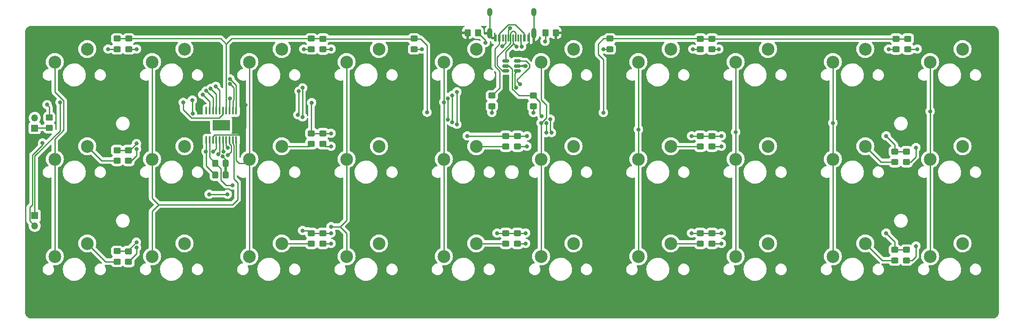
<source format=gbr>
%TF.GenerationSoftware,KiCad,Pcbnew,7.0.10*%
%TF.CreationDate,2024-02-28T00:26:24+11:00*%
%TF.ProjectId,wahoo30,7761686f-6f33-4302-9e6b-696361645f70,rev?*%
%TF.SameCoordinates,Original*%
%TF.FileFunction,Copper,L2,Bot*%
%TF.FilePolarity,Positive*%
%FSLAX46Y46*%
G04 Gerber Fmt 4.6, Leading zero omitted, Abs format (unit mm)*
G04 Created by KiCad (PCBNEW 7.0.10) date 2024-02-28 00:26:24*
%MOMM*%
%LPD*%
G01*
G04 APERTURE LIST*
G04 Aperture macros list*
%AMRoundRect*
0 Rectangle with rounded corners*
0 $1 Rounding radius*
0 $2 $3 $4 $5 $6 $7 $8 $9 X,Y pos of 4 corners*
0 Add a 4 corners polygon primitive as box body*
4,1,4,$2,$3,$4,$5,$6,$7,$8,$9,$2,$3,0*
0 Add four circle primitives for the rounded corners*
1,1,$1+$1,$2,$3*
1,1,$1+$1,$4,$5*
1,1,$1+$1,$6,$7*
1,1,$1+$1,$8,$9*
0 Add four rect primitives between the rounded corners*
20,1,$1+$1,$2,$3,$4,$5,0*
20,1,$1+$1,$4,$5,$6,$7,0*
20,1,$1+$1,$6,$7,$8,$9,0*
20,1,$1+$1,$8,$9,$2,$3,0*%
G04 Aperture macros list end*
%TA.AperFunction,ComponentPad*%
%ADD10C,2.500000*%
%TD*%
%TA.AperFunction,ComponentPad*%
%ADD11R,1.350000X1.350000*%
%TD*%
%TA.AperFunction,ComponentPad*%
%ADD12O,1.350000X1.350000*%
%TD*%
%TA.AperFunction,SMDPad,CuDef*%
%ADD13RoundRect,0.250000X-0.450000X0.325000X-0.450000X-0.325000X0.450000X-0.325000X0.450000X0.325000X0*%
%TD*%
%TA.AperFunction,SMDPad,CuDef*%
%ADD14RoundRect,0.250000X-0.450000X0.350000X-0.450000X-0.350000X0.450000X-0.350000X0.450000X0.350000X0*%
%TD*%
%TA.AperFunction,SMDPad,CuDef*%
%ADD15RoundRect,0.250000X-0.350000X-0.450000X0.350000X-0.450000X0.350000X0.450000X-0.350000X0.450000X0*%
%TD*%
%TA.AperFunction,SMDPad,CuDef*%
%ADD16R,0.600000X1.450000*%
%TD*%
%TA.AperFunction,SMDPad,CuDef*%
%ADD17R,0.300000X1.450000*%
%TD*%
%TA.AperFunction,ComponentPad*%
%ADD18O,1.000000X1.600000*%
%TD*%
%TA.AperFunction,ComponentPad*%
%ADD19O,1.000000X2.100000*%
%TD*%
%TA.AperFunction,SMDPad,CuDef*%
%ADD20RoundRect,0.250000X-0.325000X-0.450000X0.325000X-0.450000X0.325000X0.450000X-0.325000X0.450000X0*%
%TD*%
%TA.AperFunction,SMDPad,CuDef*%
%ADD21RoundRect,0.150000X0.512500X0.150000X-0.512500X0.150000X-0.512500X-0.150000X0.512500X-0.150000X0*%
%TD*%
%TA.AperFunction,SMDPad,CuDef*%
%ADD22RoundRect,0.100000X-0.100000X0.637500X-0.100000X-0.637500X0.100000X-0.637500X0.100000X0.637500X0*%
%TD*%
%TA.AperFunction,SMDPad,CuDef*%
%ADD23R,3.350000X2.150000*%
%TD*%
%TA.AperFunction,SMDPad,CuDef*%
%ADD24RoundRect,0.250000X0.350000X0.450000X-0.350000X0.450000X-0.350000X-0.450000X0.350000X-0.450000X0*%
%TD*%
%TA.AperFunction,ViaPad*%
%ADD25C,0.800000*%
%TD*%
%TA.AperFunction,Conductor*%
%ADD26C,0.250000*%
%TD*%
G04 APERTURE END LIST*
D10*
%TO.P,SW22,1,1*%
%TO.N,/R6*%
X147828000Y-55372000D03*
%TO.P,SW22,2,2*%
%TO.N,Net-(D20-A)*%
X154178000Y-52832000D03*
%TD*%
%TO.P,SW20,1,1*%
%TO.N,/R5*%
X128778000Y-74422000D03*
%TO.P,SW20,2,2*%
%TO.N,Net-(D18-A)*%
X135128000Y-71882000D03*
%TD*%
%TO.P,SW16,1,1*%
%TO.N,/R4*%
X109728000Y-55372000D03*
%TO.P,SW16,2,2*%
%TO.N,Net-(D14-A)*%
X116078000Y-52832000D03*
%TD*%
%TO.P,SW14,1,1*%
%TO.N,/R3*%
X90678000Y-74422000D03*
%TO.P,SW14,2,2*%
%TO.N,Net-(D12-A)*%
X97028000Y-71882000D03*
%TD*%
%TO.P,SW21,1,1*%
%TO.N,/R6*%
X147828000Y-36322000D03*
%TO.P,SW21,2,2*%
%TO.N,Net-(D19-A)*%
X154178000Y-33782000D03*
%TD*%
%TO.P,SW31,1,1*%
%TO.N,/R9*%
X204978000Y-55372000D03*
%TO.P,SW31,2,2*%
%TO.N,Net-(D29-A)*%
X211328000Y-52832000D03*
%TD*%
%TO.P,SW3,1,1*%
%TO.N,/R0*%
X33528000Y-36322000D03*
%TO.P,SW3,2,2*%
%TO.N,Net-(D1-A)*%
X39878000Y-33782000D03*
%TD*%
%TO.P,SW4,1,1*%
%TO.N,/R0*%
X33528000Y-55372000D03*
%TO.P,SW4,2,2*%
%TO.N,Net-(D2-A)*%
X39878000Y-52832000D03*
%TD*%
%TO.P,SW10,1,1*%
%TO.N,/R2*%
X71628000Y-55372000D03*
%TO.P,SW10,2,2*%
%TO.N,Net-(D8-A)*%
X77978000Y-52832000D03*
%TD*%
%TO.P,SW30,1,1*%
%TO.N,/R9*%
X204978000Y-36322000D03*
%TO.P,SW30,2,2*%
%TO.N,Net-(D28-A)*%
X211328000Y-33782000D03*
%TD*%
%TO.P,SW7,1,1*%
%TO.N,/R1*%
X52578000Y-55372000D03*
%TO.P,SW7,2,2*%
%TO.N,Net-(D5-A)*%
X58928000Y-52832000D03*
%TD*%
%TO.P,SW6,1,1*%
%TO.N,/R1*%
X52578000Y-36322000D03*
%TO.P,SW6,2,2*%
%TO.N,Net-(D4-A)*%
X58928000Y-33782000D03*
%TD*%
%TO.P,SW5,1,1*%
%TO.N,/R0*%
X33528000Y-74422000D03*
%TO.P,SW5,2,2*%
%TO.N,Net-(D3-A)*%
X39878000Y-71882000D03*
%TD*%
D11*
%TO.P,SW1,1,A*%
%TO.N,/RST*%
X29591000Y-66437000D03*
D12*
%TO.P,SW1,2,B*%
%TO.N,+3V3*%
X29591000Y-68437000D03*
%TD*%
D10*
%TO.P,SW17,1,1*%
%TO.N,/R4*%
X109728000Y-74422000D03*
%TO.P,SW17,2,2*%
%TO.N,Net-(D15-A)*%
X116078000Y-71882000D03*
%TD*%
%TO.P,SW8,1,1*%
%TO.N,/R1*%
X52578000Y-74422000D03*
%TO.P,SW8,2,2*%
%TO.N,Net-(D6-A)*%
X58928000Y-71882000D03*
%TD*%
%TO.P,SW19,1,1*%
%TO.N,/R5*%
X128778000Y-55372000D03*
%TO.P,SW19,2,2*%
%TO.N,Net-(D17-A)*%
X135128000Y-52832000D03*
%TD*%
D11*
%TO.P,SW2,1,A*%
%TO.N,Net-(SW2-A)*%
X29591000Y-49276000D03*
D12*
%TO.P,SW2,2,B*%
%TO.N,+3V3*%
X29591000Y-47276000D03*
%TD*%
D10*
%TO.P,SW27,1,1*%
%TO.N,/R8*%
X185928000Y-36322000D03*
%TO.P,SW27,2,2*%
%TO.N,Net-(D25-A)*%
X192278000Y-33782000D03*
%TD*%
%TO.P,SW32,1,1*%
%TO.N,/R9*%
X204978000Y-74422000D03*
%TO.P,SW32,2,2*%
%TO.N,Net-(D30-A)*%
X211328000Y-71882000D03*
%TD*%
%TO.P,SW28,1,1*%
%TO.N,/R8*%
X185928000Y-55372000D03*
%TO.P,SW28,2,2*%
%TO.N,Net-(D26-A)*%
X192278000Y-52832000D03*
%TD*%
%TO.P,SW9,1,1*%
%TO.N,/R2*%
X71628000Y-36322000D03*
%TO.P,SW9,2,2*%
%TO.N,Net-(D7-A)*%
X77978000Y-33782000D03*
%TD*%
%TO.P,SW18,1,1*%
%TO.N,/R5*%
X128778000Y-36322000D03*
%TO.P,SW18,2,2*%
%TO.N,Net-(D16-A)*%
X135128000Y-33782000D03*
%TD*%
%TO.P,SW13,1,1*%
%TO.N,/R3*%
X90678000Y-55372000D03*
%TO.P,SW13,2,2*%
%TO.N,Net-(D11-A)*%
X97028000Y-52832000D03*
%TD*%
%TO.P,SW29,1,1*%
%TO.N,/R8*%
X185928000Y-74422000D03*
%TO.P,SW29,2,2*%
%TO.N,Net-(D27-A)*%
X192278000Y-71882000D03*
%TD*%
%TO.P,SW11,1,1*%
%TO.N,/R2*%
X71628000Y-74422000D03*
%TO.P,SW11,2,2*%
%TO.N,Net-(D9-A)*%
X77978000Y-71882000D03*
%TD*%
%TO.P,SW15,1,1*%
%TO.N,/R4*%
X109728000Y-36322000D03*
%TO.P,SW15,2,2*%
%TO.N,Net-(D13-A)*%
X116078000Y-33782000D03*
%TD*%
%TO.P,SW25,1,1*%
%TO.N,/R7*%
X166878000Y-55372000D03*
%TO.P,SW25,2,2*%
%TO.N,Net-(D23-A)*%
X173228000Y-52832000D03*
%TD*%
%TO.P,SW26,1,1*%
%TO.N,/R7*%
X166878000Y-74422000D03*
%TO.P,SW26,2,2*%
%TO.N,Net-(D24-A)*%
X173228000Y-71882000D03*
%TD*%
%TO.P,SW23,1,1*%
%TO.N,/R6*%
X147828000Y-74422000D03*
%TO.P,SW23,2,2*%
%TO.N,Net-(D21-A)*%
X154178000Y-71882000D03*
%TD*%
%TO.P,SW12,1,1*%
%TO.N,/R3*%
X90678000Y-36322000D03*
%TO.P,SW12,2,2*%
%TO.N,Net-(D10-A)*%
X97028000Y-33782000D03*
%TD*%
%TO.P,SW24,1,1*%
%TO.N,/R7*%
X166878000Y-36322000D03*
%TO.P,SW24,2,2*%
%TO.N,Net-(D22-A)*%
X173228000Y-33782000D03*
%TD*%
D13*
%TO.P,D22,1,K*%
%TO.N,/C0*%
X162255000Y-31758000D03*
%TO.P,D22,2,A*%
%TO.N,Net-(D22-A)*%
X162255000Y-33808000D03*
%TD*%
%TO.P,F1,1*%
%TO.N,Net-(F1-Pad1)*%
X119126000Y-42917000D03*
%TO.P,F1,2*%
%TO.N,Net-(D31-A)*%
X119126000Y-44967000D03*
%TD*%
%TO.P,D1,1,K*%
%TO.N,/C0*%
X45720000Y-31749000D03*
%TO.P,D1,2,A*%
%TO.N,Net-(D1-A)*%
X45720000Y-33799000D03*
%TD*%
%TO.P,D11,1,K*%
%TO.N,/C1*%
X86055000Y-50300000D03*
%TO.P,D11,2,A*%
%TO.N,Net-(D11-A)*%
X86055000Y-52350000D03*
%TD*%
D14*
%TO.P,R4,1*%
%TO.N,/DOWNLOAD*%
X32450000Y-47243000D03*
%TO.P,R4,2*%
%TO.N,Net-(SW2-A)*%
X32450000Y-49243000D03*
%TD*%
D13*
%TO.P,D23,1,K*%
%TO.N,/C1*%
X162255000Y-50808000D03*
%TO.P,D23,2,A*%
%TO.N,Net-(D23-A)*%
X162255000Y-52858000D03*
%TD*%
%TO.P,D8,1,K*%
%TO.N,/C1*%
X83769000Y-50300000D03*
%TO.P,D8,2,A*%
%TO.N,Net-(D8-A)*%
X83769000Y-52350000D03*
%TD*%
D15*
%TO.P,R1,1*%
%TO.N,Net-(J3-CC2)*%
X129632000Y-30572000D03*
%TO.P,R1,2*%
%TO.N,GND*%
X131632000Y-30572000D03*
%TD*%
D13*
%TO.P,D10,1,K*%
%TO.N,/C0*%
X86055000Y-31758000D03*
%TO.P,D10,2,A*%
%TO.N,Net-(D10-A)*%
X86055000Y-33808000D03*
%TD*%
%TO.P,D20,1,K*%
%TO.N,/C1*%
X159969000Y-50808000D03*
%TO.P,D20,2,A*%
%TO.N,Net-(D20-A)*%
X159969000Y-52858000D03*
%TD*%
D16*
%TO.P,J3,A1,GND*%
%TO.N,GND*%
X119813000Y-31604000D03*
%TO.P,J3,A4,VBUS*%
%TO.N,Net-(F1-Pad1)*%
X120613000Y-31604000D03*
D17*
%TO.P,J3,A5,CC1*%
%TO.N,Net-(J3-CC1)*%
X121813000Y-31604000D03*
%TO.P,J3,A6,D+*%
%TO.N,/DP*%
X122813000Y-31604000D03*
%TO.P,J3,A7,D-*%
%TO.N,/DM*%
X123313000Y-31604000D03*
%TO.P,J3,A8,SBU1*%
%TO.N,unconnected-(J3-SBU1-PadA8)*%
X124313000Y-31604000D03*
D16*
%TO.P,J3,A9,VBUS*%
%TO.N,Net-(F1-Pad1)*%
X125513000Y-31604000D03*
%TO.P,J3,A12,GND*%
%TO.N,GND*%
X126313000Y-31604000D03*
%TO.P,J3,B1,GND*%
X126313000Y-31604000D03*
%TO.P,J3,B4,VBUS*%
%TO.N,Net-(F1-Pad1)*%
X125513000Y-31604000D03*
D17*
%TO.P,J3,B5,CC2*%
%TO.N,Net-(J3-CC2)*%
X124813000Y-31604000D03*
%TO.P,J3,B6,D+*%
%TO.N,/DP*%
X123813000Y-31604000D03*
%TO.P,J3,B7,D-*%
%TO.N,/DM*%
X122313000Y-31604000D03*
%TO.P,J3,B8,SBU2*%
%TO.N,unconnected-(J3-SBU2-PadB8)*%
X121313000Y-31604000D03*
D16*
%TO.P,J3,B9,VBUS*%
%TO.N,Net-(F1-Pad1)*%
X120613000Y-31604000D03*
%TO.P,J3,B12,GND*%
%TO.N,GND*%
X119813000Y-31604000D03*
D18*
%TO.P,J3,S1,SHIELD*%
X118743000Y-26509000D03*
D19*
X118743000Y-30689000D03*
D18*
X127383000Y-26509000D03*
D19*
X127383000Y-30689000D03*
%TD*%
D13*
%TO.P,D24,1,K*%
%TO.N,/C2*%
X162255000Y-69858000D03*
%TO.P,D24,2,A*%
%TO.N,Net-(D24-A)*%
X162255000Y-71908000D03*
%TD*%
D20*
%TO.P,C1,1*%
%TO.N,+5V*%
X64964000Y-56151000D03*
%TO.P,C1,2*%
%TO.N,GND*%
X67014000Y-56151000D03*
%TD*%
D13*
%TO.P,D19,1,K*%
%TO.N,/C0*%
X159969000Y-31758000D03*
%TO.P,D19,2,A*%
%TO.N,Net-(D19-A)*%
X159969000Y-33808000D03*
%TD*%
%TO.P,D31,1,K*%
%TO.N,+5V*%
X127254000Y-42917000D03*
%TO.P,D31,2,A*%
%TO.N,Net-(D31-A)*%
X127254000Y-44967000D03*
%TD*%
%TO.P,D28,1,K*%
%TO.N,/C0*%
X200609000Y-31758000D03*
%TO.P,D28,2,A*%
%TO.N,Net-(D28-A)*%
X200609000Y-33808000D03*
%TD*%
%TO.P,D12,1,K*%
%TO.N,/C2*%
X86055000Y-69858000D03*
%TO.P,D12,2,A*%
%TO.N,Net-(D12-A)*%
X86055000Y-71908000D03*
%TD*%
%TO.P,D14,1,K*%
%TO.N,/C1*%
X121869000Y-50808000D03*
%TO.P,D14,2,A*%
%TO.N,Net-(D14-A)*%
X121869000Y-52858000D03*
%TD*%
%TO.P,D26,1,K*%
%TO.N,/C1*%
X198069000Y-53856000D03*
%TO.P,D26,2,A*%
%TO.N,Net-(D26-A)*%
X198069000Y-55906000D03*
%TD*%
%TO.P,D25,1,K*%
%TO.N,/C0*%
X198323000Y-31758000D03*
%TO.P,D25,2,A*%
%TO.N,Net-(D25-A)*%
X198323000Y-33808000D03*
%TD*%
D20*
%TO.P,C3,1*%
%TO.N,+3V3*%
X64964000Y-58437000D03*
%TO.P,C3,2*%
%TO.N,GND*%
X67014000Y-58437000D03*
%TD*%
D13*
%TO.P,D30,1,K*%
%TO.N,/C2*%
X200355000Y-73143000D03*
%TO.P,D30,2,A*%
%TO.N,Net-(D30-A)*%
X200355000Y-75193000D03*
%TD*%
%TO.P,D2,1,K*%
%TO.N,/C1*%
X45720000Y-53602000D03*
%TO.P,D2,2,A*%
%TO.N,Net-(D2-A)*%
X45720000Y-55652000D03*
%TD*%
%TO.P,D9,1,K*%
%TO.N,/C2*%
X83769000Y-69858000D03*
%TO.P,D9,2,A*%
%TO.N,Net-(D9-A)*%
X83769000Y-71908000D03*
%TD*%
%TO.P,D16,1,K*%
%TO.N,/C0*%
X142240000Y-31741000D03*
%TO.P,D16,2,A*%
%TO.N,Net-(D16-A)*%
X142240000Y-33791000D03*
%TD*%
%TO.P,D15,1,K*%
%TO.N,/C2*%
X121869000Y-69858000D03*
%TO.P,D15,2,A*%
%TO.N,Net-(D15-A)*%
X121869000Y-71908000D03*
%TD*%
%TO.P,D5,1,K*%
%TO.N,/C1*%
X47955000Y-53602000D03*
%TO.P,D5,2,A*%
%TO.N,Net-(D5-A)*%
X47955000Y-55652000D03*
%TD*%
%TO.P,D17,1,K*%
%TO.N,/C1*%
X124155000Y-50808000D03*
%TO.P,D17,2,A*%
%TO.N,Net-(D17-A)*%
X124155000Y-52858000D03*
%TD*%
D21*
%TO.P,U2,1,I/O1*%
%TO.N,/UDM*%
X124139500Y-36134000D03*
%TO.P,U2,2,GND*%
%TO.N,GND*%
X124139500Y-37084000D03*
%TO.P,U2,3,I/O2*%
%TO.N,/DOWNLOAD*%
X124139500Y-38034000D03*
%TO.P,U2,4,I/O2*%
%TO.N,/DP*%
X121864500Y-38034000D03*
%TO.P,U2,5,VBUS*%
%TO.N,+5V*%
X121864500Y-37084000D03*
%TO.P,U2,6,I/O1*%
%TO.N,/DM*%
X121864500Y-36134000D03*
%TD*%
D13*
%TO.P,D21,1,K*%
%TO.N,/C2*%
X159969000Y-69858000D03*
%TO.P,D21,2,A*%
%TO.N,Net-(D21-A)*%
X159969000Y-71908000D03*
%TD*%
%TO.P,D18,1,K*%
%TO.N,/C2*%
X124155000Y-69858000D03*
%TO.P,D18,2,A*%
%TO.N,Net-(D18-A)*%
X124155000Y-71908000D03*
%TD*%
D22*
%TO.P,U1,1,P32*%
%TO.N,unconnected-(U1-P32-Pad1)*%
X63193000Y-45848500D03*
%TO.P,U1,2,P14*%
%TO.N,/R4*%
X63843000Y-45848500D03*
%TO.P,U1,3,P15*%
%TO.N,/R5*%
X64493000Y-45848500D03*
%TO.P,U1,4,P16*%
%TO.N,/R6*%
X65143000Y-45848500D03*
%TO.P,U1,5,P17*%
%TO.N,/R7*%
X65793000Y-45848500D03*
%TO.P,U1,6,RST*%
%TO.N,/RST*%
X66443000Y-45848500D03*
%TO.P,U1,7,P10*%
%TO.N,/C0*%
X67093000Y-45848500D03*
%TO.P,U1,8,P11*%
%TO.N,/C1*%
X67743000Y-45848500D03*
%TO.P,U1,9,P31*%
%TO.N,/R8*%
X68393000Y-45848500D03*
%TO.P,U1,10,P30*%
%TO.N,/R9*%
X69043000Y-45848500D03*
%TO.P,U1,11,P33*%
%TO.N,/R2*%
X69043000Y-51623500D03*
%TO.P,U1,12,P34*%
%TO.N,/R1*%
X68393000Y-51623500D03*
%TO.P,U1,13,P35*%
%TO.N,/R0*%
X67743000Y-51623500D03*
%TO.P,U1,14,P36*%
%TO.N,/DOWNLOAD*%
X67093000Y-51623500D03*
%TO.P,U1,15,P37*%
%TO.N,/UDM*%
X66443000Y-51623500D03*
%TO.P,U1,16,P13*%
%TO.N,/R3*%
X65793000Y-51623500D03*
%TO.P,U1,17,P12*%
%TO.N,/C2*%
X65143000Y-51623500D03*
%TO.P,U1,18,GND*%
%TO.N,GND*%
X64493000Y-51623500D03*
%TO.P,U1,19,VBUS*%
%TO.N,+5V*%
X63843000Y-51623500D03*
%TO.P,U1,20,3V3*%
%TO.N,+3V3*%
X63193000Y-51623500D03*
D23*
%TO.P,U1,21*%
%TO.N,N/C*%
X66118000Y-48736000D03*
%TD*%
D13*
%TO.P,D4,1,K*%
%TO.N,/C0*%
X48006000Y-31749000D03*
%TO.P,D4,2,A*%
%TO.N,Net-(D4-A)*%
X48006000Y-33799000D03*
%TD*%
%TO.P,D7,1,K*%
%TO.N,/C0*%
X83769000Y-31749000D03*
%TO.P,D7,2,A*%
%TO.N,Net-(D7-A)*%
X83769000Y-33799000D03*
%TD*%
%TO.P,D13,1,K*%
%TO.N,/C0*%
X103886000Y-31749000D03*
%TO.P,D13,2,A*%
%TO.N,Net-(D13-A)*%
X103886000Y-33799000D03*
%TD*%
%TO.P,D29,1,K*%
%TO.N,/C1*%
X200355000Y-53856000D03*
%TO.P,D29,2,A*%
%TO.N,Net-(D29-A)*%
X200355000Y-55906000D03*
%TD*%
%TO.P,D27,1,K*%
%TO.N,/C2*%
X198069000Y-73143000D03*
%TO.P,D27,2,A*%
%TO.N,Net-(D27-A)*%
X198069000Y-75193000D03*
%TD*%
%TO.P,D3,1,K*%
%TO.N,/C2*%
X45720000Y-73397000D03*
%TO.P,D3,2,A*%
%TO.N,Net-(D3-A)*%
X45720000Y-75447000D03*
%TD*%
%TO.P,D6,1,K*%
%TO.N,/C2*%
X47955000Y-73414000D03*
%TO.P,D6,2,A*%
%TO.N,Net-(D6-A)*%
X47955000Y-75464000D03*
%TD*%
D24*
%TO.P,R2,1*%
%TO.N,Net-(J3-CC1)*%
X116392000Y-30572000D03*
%TO.P,R2,2*%
%TO.N,GND*%
X114392000Y-30572000D03*
%TD*%
D25*
%TO.N,/RST*%
X58674000Y-44233000D03*
%TO.N,GND*%
X66400108Y-54852380D03*
%TO.N,+5V*%
X128909653Y-46953000D03*
X68326000Y-60452000D03*
%TO.N,GND*%
X70903000Y-44766802D03*
X125730000Y-37084000D03*
%TO.N,/RST*%
X34544000Y-44233000D03*
%TO.N,+3V3*%
X63118000Y-53848000D03*
X31110347Y-52192347D03*
%TO.N,/C0*%
X140970000Y-46228000D03*
X106426000Y-46191000D03*
%TO.N,Net-(D1-A)*%
X43942000Y-33782000D03*
%TO.N,/C1*%
X87630000Y-50292000D03*
X158242000Y-50800000D03*
X83820000Y-44291000D03*
X114300000Y-50800000D03*
X67818000Y-43434000D03*
X125984000Y-50800000D03*
X60515657Y-46429359D03*
X49525347Y-52319347D03*
X196342000Y-50800000D03*
X60452000Y-43783000D03*
X164084000Y-50800000D03*
%TO.N,/C2*%
X158242000Y-69850000D03*
X82042000Y-69342000D03*
X125730000Y-69850000D03*
X64568000Y-53848000D03*
X120142000Y-69850000D03*
X164084000Y-69850000D03*
X87630000Y-69850000D03*
X49517348Y-71631345D03*
X196342000Y-69850000D03*
%TO.N,Net-(D4-A)*%
X49530000Y-33782000D03*
%TO.N,Net-(D5-A)*%
X49530000Y-53340000D03*
%TO.N,Net-(D6-A)*%
X49530000Y-72644000D03*
%TO.N,Net-(D7-A)*%
X82296000Y-33782000D03*
%TO.N,Net-(D10-A)*%
X87630000Y-33782000D03*
%TO.N,Net-(D11-A)*%
X87630000Y-52832000D03*
%TO.N,Net-(D12-A)*%
X87630000Y-71882000D03*
%TO.N,Net-(D13-A)*%
X105410000Y-33782000D03*
%TO.N,Net-(D16-A)*%
X140970000Y-33782000D03*
%TO.N,Net-(D17-A)*%
X125984000Y-52832000D03*
%TO.N,Net-(D18-A)*%
X125730000Y-71882000D03*
%TO.N,Net-(D19-A)*%
X158496000Y-33782000D03*
%TO.N,Net-(D22-A)*%
X163576000Y-33782000D03*
%TO.N,Net-(D23-A)*%
X164084000Y-52832000D03*
%TO.N,Net-(D24-A)*%
X164084000Y-71882000D03*
%TO.N,Net-(D25-A)*%
X196850000Y-33782000D03*
%TO.N,Net-(D28-A)*%
X202438000Y-33782000D03*
%TO.N,Net-(D29-A)*%
X202184000Y-53086000D03*
%TO.N,Net-(D30-A)*%
X202184000Y-72390000D03*
%TO.N,/R7*%
X65044274Y-41084000D03*
X112268000Y-42164000D03*
X112272244Y-48542885D03*
X166878000Y-50038000D03*
%TO.N,/R4*%
X109728000Y-44196000D03*
X62484000Y-42709000D03*
%TO.N,Net-(J3-CC1)*%
X121153347Y-33269347D03*
X117856000Y-32512000D03*
%TO.N,/DOWNLOAD*%
X123919153Y-41359847D03*
X32004000Y-44683000D03*
X67380052Y-53123000D03*
%TO.N,/DM*%
X123952000Y-33274000D03*
X122677347Y-29713347D03*
%TO.N,Net-(J3-CC2)*%
X124968000Y-33274000D03*
X129540000Y-32258000D03*
%TO.N,Net-(D31-A)*%
X127254000Y-46228000D03*
X119126000Y-46228000D03*
%TO.N,/R0*%
X63754000Y-62230000D03*
X67310000Y-62230000D03*
X67380052Y-54573000D03*
%TO.N,/R3*%
X65532000Y-54356000D03*
X87630000Y-68580000D03*
%TO.N,/R5*%
X110490000Y-43434000D03*
X128778000Y-48260000D03*
X63165842Y-41977497D03*
X110490000Y-47641000D03*
%TO.N,/R8*%
X67818000Y-40634000D03*
X129794000Y-50160000D03*
X81135542Y-46668700D03*
X185928000Y-48260000D03*
X129802142Y-48260000D03*
X81317000Y-42041000D03*
%TO.N,/R9*%
X204978000Y-45974000D03*
X130556000Y-47498000D03*
X82042000Y-47091000D03*
X130810000Y-50160000D03*
X82067202Y-41379787D03*
X67818000Y-39633997D03*
%TO.N,/UDM*%
X124676842Y-40707227D03*
X66548000Y-53848000D03*
%TO.N,/R6*%
X64060157Y-41530054D03*
X111358287Y-48137068D03*
X147828000Y-49530000D03*
X111322052Y-42879299D03*
%TD*%
D26*
%TO.N,/RST*%
X59725348Y-46700652D02*
X59517681Y-46492986D01*
X60268695Y-47244000D02*
X59725348Y-46700652D01*
X59725348Y-46700652D02*
X58674000Y-45649304D01*
X58674000Y-45649304D02*
X58674000Y-44233000D01*
%TO.N,/R5*%
X128778000Y-55372000D02*
X128778000Y-74422000D01*
%TO.N,Net-(D17-A)*%
X125984000Y-52832000D02*
X124181000Y-52832000D01*
X124181000Y-52832000D02*
X124155000Y-52858000D01*
%TO.N,GND*%
X118743000Y-26509000D02*
X118743000Y-30689000D01*
X127383000Y-26509000D02*
X127383000Y-30689000D01*
X67014000Y-55466272D02*
X66400108Y-54852380D01*
X67014000Y-56151000D02*
X67014000Y-55466272D01*
%TO.N,/R1*%
X52578000Y-65532000D02*
X52578000Y-74422000D01*
X53848000Y-64262000D02*
X52578000Y-65532000D01*
X68580000Y-52561603D02*
X68580000Y-59182000D01*
X68326000Y-64262000D02*
X53848000Y-64262000D01*
X52578000Y-55372000D02*
X52578000Y-62992000D01*
X68393000Y-51623500D02*
X68393000Y-52374603D01*
X68393000Y-52374603D02*
X68580000Y-52561603D01*
X68580000Y-59182000D02*
X69342000Y-59944000D01*
X69342000Y-59944000D02*
X69342000Y-63246000D01*
X53848000Y-64262000D02*
X52578000Y-62992000D01*
X69342000Y-63246000D02*
X68326000Y-64262000D01*
%TO.N,+5V*%
X124451000Y-42917000D02*
X127254000Y-42917000D01*
X128524000Y-44450000D02*
X128524000Y-46567347D01*
X121864500Y-37084000D02*
X122526999Y-37084000D01*
X64964000Y-56151000D02*
X66040000Y-57227000D01*
X127254000Y-42917000D02*
X128524000Y-44187000D01*
X128524000Y-46567347D02*
X128909653Y-46953000D01*
X64964000Y-56151000D02*
X63843000Y-55030000D01*
X123152000Y-37709001D02*
X123152000Y-41618000D01*
X66040000Y-57227000D02*
X66040000Y-59436000D01*
X63843000Y-55030000D02*
X63843000Y-51623500D01*
X68326000Y-60452000D02*
X67056000Y-60452000D01*
X122526999Y-37084000D02*
X123152000Y-37709001D01*
X128524000Y-44187000D02*
X128524000Y-44450000D01*
X67056000Y-60452000D02*
X66040000Y-59436000D01*
X123152000Y-41618000D02*
X124451000Y-42917000D01*
%TO.N,GND*%
X70866000Y-49276000D02*
X70866000Y-44803802D01*
X70866000Y-44803802D02*
X70903000Y-44766802D01*
X64833001Y-50546000D02*
X69596000Y-50546000D01*
X64493000Y-51623500D02*
X64493000Y-50886001D01*
X64493000Y-50886001D02*
X64833001Y-50546000D01*
X69596000Y-50546000D02*
X70866000Y-49276000D01*
X124139500Y-37084000D02*
X125730000Y-37084000D01*
%TO.N,/RST*%
X66443000Y-46539812D02*
X65738812Y-47244000D01*
X29591000Y-54737000D02*
X29591000Y-66437000D01*
X34544000Y-44233000D02*
X34544000Y-49784000D01*
X34544000Y-49784000D02*
X29591000Y-54737000D01*
X65738812Y-47244000D02*
X60268695Y-47244000D01*
X66443000Y-45848500D02*
X66443000Y-46539812D01*
%TO.N,+3V3*%
X29591000Y-68437000D02*
X28591000Y-67437000D01*
X29141000Y-54550604D02*
X30796802Y-52894802D01*
X63193000Y-51623500D02*
X63193000Y-56666000D01*
X30796802Y-52894802D02*
X31110347Y-52581257D01*
X28591000Y-67437000D02*
X28591000Y-64812000D01*
X28591000Y-64812000D02*
X29141000Y-64262000D01*
X63193000Y-56666000D02*
X64964000Y-58437000D01*
X29141000Y-64262000D02*
X29141000Y-54550604D01*
X31110347Y-52581257D02*
X31110347Y-52192347D01*
%TO.N,/C0*%
X106426000Y-33020000D02*
X105156000Y-31750000D01*
X67093000Y-32802000D02*
X68146000Y-31749000D01*
X104586000Y-31749000D02*
X103886000Y-31749000D01*
X86046000Y-31749000D02*
X86055000Y-31758000D01*
X162255000Y-31758000D02*
X198323000Y-31758000D01*
X86055000Y-31758000D02*
X103877000Y-31758000D01*
X104587000Y-31750000D02*
X104586000Y-31749000D01*
X140970000Y-46228000D02*
X140970000Y-35814000D01*
X83769000Y-31749000D02*
X86046000Y-31749000D01*
X105156000Y-31750000D02*
X104587000Y-31750000D01*
X67093000Y-45848500D02*
X67093000Y-32802000D01*
X140970000Y-35814000D02*
X139954000Y-34798000D01*
X45720000Y-31749000D02*
X48006000Y-31749000D01*
X139954000Y-32766000D02*
X140979000Y-31741000D01*
X142240000Y-31741000D02*
X159952000Y-31741000D01*
X67093000Y-32802000D02*
X66040000Y-31749000D01*
X159969000Y-31758000D02*
X162255000Y-31758000D01*
X106426000Y-36830000D02*
X106426000Y-46191000D01*
X68326000Y-31749000D02*
X83769000Y-31749000D01*
X198323000Y-31758000D02*
X200609000Y-31758000D01*
X103877000Y-31758000D02*
X103886000Y-31749000D01*
X159952000Y-31741000D02*
X159969000Y-31758000D01*
X48006000Y-31749000D02*
X66040000Y-31749000D01*
X68146000Y-31749000D02*
X68326000Y-31749000D01*
X140979000Y-31741000D02*
X142240000Y-31741000D01*
X106426000Y-36830000D02*
X106426000Y-33020000D01*
X139954000Y-34798000D02*
X139954000Y-32766000D01*
%TO.N,Net-(D1-A)*%
X45703000Y-33782000D02*
X45720000Y-33799000D01*
X43942000Y-33782000D02*
X45703000Y-33782000D01*
X39895000Y-33799000D02*
X39878000Y-33782000D01*
%TO.N,/C1*%
X48242694Y-53602000D02*
X49525347Y-52319347D01*
X60452000Y-46365702D02*
X60452000Y-43783000D01*
X45720000Y-53602000D02*
X47955000Y-53602000D01*
X86055000Y-50300000D02*
X87622000Y-50300000D01*
X198069000Y-52527000D02*
X196342000Y-50800000D01*
X162255000Y-50808000D02*
X159969000Y-50808000D01*
X47955000Y-53602000D02*
X48242694Y-53602000D01*
X83769000Y-44342000D02*
X83820000Y-44291000D01*
X86055000Y-50300000D02*
X83769000Y-50300000D01*
X125976000Y-50808000D02*
X125984000Y-50800000D01*
X83769000Y-50300000D02*
X83769000Y-44342000D01*
X114308000Y-50808000D02*
X114300000Y-50800000D01*
X67743000Y-43509000D02*
X67818000Y-43434000D01*
X158242000Y-50800000D02*
X159961000Y-50800000D01*
X87622000Y-50300000D02*
X87630000Y-50292000D01*
X121869000Y-50808000D02*
X114308000Y-50808000D01*
X164076000Y-50808000D02*
X164084000Y-50800000D01*
X60515657Y-46429359D02*
X60452000Y-46365702D01*
X124155000Y-50808000D02*
X125976000Y-50808000D01*
X67743000Y-45848500D02*
X67743000Y-43509000D01*
X198069000Y-53856000D02*
X200355000Y-53856000D01*
X121869000Y-50808000D02*
X124155000Y-50808000D01*
X162255000Y-50808000D02*
X164076000Y-50808000D01*
X198069000Y-53856000D02*
X198069000Y-52527000D01*
X159961000Y-50800000D02*
X159969000Y-50808000D01*
%TO.N,Net-(D2-A)*%
X45720000Y-55652000D02*
X42698000Y-55652000D01*
X42698000Y-55652000D02*
X39878000Y-52832000D01*
%TO.N,/C2*%
X83253000Y-69342000D02*
X83769000Y-69858000D01*
X120142000Y-69850000D02*
X121861000Y-69850000D01*
X158242000Y-69850000D02*
X159961000Y-69850000D01*
X196342000Y-69850000D02*
X198069000Y-71577000D01*
X124155000Y-69858000D02*
X125722000Y-69858000D01*
X121869000Y-69858000D02*
X124155000Y-69858000D01*
X87622000Y-69858000D02*
X87630000Y-69850000D01*
X65143000Y-51623500D02*
X65143000Y-53273000D01*
X164076000Y-69858000D02*
X164084000Y-69850000D01*
X198069000Y-71577000D02*
X198069000Y-73143000D01*
X198069000Y-73143000D02*
X200355000Y-73143000D01*
X47955000Y-73414000D02*
X47955000Y-73193693D01*
X83769000Y-69858000D02*
X86055000Y-69858000D01*
X121861000Y-69850000D02*
X121869000Y-69858000D01*
X125722000Y-69858000D02*
X125730000Y-69850000D01*
X162255000Y-69858000D02*
X164076000Y-69858000D01*
X86055000Y-69858000D02*
X87622000Y-69858000D01*
X47955000Y-73193693D02*
X49517348Y-71631345D01*
X159961000Y-69850000D02*
X159969000Y-69858000D01*
X82042000Y-69342000D02*
X83253000Y-69342000D01*
X47938000Y-73397000D02*
X47955000Y-73414000D01*
X162255000Y-69858000D02*
X159969000Y-69858000D01*
X65143000Y-53273000D02*
X64568000Y-53848000D01*
X45720000Y-73397000D02*
X47938000Y-73397000D01*
%TO.N,Net-(D3-A)*%
X45720000Y-75447000D02*
X43443000Y-75447000D01*
X43443000Y-75447000D02*
X39878000Y-71882000D01*
%TO.N,Net-(D4-A)*%
X48023000Y-33782000D02*
X48006000Y-33799000D01*
X49530000Y-33782000D02*
X48023000Y-33782000D01*
%TO.N,Net-(D5-A)*%
X48488000Y-55652000D02*
X47955000Y-55652000D01*
X49530000Y-54610000D02*
X48488000Y-55652000D01*
X49530000Y-53340000D02*
X49530000Y-54610000D01*
%TO.N,Net-(D6-A)*%
X49530000Y-73889000D02*
X47955000Y-75464000D01*
X49530000Y-73889000D02*
X49530000Y-72644000D01*
%TO.N,Net-(D7-A)*%
X82296000Y-33782000D02*
X83752000Y-33782000D01*
X83752000Y-33782000D02*
X83769000Y-33799000D01*
%TO.N,Net-(D8-A)*%
X77978000Y-52832000D02*
X83287000Y-52832000D01*
X83287000Y-52832000D02*
X83769000Y-52350000D01*
%TO.N,Net-(D9-A)*%
X78004000Y-71908000D02*
X77978000Y-71882000D01*
X83769000Y-71908000D02*
X78004000Y-71908000D01*
%TO.N,Net-(D10-A)*%
X87630000Y-33782000D02*
X86081000Y-33782000D01*
X86081000Y-33782000D02*
X86055000Y-33808000D01*
%TO.N,Net-(D11-A)*%
X87630000Y-52832000D02*
X86537000Y-52832000D01*
X86537000Y-52832000D02*
X86055000Y-52350000D01*
%TO.N,Net-(D12-A)*%
X87630000Y-71882000D02*
X86081000Y-71882000D01*
X86081000Y-71882000D02*
X86055000Y-71908000D01*
%TO.N,Net-(D13-A)*%
X103903000Y-33782000D02*
X103886000Y-33799000D01*
X105410000Y-33782000D02*
X103903000Y-33782000D01*
%TO.N,Net-(D14-A)*%
X116104000Y-52858000D02*
X116078000Y-52832000D01*
X121869000Y-52858000D02*
X116104000Y-52858000D01*
%TO.N,Net-(D15-A)*%
X116104000Y-71908000D02*
X116078000Y-71882000D01*
X121869000Y-71908000D02*
X116104000Y-71908000D01*
%TO.N,Net-(D16-A)*%
X142231000Y-33782000D02*
X142240000Y-33791000D01*
X140970000Y-33782000D02*
X142231000Y-33782000D01*
%TO.N,Net-(D18-A)*%
X125730000Y-71882000D02*
X124181000Y-71882000D01*
X124181000Y-71882000D02*
X124155000Y-71908000D01*
%TO.N,Net-(D19-A)*%
X158496000Y-33782000D02*
X159943000Y-33782000D01*
X154204000Y-33808000D02*
X154178000Y-33782000D01*
X159943000Y-33782000D02*
X159969000Y-33808000D01*
%TO.N,Net-(D20-A)*%
X159969000Y-52858000D02*
X154204000Y-52858000D01*
X154204000Y-52858000D02*
X154178000Y-52832000D01*
%TO.N,Net-(D21-A)*%
X159969000Y-71908000D02*
X154204000Y-71908000D01*
X154204000Y-71908000D02*
X154178000Y-71882000D01*
%TO.N,Net-(D22-A)*%
X162281000Y-33782000D02*
X162255000Y-33808000D01*
X163576000Y-33782000D02*
X162281000Y-33782000D01*
%TO.N,Net-(D23-A)*%
X162281000Y-52832000D02*
X162255000Y-52858000D01*
X164084000Y-52832000D02*
X162281000Y-52832000D01*
%TO.N,Net-(D24-A)*%
X164084000Y-71882000D02*
X162281000Y-71882000D01*
X162281000Y-71882000D02*
X162255000Y-71908000D01*
%TO.N,Net-(D25-A)*%
X198297000Y-33782000D02*
X198323000Y-33808000D01*
X192304000Y-33808000D02*
X192278000Y-33782000D01*
X196850000Y-33782000D02*
X198297000Y-33782000D01*
%TO.N,Net-(D26-A)*%
X198069000Y-55906000D02*
X195352000Y-55906000D01*
X195352000Y-55906000D02*
X192278000Y-52832000D01*
%TO.N,Net-(D27-A)*%
X198069000Y-75193000D02*
X195589000Y-75193000D01*
X195589000Y-75193000D02*
X192278000Y-71882000D01*
%TO.N,Net-(D28-A)*%
X202438000Y-33782000D02*
X200635000Y-33782000D01*
X200635000Y-33782000D02*
X200609000Y-33808000D01*
%TO.N,Net-(D29-A)*%
X202184000Y-54864000D02*
X201142000Y-55906000D01*
X201142000Y-55906000D02*
X200355000Y-55906000D01*
X202184000Y-53086000D02*
X202184000Y-54864000D01*
%TO.N,Net-(D30-A)*%
X202184000Y-74422000D02*
X201413000Y-75193000D01*
X202184000Y-72390000D02*
X202184000Y-74422000D01*
X201413000Y-75193000D02*
X200355000Y-75193000D01*
%TO.N,/R7*%
X65793000Y-45848500D02*
X65793000Y-41832726D01*
X112272244Y-42168244D02*
X112268000Y-42164000D01*
X112272244Y-48542885D02*
X112272244Y-42168244D01*
X166878000Y-50038000D02*
X166878000Y-74422000D01*
X166878000Y-36322000D02*
X166878000Y-50038000D01*
X65793000Y-41832726D02*
X65044274Y-41084000D01*
%TO.N,/R4*%
X109728000Y-36322000D02*
X109728000Y-44196000D01*
X63843000Y-44068000D02*
X62484000Y-42709000D01*
X109728000Y-44196000D02*
X109728000Y-74422000D01*
X63843000Y-45848500D02*
X63843000Y-44068000D01*
%TO.N,Net-(J3-CC1)*%
X121813000Y-32609694D02*
X121153347Y-33269347D01*
X117856000Y-32512000D02*
X117856000Y-32036000D01*
X121813000Y-31604000D02*
X121813000Y-32609694D01*
X117856000Y-32036000D02*
X116392000Y-30572000D01*
%TO.N,/DOWNLOAD*%
X32450000Y-47243000D02*
X32450000Y-45129000D01*
X123602000Y-38571500D02*
X123602000Y-40386000D01*
X32512000Y-47181000D02*
X32450000Y-47243000D01*
X123602000Y-40386000D02*
X123602000Y-41042694D01*
X67093000Y-52835948D02*
X67093000Y-51623500D01*
X32450000Y-45129000D02*
X32004000Y-44683000D01*
X124139500Y-38034000D02*
X123602000Y-38571500D01*
X67380052Y-53123000D02*
X67093000Y-52835948D01*
X123602000Y-41042694D02*
X123919153Y-41359847D01*
%TO.N,/DM*%
X123313000Y-32635000D02*
X123952000Y-33274000D01*
X123313000Y-31604000D02*
X123313000Y-32635000D01*
X123313000Y-32771396D02*
X123313000Y-31604000D01*
X122313000Y-31604000D02*
X122313000Y-30077694D01*
X121864500Y-36134000D02*
X121864500Y-34219896D01*
X121864500Y-34219896D02*
X123313000Y-32771396D01*
X122313000Y-30077694D02*
X122677347Y-29713347D01*
%TO.N,Net-(J3-CC2)*%
X129632000Y-32166000D02*
X129540000Y-32258000D01*
X124813000Y-31604000D02*
X124813000Y-33119000D01*
X129632000Y-30572000D02*
X129632000Y-32166000D01*
X124813000Y-33119000D02*
X124968000Y-33274000D01*
%TO.N,Net-(D31-A)*%
X127254000Y-46228000D02*
X127254000Y-44967000D01*
X119126000Y-44967000D02*
X119126000Y-46228000D01*
%TO.N,/R0*%
X33528000Y-55372000D02*
X33528000Y-74422000D01*
X33528000Y-42164000D02*
X35269000Y-43905000D01*
X68105052Y-52723051D02*
X68105052Y-53848000D01*
X35269000Y-43905000D02*
X35269000Y-49695396D01*
X33528000Y-36322000D02*
X33528000Y-42164000D01*
X67310000Y-62230000D02*
X63754000Y-62230000D01*
X35269000Y-49695396D02*
X33528000Y-51436396D01*
X33528000Y-51436396D02*
X33528000Y-55372000D01*
X67743000Y-52360999D02*
X68105052Y-52723051D01*
X68105052Y-53848000D02*
X67380052Y-54573000D01*
X67743000Y-51623500D02*
X67743000Y-52360999D01*
%TO.N,/R1*%
X52578000Y-55372000D02*
X52578000Y-36322000D01*
%TO.N,/R2*%
X70866000Y-56134000D02*
X71628000Y-55372000D01*
X69596000Y-56134000D02*
X70866000Y-56134000D01*
X71628000Y-55372000D02*
X71628000Y-36322000D01*
X71628000Y-55372000D02*
X71628000Y-74422000D01*
X69043000Y-51623500D02*
X69043000Y-55581000D01*
X69043000Y-55581000D02*
X69596000Y-56134000D01*
%TO.N,/R3*%
X65793000Y-51623500D02*
X65793000Y-54095000D01*
X90678000Y-69850000D02*
X90678000Y-74422000D01*
X90678000Y-36322000D02*
X90678000Y-67310000D01*
X89408000Y-68580000D02*
X90678000Y-67310000D01*
X65793000Y-54095000D02*
X65532000Y-54356000D01*
X90678000Y-55372000D02*
X90678000Y-36322000D01*
X87630000Y-68580000D02*
X89408000Y-68580000D01*
X89408000Y-68580000D02*
X90678000Y-69850000D01*
%TO.N,/R5*%
X128778000Y-36322000D02*
X128778000Y-43688000D01*
X128778000Y-43688000D02*
X129794000Y-44704000D01*
X64493000Y-43304655D02*
X63165842Y-41977497D01*
X110490000Y-47641000D02*
X110490000Y-43434000D01*
X129794000Y-47244000D02*
X128778000Y-48260000D01*
X64493000Y-45848500D02*
X64493000Y-43304655D01*
X129794000Y-44704000D02*
X129794000Y-47244000D01*
X128778000Y-55372000D02*
X128778000Y-48260000D01*
%TO.N,/R8*%
X68393000Y-45848500D02*
X68393000Y-43884305D01*
X185928000Y-36322000D02*
X185928000Y-48260000D01*
X185928000Y-48260000D02*
X185928000Y-49276000D01*
X68580000Y-43697305D02*
X68580000Y-41396000D01*
X68580000Y-41396000D02*
X67818000Y-40634000D01*
X129802142Y-50151858D02*
X129794000Y-50160000D01*
X185928000Y-49276000D02*
X185928000Y-74422000D01*
X81317000Y-46487242D02*
X81135542Y-46668700D01*
X68393000Y-43884305D02*
X68580000Y-43697305D01*
X129802142Y-48260000D02*
X129802142Y-50151858D01*
X81317000Y-42041000D02*
X81317000Y-46487242D01*
%TO.N,/R9*%
X69043000Y-40833695D02*
X67843302Y-39633997D01*
X204978000Y-45974000D02*
X204978000Y-74422000D01*
X69043000Y-45848500D02*
X69043000Y-40833695D01*
X82042000Y-42041000D02*
X82042000Y-41404989D01*
X130556000Y-47498000D02*
X130556000Y-49906000D01*
X82042000Y-42041000D02*
X82042000Y-47091000D01*
X82042000Y-41404989D02*
X82067202Y-41379787D01*
X67843302Y-39633997D02*
X67818000Y-39633997D01*
X130556000Y-49906000D02*
X130810000Y-50160000D01*
X204978000Y-36322000D02*
X204978000Y-45974000D01*
%TO.N,Net-(F1-Pad1)*%
X125513000Y-30779000D02*
X125513000Y-31604000D01*
X120650000Y-41402000D02*
X120650000Y-38118395D01*
X120650000Y-38118395D02*
X119692000Y-37160395D01*
X120641000Y-41402000D02*
X120650000Y-41402000D01*
X122377042Y-28988347D02*
X123722347Y-28988347D01*
X119692000Y-33705389D02*
X120613000Y-32784389D01*
X120613000Y-31604000D02*
X120613000Y-30752389D01*
X119126000Y-42917000D02*
X120641000Y-41402000D01*
X120613000Y-30752389D02*
X122377042Y-28988347D01*
X120613000Y-32784389D02*
X120613000Y-31604000D01*
X123722347Y-28988347D02*
X125513000Y-30779000D01*
X119692000Y-37160395D02*
X119692000Y-33705389D01*
%TO.N,/DP*%
X123190000Y-30226000D02*
X123460000Y-30226000D01*
X120142000Y-36973999D02*
X121202001Y-38034000D01*
X121202001Y-38034000D02*
X121864500Y-38034000D01*
X122813000Y-31604000D02*
X122813000Y-32635000D01*
X123460000Y-30226000D02*
X123813000Y-30579000D01*
X122813000Y-30603000D02*
X123190000Y-30226000D01*
X123813000Y-30579000D02*
X123813000Y-31604000D01*
X122813000Y-31604000D02*
X122813000Y-30603000D01*
X120142000Y-35306000D02*
X120142000Y-36973999D01*
X122813000Y-32635000D02*
X120142000Y-35306000D01*
%TO.N,/UDM*%
X66443000Y-51623500D02*
X66443000Y-53743000D01*
X125805305Y-36134000D02*
X126492000Y-36820695D01*
X125730000Y-38100000D02*
X124052000Y-39778000D01*
X124052000Y-39878000D02*
X124052000Y-40082385D01*
X66443000Y-53743000D02*
X66548000Y-53848000D01*
X124052000Y-40082385D02*
X124676842Y-40707227D01*
X125739305Y-38100000D02*
X125730000Y-38100000D01*
X124139500Y-36134000D02*
X125805305Y-36134000D01*
X126492000Y-36820695D02*
X126492000Y-37347305D01*
X124052000Y-39778000D02*
X124052000Y-39878000D01*
X126492000Y-37347305D02*
X125739305Y-38100000D01*
%TO.N,Net-(SW2-A)*%
X29624000Y-49243000D02*
X29591000Y-49276000D01*
X32450000Y-49243000D02*
X29624000Y-49243000D01*
%TO.N,/R6*%
X65143000Y-42612897D02*
X64060157Y-41530054D01*
X147828000Y-74422000D02*
X147828000Y-49530000D01*
X111358287Y-42915534D02*
X111322052Y-42879299D01*
X65143000Y-45848500D02*
X65143000Y-42612897D01*
X111358287Y-48137068D02*
X111358287Y-42915534D01*
X147828000Y-49530000D02*
X147828000Y-36322000D01*
%TD*%
%TA.AperFunction,Conductor*%
%TO.N,GND*%
G36*
X67207039Y-55920685D02*
G01*
X67252794Y-55973489D01*
X67264000Y-56025000D01*
X67264000Y-58563000D01*
X67244315Y-58630039D01*
X67191511Y-58675794D01*
X67140000Y-58687000D01*
X66888000Y-58687000D01*
X66820961Y-58667315D01*
X66775206Y-58614511D01*
X66764000Y-58563000D01*
X66764000Y-56025000D01*
X66783685Y-55957961D01*
X66836489Y-55912206D01*
X66888000Y-55901000D01*
X67140000Y-55901000D01*
X67207039Y-55920685D01*
G37*
%TD.AperFunction*%
%TA.AperFunction,Conductor*%
G36*
X113720935Y-29230185D02*
G01*
X113766690Y-29282989D01*
X113776634Y-29352147D01*
X113747609Y-29415703D01*
X113718993Y-29440039D01*
X113573654Y-29529684D01*
X113449684Y-29653654D01*
X113357643Y-29802875D01*
X113357641Y-29802880D01*
X113302494Y-29969302D01*
X113302493Y-29969309D01*
X113292000Y-30072013D01*
X113292000Y-30322000D01*
X114518000Y-30322000D01*
X114585039Y-30341685D01*
X114630794Y-30394489D01*
X114642000Y-30446000D01*
X114642000Y-31771999D01*
X114791972Y-31771999D01*
X114791986Y-31771998D01*
X114894697Y-31761505D01*
X115061119Y-31706358D01*
X115061124Y-31706356D01*
X115210342Y-31614317D01*
X115303964Y-31520695D01*
X115365287Y-31487210D01*
X115434979Y-31492194D01*
X115479327Y-31520695D01*
X115573344Y-31614712D01*
X115722666Y-31706814D01*
X115889203Y-31761999D01*
X115991991Y-31772500D01*
X116656547Y-31772499D01*
X116723586Y-31792183D01*
X116744228Y-31808818D01*
X116905441Y-31970031D01*
X116938926Y-32031354D01*
X116933942Y-32101046D01*
X116892070Y-32156979D01*
X116826606Y-32181396D01*
X116763960Y-32169433D01*
X116719323Y-32147937D01*
X116705639Y-32143716D01*
X116468623Y-32070606D01*
X116468619Y-32070605D01*
X116468615Y-32070604D01*
X116343823Y-32051794D01*
X116209187Y-32031500D01*
X116209182Y-32031500D01*
X115946818Y-32031500D01*
X115946812Y-32031500D01*
X115785247Y-32055853D01*
X115687385Y-32070604D01*
X115687382Y-32070605D01*
X115687376Y-32070606D01*
X115436673Y-32147938D01*
X115200303Y-32261767D01*
X115200302Y-32261768D01*
X114983520Y-32409567D01*
X114791198Y-32588014D01*
X114627614Y-32793143D01*
X114496432Y-33020356D01*
X114400582Y-33264578D01*
X114400576Y-33264597D01*
X114342197Y-33520374D01*
X114342196Y-33520379D01*
X114322592Y-33781995D01*
X114322592Y-33782004D01*
X114342196Y-34043620D01*
X114342197Y-34043625D01*
X114342197Y-34043629D01*
X114342198Y-34043630D01*
X114345021Y-34055998D01*
X114400576Y-34299402D01*
X114400578Y-34299411D01*
X114400580Y-34299416D01*
X114496432Y-34543643D01*
X114627614Y-34770857D01*
X114750725Y-34925233D01*
X114791198Y-34975985D01*
X114972753Y-35144441D01*
X114983521Y-35154433D01*
X115200296Y-35302228D01*
X115200301Y-35302230D01*
X115200302Y-35302231D01*
X115200303Y-35302232D01*
X115325843Y-35362688D01*
X115436673Y-35416061D01*
X115436674Y-35416061D01*
X115436677Y-35416063D01*
X115687385Y-35493396D01*
X115946818Y-35532500D01*
X116209182Y-35532500D01*
X116468615Y-35493396D01*
X116719323Y-35416063D01*
X116955704Y-35302228D01*
X117172479Y-35154433D01*
X117364805Y-34975981D01*
X117528386Y-34770857D01*
X117659568Y-34543643D01*
X117755420Y-34299416D01*
X117813802Y-34043630D01*
X117815723Y-34017995D01*
X117833408Y-33782004D01*
X117833408Y-33781995D01*
X117815706Y-33545766D01*
X117830326Y-33477443D01*
X117879563Y-33427870D01*
X117939359Y-33412500D01*
X117950644Y-33412500D01*
X117950646Y-33412500D01*
X118135803Y-33373144D01*
X118308730Y-33296151D01*
X118461871Y-33184888D01*
X118588533Y-33044216D01*
X118683179Y-32880284D01*
X118741674Y-32700256D01*
X118761460Y-32512000D01*
X118746497Y-32369641D01*
X118759066Y-32300916D01*
X118806798Y-32249892D01*
X118851045Y-32234113D01*
X118870227Y-32231175D01*
X118939473Y-32240483D01*
X118992695Y-32285751D01*
X119012995Y-32352607D01*
X119013000Y-32353746D01*
X119013000Y-32376844D01*
X119019401Y-32436372D01*
X119019403Y-32436379D01*
X119069645Y-32571086D01*
X119069649Y-32571093D01*
X119155809Y-32686187D01*
X119155812Y-32686190D01*
X119270906Y-32772350D01*
X119270913Y-32772354D01*
X119405620Y-32822596D01*
X119413168Y-32824380D01*
X119412829Y-32825811D01*
X119469428Y-32849252D01*
X119509279Y-32906642D01*
X119511777Y-32976467D01*
X119479308Y-33033488D01*
X119308208Y-33204588D01*
X119295951Y-33214409D01*
X119296134Y-33214630D01*
X119290122Y-33219603D01*
X119244098Y-33268612D01*
X119241391Y-33271405D01*
X119221889Y-33290906D01*
X119221875Y-33290923D01*
X119219407Y-33294104D01*
X119211843Y-33302959D01*
X119181937Y-33334807D01*
X119181936Y-33334809D01*
X119172284Y-33352365D01*
X119161610Y-33368615D01*
X119149329Y-33384450D01*
X119149324Y-33384457D01*
X119131975Y-33424547D01*
X119126838Y-33435033D01*
X119105803Y-33473295D01*
X119100822Y-33492696D01*
X119094521Y-33511099D01*
X119086562Y-33529491D01*
X119086561Y-33529494D01*
X119079728Y-33572632D01*
X119077360Y-33584063D01*
X119066501Y-33626360D01*
X119066500Y-33626371D01*
X119066500Y-33646405D01*
X119064973Y-33665804D01*
X119061840Y-33685583D01*
X119061840Y-33685584D01*
X119065950Y-33729063D01*
X119066500Y-33740732D01*
X119066500Y-37077650D01*
X119064775Y-37093267D01*
X119065061Y-37093294D01*
X119064326Y-37101060D01*
X119066439Y-37168267D01*
X119066500Y-37172162D01*
X119066500Y-37199752D01*
X119067003Y-37203730D01*
X119067918Y-37215362D01*
X119069290Y-37259019D01*
X119069291Y-37259022D01*
X119074880Y-37278262D01*
X119078824Y-37297306D01*
X119081279Y-37316732D01*
X119081336Y-37317187D01*
X119097414Y-37357798D01*
X119101197Y-37368847D01*
X119111922Y-37405762D01*
X119113382Y-37410785D01*
X119122571Y-37426324D01*
X119123580Y-37428029D01*
X119132136Y-37445495D01*
X119139514Y-37464127D01*
X119165181Y-37499455D01*
X119171593Y-37509216D01*
X119193828Y-37546812D01*
X119193833Y-37546819D01*
X119207990Y-37560975D01*
X119220628Y-37575771D01*
X119232405Y-37591981D01*
X119232406Y-37591982D01*
X119266057Y-37619820D01*
X119274698Y-37627683D01*
X119350360Y-37703345D01*
X119383845Y-37764668D01*
X119378861Y-37834360D01*
X119336989Y-37890293D01*
X119271525Y-37914710D01*
X119203252Y-37899858D01*
X119195640Y-37895342D01*
X119136080Y-37857065D01*
X118936530Y-37777177D01*
X118725473Y-37736500D01*
X118725472Y-37736500D01*
X118564382Y-37736500D01*
X118404050Y-37751810D01*
X118404029Y-37751812D01*
X118404025Y-37751813D01*
X118197793Y-37812368D01*
X118006736Y-37910864D01*
X117837785Y-38043729D01*
X117837782Y-38043733D01*
X117697021Y-38206178D01*
X117589553Y-38392319D01*
X117519251Y-38595442D01*
X117519250Y-38595444D01*
X117488661Y-38808200D01*
X117488660Y-38808202D01*
X117498887Y-39022901D01*
X117549563Y-39231791D01*
X117549565Y-39231795D01*
X117565054Y-39265712D01*
X117638854Y-39427310D01*
X117751410Y-39585373D01*
X117763535Y-39602400D01*
X117763540Y-39602406D01*
X117919094Y-39750725D01*
X117919096Y-39750726D01*
X117919097Y-39750727D01*
X118099920Y-39866935D01*
X118299468Y-39946822D01*
X118362016Y-39958877D01*
X118510527Y-39987500D01*
X118510528Y-39987500D01*
X118671612Y-39987500D01*
X118671618Y-39987500D01*
X118831971Y-39972188D01*
X119038209Y-39911631D01*
X119229259Y-39813138D01*
X119398217Y-39680268D01*
X119538976Y-39517824D01*
X119580596Y-39445737D01*
X119646446Y-39331680D01*
X119646448Y-39331677D01*
X119716750Y-39128554D01*
X119747339Y-38915797D01*
X119737112Y-38701096D01*
X119686437Y-38492210D01*
X119597146Y-38296690D01*
X119597142Y-38296685D01*
X119594675Y-38292411D01*
X119578200Y-38224512D01*
X119601050Y-38158484D01*
X119655969Y-38115291D01*
X119725522Y-38108647D01*
X119787626Y-38140661D01*
X119789741Y-38142726D01*
X119988181Y-38341166D01*
X120021666Y-38402489D01*
X120024500Y-38428847D01*
X120024500Y-41082547D01*
X120004815Y-41149586D01*
X119988181Y-41170228D01*
X119353227Y-41805181D01*
X119291904Y-41838666D01*
X119265546Y-41841500D01*
X118625998Y-41841500D01*
X118625980Y-41841501D01*
X118523203Y-41852000D01*
X118523200Y-41852001D01*
X118356668Y-41907185D01*
X118356663Y-41907187D01*
X118207342Y-41999289D01*
X118083289Y-42123342D01*
X117991187Y-42272663D01*
X117991185Y-42272668D01*
X117968637Y-42340715D01*
X117936001Y-42439203D01*
X117936001Y-42439204D01*
X117936000Y-42439204D01*
X117925500Y-42541983D01*
X117925500Y-43292001D01*
X117925501Y-43292019D01*
X117936000Y-43394796D01*
X117936001Y-43394799D01*
X117981345Y-43531637D01*
X117991186Y-43561334D01*
X118066652Y-43683685D01*
X118083289Y-43710657D01*
X118207346Y-43834714D01*
X118210182Y-43836463D01*
X118211717Y-43838170D01*
X118213011Y-43839193D01*
X118212836Y-43839414D01*
X118256905Y-43888411D01*
X118268126Y-43957374D01*
X118240282Y-44021456D01*
X118210182Y-44047537D01*
X118207346Y-44049285D01*
X118083289Y-44173342D01*
X117991187Y-44322663D01*
X117991185Y-44322668D01*
X117980415Y-44355170D01*
X117936001Y-44489203D01*
X117936001Y-44489204D01*
X117936000Y-44489204D01*
X117925500Y-44591983D01*
X117925500Y-45342001D01*
X117925501Y-45342019D01*
X117936000Y-45444796D01*
X117936001Y-45444799D01*
X117991185Y-45611331D01*
X117991187Y-45611336D01*
X118008206Y-45638928D01*
X118077803Y-45751764D01*
X118083289Y-45760657D01*
X118212451Y-45889819D01*
X118211225Y-45891044D01*
X118246352Y-45940649D01*
X118249492Y-46010448D01*
X118246997Y-46019210D01*
X118240328Y-46039736D01*
X118240326Y-46039743D01*
X118235633Y-46084400D01*
X118220540Y-46228000D01*
X118240326Y-46416256D01*
X118240327Y-46416259D01*
X118298818Y-46596277D01*
X118298821Y-46596284D01*
X118393467Y-46760216D01*
X118499337Y-46877796D01*
X118520129Y-46900888D01*
X118673265Y-47012148D01*
X118673270Y-47012151D01*
X118846192Y-47089142D01*
X118846197Y-47089144D01*
X119031354Y-47128500D01*
X119031355Y-47128500D01*
X119220644Y-47128500D01*
X119220646Y-47128500D01*
X119405803Y-47089144D01*
X119578730Y-47012151D01*
X119731871Y-46900888D01*
X119858533Y-46760216D01*
X119953179Y-46596284D01*
X120011674Y-46416256D01*
X120031460Y-46228000D01*
X120011674Y-46039744D01*
X120005003Y-46019215D01*
X120003007Y-45949375D01*
X120039087Y-45889541D01*
X120044094Y-45885273D01*
X120044653Y-45884713D01*
X120044656Y-45884712D01*
X120168712Y-45760656D01*
X120260814Y-45611334D01*
X120315999Y-45444797D01*
X120326500Y-45342009D01*
X120326499Y-44591992D01*
X120315999Y-44489203D01*
X120260814Y-44322666D01*
X120168712Y-44173344D01*
X120044656Y-44049288D01*
X120041819Y-44047538D01*
X120040283Y-44045830D01*
X120038989Y-44044807D01*
X120039163Y-44044585D01*
X119995096Y-43995594D01*
X119983872Y-43926632D01*
X120011713Y-43862549D01*
X120041817Y-43836462D01*
X120044656Y-43834712D01*
X120168712Y-43710656D01*
X120260814Y-43561334D01*
X120315999Y-43394797D01*
X120326500Y-43292009D01*
X120326499Y-42652450D01*
X120346183Y-42585412D01*
X120362813Y-42564775D01*
X121009156Y-41918432D01*
X121030390Y-41901421D01*
X121051877Y-41887786D01*
X121057466Y-41881833D01*
X121074979Y-41866394D01*
X121081587Y-41861594D01*
X121116954Y-41818840D01*
X121122078Y-41813029D01*
X121160062Y-41772582D01*
X121163998Y-41765421D01*
X121177119Y-41746114D01*
X121182324Y-41739823D01*
X121193239Y-41716627D01*
X121205939Y-41689638D01*
X121209467Y-41682711D01*
X121236197Y-41634092D01*
X121238227Y-41626181D01*
X121246135Y-41604218D01*
X121249614Y-41596826D01*
X121250983Y-41589652D01*
X121256893Y-41558665D01*
X121260010Y-41542325D01*
X121261697Y-41534775D01*
X121275500Y-41481019D01*
X121275500Y-41472844D01*
X121277697Y-41449606D01*
X121278523Y-41445281D01*
X121279227Y-41441588D01*
X121275745Y-41386241D01*
X121275500Y-41378455D01*
X121275500Y-38958500D01*
X121295185Y-38891461D01*
X121347989Y-38845706D01*
X121399500Y-38834500D01*
X122402500Y-38834500D01*
X122469539Y-38854185D01*
X122515294Y-38906989D01*
X122526500Y-38958500D01*
X122526500Y-41535255D01*
X122524775Y-41550872D01*
X122525061Y-41550899D01*
X122524326Y-41558665D01*
X122526439Y-41625872D01*
X122526500Y-41629767D01*
X122526500Y-41657357D01*
X122527003Y-41661335D01*
X122527918Y-41672967D01*
X122529290Y-41716624D01*
X122529291Y-41716627D01*
X122534880Y-41735867D01*
X122538824Y-41754911D01*
X122540153Y-41765426D01*
X122541336Y-41774792D01*
X122557414Y-41815403D01*
X122561197Y-41826452D01*
X122573381Y-41868388D01*
X122583580Y-41885634D01*
X122592136Y-41903100D01*
X122593755Y-41907187D01*
X122599514Y-41921732D01*
X122625181Y-41957060D01*
X122631593Y-41966821D01*
X122653828Y-42004417D01*
X122653833Y-42004424D01*
X122667990Y-42018580D01*
X122680628Y-42033376D01*
X122692405Y-42049586D01*
X122692406Y-42049587D01*
X122726057Y-42077425D01*
X122734698Y-42085288D01*
X123950197Y-43300788D01*
X123960022Y-43313051D01*
X123960243Y-43312869D01*
X123965211Y-43318874D01*
X124014222Y-43364899D01*
X124017021Y-43367612D01*
X124036522Y-43387114D01*
X124036526Y-43387117D01*
X124036529Y-43387120D01*
X124039702Y-43389581D01*
X124048574Y-43397159D01*
X124080418Y-43427062D01*
X124097976Y-43436714D01*
X124114235Y-43447395D01*
X124130064Y-43459673D01*
X124170155Y-43477021D01*
X124180626Y-43482151D01*
X124185581Y-43484875D01*
X124218902Y-43503194D01*
X124218904Y-43503195D01*
X124218908Y-43503197D01*
X124238316Y-43508180D01*
X124256719Y-43514481D01*
X124275101Y-43522436D01*
X124275102Y-43522436D01*
X124275104Y-43522437D01*
X124318250Y-43529270D01*
X124329672Y-43531636D01*
X124371981Y-43542500D01*
X124392016Y-43542500D01*
X124411414Y-43544026D01*
X124431194Y-43547159D01*
X124431195Y-43547160D01*
X124431195Y-43547159D01*
X124431196Y-43547160D01*
X124474675Y-43543050D01*
X124486344Y-43542500D01*
X126038362Y-43542500D01*
X126105401Y-43562185D01*
X126143899Y-43601401D01*
X126202589Y-43696552D01*
X126211289Y-43710657D01*
X126335346Y-43834714D01*
X126338182Y-43836463D01*
X126339717Y-43838170D01*
X126341011Y-43839193D01*
X126340836Y-43839414D01*
X126384905Y-43888411D01*
X126396126Y-43957374D01*
X126368282Y-44021456D01*
X126338182Y-44047537D01*
X126335346Y-44049285D01*
X126211289Y-44173342D01*
X126119187Y-44322663D01*
X126119185Y-44322668D01*
X126108415Y-44355170D01*
X126064001Y-44489203D01*
X126064001Y-44489204D01*
X126064000Y-44489204D01*
X126053500Y-44591983D01*
X126053500Y-45342001D01*
X126053501Y-45342019D01*
X126064000Y-45444796D01*
X126064001Y-45444799D01*
X126119185Y-45611331D01*
X126119187Y-45611336D01*
X126136206Y-45638928D01*
X126205803Y-45751764D01*
X126211289Y-45760657D01*
X126340451Y-45889819D01*
X126339225Y-45891044D01*
X126374352Y-45940649D01*
X126377492Y-46010448D01*
X126374997Y-46019210D01*
X126368328Y-46039736D01*
X126368326Y-46039743D01*
X126363633Y-46084400D01*
X126348540Y-46228000D01*
X126368326Y-46416256D01*
X126368327Y-46416259D01*
X126426818Y-46596277D01*
X126426821Y-46596284D01*
X126521467Y-46760216D01*
X126627337Y-46877796D01*
X126648129Y-46900888D01*
X126801265Y-47012148D01*
X126801270Y-47012151D01*
X126974192Y-47089142D01*
X126974197Y-47089144D01*
X127159354Y-47128500D01*
X127159355Y-47128500D01*
X127348644Y-47128500D01*
X127348646Y-47128500D01*
X127533803Y-47089144D01*
X127706730Y-47012151D01*
X127815110Y-46933407D01*
X127880915Y-46909929D01*
X127948969Y-46925754D01*
X127997663Y-46975860D01*
X128011315Y-47020765D01*
X128023979Y-47141256D01*
X128023980Y-47141259D01*
X128082471Y-47321277D01*
X128082473Y-47321281D01*
X128082474Y-47321284D01*
X128138696Y-47418664D01*
X128165970Y-47465904D01*
X128182442Y-47533804D01*
X128159589Y-47599831D01*
X128150732Y-47610875D01*
X128045466Y-47727785D01*
X127950821Y-47891715D01*
X127950818Y-47891722D01*
X127892463Y-48071322D01*
X127892326Y-48071744D01*
X127872540Y-48260000D01*
X127892326Y-48448256D01*
X127892327Y-48448259D01*
X127950818Y-48628277D01*
X127950821Y-48628284D01*
X128045467Y-48792216D01*
X128080670Y-48831312D01*
X128120650Y-48875715D01*
X128150880Y-48938706D01*
X128152500Y-48958687D01*
X128152500Y-53652402D01*
X128132815Y-53719441D01*
X128082302Y-53764122D01*
X127900300Y-53851769D01*
X127683520Y-53999567D01*
X127491198Y-54178014D01*
X127327614Y-54383143D01*
X127196432Y-54610356D01*
X127100582Y-54854578D01*
X127100576Y-54854597D01*
X127042197Y-55110374D01*
X127042196Y-55110379D01*
X127022592Y-55371995D01*
X127022592Y-55372004D01*
X127042196Y-55633620D01*
X127042197Y-55633625D01*
X127100576Y-55889402D01*
X127100578Y-55889411D01*
X127100580Y-55889416D01*
X127196432Y-56133643D01*
X127327614Y-56360857D01*
X127491195Y-56565981D01*
X127491197Y-56565983D01*
X127491198Y-56565984D01*
X127500569Y-56574679D01*
X127536324Y-56634707D01*
X127533950Y-56704536D01*
X127494200Y-56761997D01*
X127429695Y-56788846D01*
X127428016Y-56789017D01*
X127294039Y-56801810D01*
X127294030Y-56801811D01*
X127294029Y-56801812D01*
X127294027Y-56801812D01*
X127294025Y-56801813D01*
X127087793Y-56862368D01*
X126896736Y-56960864D01*
X126727785Y-57093729D01*
X126727782Y-57093733D01*
X126587021Y-57256178D01*
X126479553Y-57442319D01*
X126409251Y-57645442D01*
X126409250Y-57645444D01*
X126378661Y-57858200D01*
X126378660Y-57858202D01*
X126388887Y-58072901D01*
X126439563Y-58281791D01*
X126439565Y-58281795D01*
X126482433Y-58375664D01*
X126528854Y-58477310D01*
X126608979Y-58589830D01*
X126653535Y-58652400D01*
X126653540Y-58652406D01*
X126809094Y-58800725D01*
X126809096Y-58800726D01*
X126809097Y-58800727D01*
X126989920Y-58916935D01*
X127189468Y-58996822D01*
X127252016Y-59008877D01*
X127400527Y-59037500D01*
X127400528Y-59037500D01*
X127561612Y-59037500D01*
X127561618Y-59037500D01*
X127721971Y-59022188D01*
X127928209Y-58961631D01*
X127971681Y-58939219D01*
X128040286Y-58925996D01*
X128105151Y-58951964D01*
X128145680Y-59008877D01*
X128152500Y-59049435D01*
X128152500Y-72702402D01*
X128132815Y-72769441D01*
X128082302Y-72814122D01*
X127900300Y-72901769D01*
X127683520Y-73049567D01*
X127491198Y-73228014D01*
X127327614Y-73433143D01*
X127196432Y-73660356D01*
X127100582Y-73904578D01*
X127100576Y-73904597D01*
X127042197Y-74160374D01*
X127042196Y-74160379D01*
X127022592Y-74421995D01*
X127022592Y-74422004D01*
X127042196Y-74683620D01*
X127042197Y-74683625D01*
X127100576Y-74939402D01*
X127100578Y-74939411D01*
X127100580Y-74939416D01*
X127196432Y-75183643D01*
X127327614Y-75410857D01*
X127491195Y-75615981D01*
X127491197Y-75615983D01*
X127491198Y-75615984D01*
X127500569Y-75624679D01*
X127536324Y-75684707D01*
X127533950Y-75754536D01*
X127494200Y-75811997D01*
X127429695Y-75838846D01*
X127428016Y-75839017D01*
X127294039Y-75851810D01*
X127294030Y-75851811D01*
X127294029Y-75851812D01*
X127294027Y-75851812D01*
X127294025Y-75851813D01*
X127087793Y-75912368D01*
X126896736Y-76010864D01*
X126727785Y-76143729D01*
X126727782Y-76143733D01*
X126587021Y-76306178D01*
X126479553Y-76492319D01*
X126409251Y-76695442D01*
X126409250Y-76695444D01*
X126378661Y-76908200D01*
X126378660Y-76908202D01*
X126388887Y-77122901D01*
X126414519Y-77228557D01*
X126439563Y-77331790D01*
X126528854Y-77527310D01*
X126653534Y-77702399D01*
X126653535Y-77702400D01*
X126653540Y-77702406D01*
X126809094Y-77850725D01*
X126809096Y-77850726D01*
X126809097Y-77850727D01*
X126989920Y-77966935D01*
X127189468Y-78046822D01*
X127294998Y-78067161D01*
X127400527Y-78087500D01*
X127400528Y-78087500D01*
X127561612Y-78087500D01*
X127561618Y-78087500D01*
X127721971Y-78072188D01*
X127928209Y-78011631D01*
X128119259Y-77913138D01*
X128288217Y-77780268D01*
X128428976Y-77617824D01*
X128536448Y-77431677D01*
X128606750Y-77228554D01*
X128634237Y-77037373D01*
X130333723Y-77037373D01*
X130363881Y-77337160D01*
X130363882Y-77337162D01*
X130433728Y-77630252D01*
X130433733Y-77630266D01*
X130542020Y-77911427D01*
X130542024Y-77911436D01*
X130686825Y-78175665D01*
X130686829Y-78175671D01*
X130865551Y-78418234D01*
X130865554Y-78418238D01*
X130865561Y-78418245D01*
X131075019Y-78634823D01*
X131311478Y-78821553D01*
X131311480Y-78821554D01*
X131311485Y-78821558D01*
X131570730Y-78975109D01*
X131848128Y-79092736D01*
X132138729Y-79172340D01*
X132437347Y-79212500D01*
X132437351Y-79212500D01*
X132663252Y-79212500D01*
X132827164Y-79201526D01*
X132888634Y-79197412D01*
X133183903Y-79137396D01*
X133468537Y-79038560D01*
X133737459Y-78902668D01*
X133985869Y-78732144D01*
X134209333Y-78530032D01*
X134403865Y-78299939D01*
X134565993Y-78045970D01*
X134692823Y-77772658D01*
X134782093Y-77484879D01*
X134832209Y-77187770D01*
X134841556Y-76908202D01*
X136538660Y-76908202D01*
X136548887Y-77122901D01*
X136574519Y-77228557D01*
X136599563Y-77331790D01*
X136688854Y-77527310D01*
X136813534Y-77702399D01*
X136813535Y-77702400D01*
X136813540Y-77702406D01*
X136969094Y-77850725D01*
X136969096Y-77850726D01*
X136969097Y-77850727D01*
X137149920Y-77966935D01*
X137349468Y-78046822D01*
X137454998Y-78067161D01*
X137560527Y-78087500D01*
X137560528Y-78087500D01*
X137721612Y-78087500D01*
X137721618Y-78087500D01*
X137881971Y-78072188D01*
X138088209Y-78011631D01*
X138279259Y-77913138D01*
X138448217Y-77780268D01*
X138588976Y-77617824D01*
X138696448Y-77431677D01*
X138766750Y-77228554D01*
X138797339Y-77015797D01*
X138792214Y-76908202D01*
X145428660Y-76908202D01*
X145438887Y-77122901D01*
X145464519Y-77228557D01*
X145489563Y-77331790D01*
X145578854Y-77527310D01*
X145703534Y-77702399D01*
X145703535Y-77702400D01*
X145703540Y-77702406D01*
X145859094Y-77850725D01*
X145859096Y-77850726D01*
X145859097Y-77850727D01*
X146039920Y-77966935D01*
X146239468Y-78046822D01*
X146344998Y-78067161D01*
X146450527Y-78087500D01*
X146450528Y-78087500D01*
X146611612Y-78087500D01*
X146611618Y-78087500D01*
X146771971Y-78072188D01*
X146978209Y-78011631D01*
X147169259Y-77913138D01*
X147338217Y-77780268D01*
X147478976Y-77617824D01*
X147586448Y-77431677D01*
X147656750Y-77228554D01*
X147684237Y-77037373D01*
X149383723Y-77037373D01*
X149413881Y-77337160D01*
X149413882Y-77337162D01*
X149483728Y-77630252D01*
X149483733Y-77630266D01*
X149592020Y-77911427D01*
X149592024Y-77911436D01*
X149736825Y-78175665D01*
X149736829Y-78175671D01*
X149915551Y-78418234D01*
X149915554Y-78418238D01*
X149915561Y-78418245D01*
X150125019Y-78634823D01*
X150361478Y-78821553D01*
X150361480Y-78821554D01*
X150361485Y-78821558D01*
X150620730Y-78975109D01*
X150898128Y-79092736D01*
X151188729Y-79172340D01*
X151487347Y-79212500D01*
X151487351Y-79212500D01*
X151713252Y-79212500D01*
X151877164Y-79201526D01*
X151938634Y-79197412D01*
X152233903Y-79137396D01*
X152518537Y-79038560D01*
X152787459Y-78902668D01*
X153035869Y-78732144D01*
X153259333Y-78530032D01*
X153453865Y-78299939D01*
X153615993Y-78045970D01*
X153742823Y-77772658D01*
X153832093Y-77484879D01*
X153882209Y-77187770D01*
X153891556Y-76908202D01*
X155588660Y-76908202D01*
X155598887Y-77122901D01*
X155624519Y-77228557D01*
X155649563Y-77331790D01*
X155738854Y-77527310D01*
X155863534Y-77702399D01*
X155863535Y-77702400D01*
X155863540Y-77702406D01*
X156019094Y-77850725D01*
X156019096Y-77850726D01*
X156019097Y-77850727D01*
X156199920Y-77966935D01*
X156399468Y-78046822D01*
X156504998Y-78067161D01*
X156610527Y-78087500D01*
X156610528Y-78087500D01*
X156771612Y-78087500D01*
X156771618Y-78087500D01*
X156931971Y-78072188D01*
X157138209Y-78011631D01*
X157329259Y-77913138D01*
X157498217Y-77780268D01*
X157638976Y-77617824D01*
X157746448Y-77431677D01*
X157816750Y-77228554D01*
X157847339Y-77015797D01*
X157842214Y-76908202D01*
X164478660Y-76908202D01*
X164488887Y-77122901D01*
X164514519Y-77228557D01*
X164539563Y-77331790D01*
X164628854Y-77527310D01*
X164753534Y-77702399D01*
X164753535Y-77702400D01*
X164753540Y-77702406D01*
X164909094Y-77850725D01*
X164909096Y-77850726D01*
X164909097Y-77850727D01*
X165089920Y-77966935D01*
X165289468Y-78046822D01*
X165394998Y-78067161D01*
X165500527Y-78087500D01*
X165500528Y-78087500D01*
X165661612Y-78087500D01*
X165661618Y-78087500D01*
X165821971Y-78072188D01*
X166028209Y-78011631D01*
X166219259Y-77913138D01*
X166388217Y-77780268D01*
X166528976Y-77617824D01*
X166636448Y-77431677D01*
X166706750Y-77228554D01*
X166734237Y-77037373D01*
X168433723Y-77037373D01*
X168463881Y-77337160D01*
X168463882Y-77337162D01*
X168533728Y-77630252D01*
X168533733Y-77630266D01*
X168642020Y-77911427D01*
X168642024Y-77911436D01*
X168786825Y-78175665D01*
X168786829Y-78175671D01*
X168965551Y-78418234D01*
X168965554Y-78418238D01*
X168965561Y-78418245D01*
X169175019Y-78634823D01*
X169411478Y-78821553D01*
X169411480Y-78821554D01*
X169411485Y-78821558D01*
X169670730Y-78975109D01*
X169948128Y-79092736D01*
X170238729Y-79172340D01*
X170537347Y-79212500D01*
X170537351Y-79212500D01*
X170763252Y-79212500D01*
X170927164Y-79201526D01*
X170988634Y-79197412D01*
X171283903Y-79137396D01*
X171568537Y-79038560D01*
X171837459Y-78902668D01*
X172085869Y-78732144D01*
X172309333Y-78530032D01*
X172503865Y-78299939D01*
X172665993Y-78045970D01*
X172792823Y-77772658D01*
X172882093Y-77484879D01*
X172932209Y-77187770D01*
X172941556Y-76908202D01*
X174638660Y-76908202D01*
X174648887Y-77122901D01*
X174674519Y-77228557D01*
X174699563Y-77331790D01*
X174788854Y-77527310D01*
X174913534Y-77702399D01*
X174913535Y-77702400D01*
X174913540Y-77702406D01*
X175069094Y-77850725D01*
X175069096Y-77850726D01*
X175069097Y-77850727D01*
X175249920Y-77966935D01*
X175449468Y-78046822D01*
X175554998Y-78067161D01*
X175660527Y-78087500D01*
X175660528Y-78087500D01*
X175821612Y-78087500D01*
X175821618Y-78087500D01*
X175981971Y-78072188D01*
X176188209Y-78011631D01*
X176379259Y-77913138D01*
X176548217Y-77780268D01*
X176688976Y-77617824D01*
X176796448Y-77431677D01*
X176866750Y-77228554D01*
X176897339Y-77015797D01*
X176892214Y-76908202D01*
X183528660Y-76908202D01*
X183538887Y-77122901D01*
X183564519Y-77228557D01*
X183589563Y-77331790D01*
X183678854Y-77527310D01*
X183803534Y-77702399D01*
X183803535Y-77702400D01*
X183803540Y-77702406D01*
X183959094Y-77850725D01*
X183959096Y-77850726D01*
X183959097Y-77850727D01*
X184139920Y-77966935D01*
X184339468Y-78046822D01*
X184444998Y-78067161D01*
X184550527Y-78087500D01*
X184550528Y-78087500D01*
X184711612Y-78087500D01*
X184711618Y-78087500D01*
X184871971Y-78072188D01*
X185078209Y-78011631D01*
X185269259Y-77913138D01*
X185438217Y-77780268D01*
X185578976Y-77617824D01*
X185686448Y-77431677D01*
X185756750Y-77228554D01*
X185784237Y-77037373D01*
X187483723Y-77037373D01*
X187513881Y-77337160D01*
X187513882Y-77337162D01*
X187583728Y-77630252D01*
X187583733Y-77630266D01*
X187692020Y-77911427D01*
X187692024Y-77911436D01*
X187836825Y-78175665D01*
X187836829Y-78175671D01*
X188015551Y-78418234D01*
X188015554Y-78418238D01*
X188015561Y-78418245D01*
X188225019Y-78634823D01*
X188461478Y-78821553D01*
X188461480Y-78821554D01*
X188461485Y-78821558D01*
X188720730Y-78975109D01*
X188998128Y-79092736D01*
X189288729Y-79172340D01*
X189587347Y-79212500D01*
X189587351Y-79212500D01*
X189813252Y-79212500D01*
X189977164Y-79201526D01*
X190038634Y-79197412D01*
X190333903Y-79137396D01*
X190618537Y-79038560D01*
X190887459Y-78902668D01*
X191135869Y-78732144D01*
X191359333Y-78530032D01*
X191553865Y-78299939D01*
X191715993Y-78045970D01*
X191842823Y-77772658D01*
X191932093Y-77484879D01*
X191982209Y-77187770D01*
X191992277Y-76886631D01*
X191962118Y-76586838D01*
X191892269Y-76293739D01*
X191783977Y-76012566D01*
X191639175Y-75748335D01*
X191612917Y-75712698D01*
X191548065Y-75624679D01*
X191460446Y-75505762D01*
X191250980Y-75289176D01*
X191127742Y-75191856D01*
X191014521Y-75102446D01*
X191014517Y-75102443D01*
X191014515Y-75102442D01*
X190755270Y-74948891D01*
X190477872Y-74831264D01*
X190477863Y-74831261D01*
X190187272Y-74751660D01*
X190112616Y-74741620D01*
X189888653Y-74711500D01*
X189662756Y-74711500D01*
X189662748Y-74711500D01*
X189437368Y-74726587D01*
X189437359Y-74726589D01*
X189142094Y-74786604D01*
X188857464Y-74885439D01*
X188857459Y-74885441D01*
X188588546Y-75021328D01*
X188340125Y-75191860D01*
X188116665Y-75393969D01*
X187922132Y-75624064D01*
X187760006Y-75878030D01*
X187760005Y-75878032D01*
X187641506Y-76133393D01*
X187633177Y-76151342D01*
X187626614Y-76172499D01*
X187543907Y-76439118D01*
X187526975Y-76539499D01*
X187493791Y-76736230D01*
X187488042Y-76908202D01*
X187483723Y-77037373D01*
X185784237Y-77037373D01*
X185787339Y-77015797D01*
X185777112Y-76801096D01*
X185726437Y-76592210D01*
X185637146Y-76396690D01*
X185637142Y-76396684D01*
X185608664Y-76356692D01*
X185585811Y-76290665D01*
X185602284Y-76222765D01*
X185652851Y-76174549D01*
X185721458Y-76161326D01*
X185728140Y-76162148D01*
X185796818Y-76172500D01*
X186059182Y-76172500D01*
X186318615Y-76133396D01*
X186569323Y-76056063D01*
X186774901Y-75957062D01*
X186805696Y-75942232D01*
X186805696Y-75942231D01*
X186805704Y-75942228D01*
X187022479Y-75794433D01*
X187214805Y-75615981D01*
X187378386Y-75410857D01*
X187509568Y-75183643D01*
X187605420Y-74939416D01*
X187663802Y-74683630D01*
X187663803Y-74683620D01*
X187683408Y-74422004D01*
X187683408Y-74421995D01*
X187663803Y-74160379D01*
X187663802Y-74160374D01*
X187663802Y-74160370D01*
X187605420Y-73904584D01*
X187509568Y-73660357D01*
X187378386Y-73433143D01*
X187214805Y-73228019D01*
X187214804Y-73228018D01*
X187214801Y-73228014D01*
X187022479Y-73049567D01*
X187005154Y-73037755D01*
X186805704Y-72901772D01*
X186805701Y-72901771D01*
X186805699Y-72901769D01*
X186623698Y-72814122D01*
X186571839Y-72767299D01*
X186553500Y-72702402D01*
X186553500Y-71882004D01*
X190522592Y-71882004D01*
X190542196Y-72143620D01*
X190542197Y-72143625D01*
X190600576Y-72399402D01*
X190600578Y-72399411D01*
X190600580Y-72399416D01*
X190696432Y-72643643D01*
X190827614Y-72870857D01*
X190909069Y-72972998D01*
X190991198Y-73075985D01*
X191155048Y-73228014D01*
X191183521Y-73254433D01*
X191400296Y-73402228D01*
X191400301Y-73402230D01*
X191400302Y-73402231D01*
X191400303Y-73402232D01*
X191525843Y-73462688D01*
X191636673Y-73516061D01*
X191636674Y-73516061D01*
X191636677Y-73516063D01*
X191887385Y-73593396D01*
X192146818Y-73632500D01*
X192409182Y-73632500D01*
X192668615Y-73593396D01*
X192919323Y-73516063D01*
X192919331Y-73516058D01*
X192921411Y-73515243D01*
X192922210Y-73515172D01*
X192923757Y-73514695D01*
X192923859Y-73515025D01*
X192991007Y-73509072D01*
X193052892Y-73541508D01*
X193054398Y-73542989D01*
X195088197Y-75576788D01*
X195098022Y-75589051D01*
X195098243Y-75588869D01*
X195103211Y-75594874D01*
X195103213Y-75594876D01*
X195103214Y-75594877D01*
X195134295Y-75624064D01*
X195152222Y-75640899D01*
X195155019Y-75643610D01*
X195162784Y-75651375D01*
X195196269Y-75712698D01*
X195191285Y-75782390D01*
X195149413Y-75838323D01*
X195083949Y-75862740D01*
X195051637Y-75860815D01*
X194925474Y-75836500D01*
X194925472Y-75836500D01*
X194764382Y-75836500D01*
X194604050Y-75851810D01*
X194604029Y-75851812D01*
X194604025Y-75851813D01*
X194397793Y-75912368D01*
X194206736Y-76010864D01*
X194037785Y-76143729D01*
X194037782Y-76143733D01*
X193897021Y-76306178D01*
X193789553Y-76492319D01*
X193719251Y-76695442D01*
X193719250Y-76695444D01*
X193688661Y-76908200D01*
X193688660Y-76908202D01*
X193698887Y-77122901D01*
X193724519Y-77228557D01*
X193749563Y-77331790D01*
X193838854Y-77527310D01*
X193963534Y-77702399D01*
X193963535Y-77702400D01*
X193963540Y-77702406D01*
X194119094Y-77850725D01*
X194119096Y-77850726D01*
X194119097Y-77850727D01*
X194299920Y-77966935D01*
X194499468Y-78046822D01*
X194604998Y-78067161D01*
X194710527Y-78087500D01*
X194710528Y-78087500D01*
X194871612Y-78087500D01*
X194871618Y-78087500D01*
X195031971Y-78072188D01*
X195238209Y-78011631D01*
X195429259Y-77913138D01*
X195598217Y-77780268D01*
X195738976Y-77617824D01*
X195846448Y-77431677D01*
X195916750Y-77228554D01*
X195947339Y-77015797D01*
X195942214Y-76908202D01*
X202578660Y-76908202D01*
X202588887Y-77122901D01*
X202614519Y-77228557D01*
X202639563Y-77331790D01*
X202728854Y-77527310D01*
X202853534Y-77702399D01*
X202853535Y-77702400D01*
X202853540Y-77702406D01*
X203009094Y-77850725D01*
X203009096Y-77850726D01*
X203009097Y-77850727D01*
X203189920Y-77966935D01*
X203389468Y-78046822D01*
X203494998Y-78067161D01*
X203600527Y-78087500D01*
X203600528Y-78087500D01*
X203761612Y-78087500D01*
X203761618Y-78087500D01*
X203921971Y-78072188D01*
X204128209Y-78011631D01*
X204319259Y-77913138D01*
X204488217Y-77780268D01*
X204628976Y-77617824D01*
X204736448Y-77431677D01*
X204806750Y-77228554D01*
X204834237Y-77037373D01*
X206533723Y-77037373D01*
X206563881Y-77337160D01*
X206563882Y-77337162D01*
X206633728Y-77630252D01*
X206633733Y-77630266D01*
X206742020Y-77911427D01*
X206742024Y-77911436D01*
X206886825Y-78175665D01*
X206886829Y-78175671D01*
X207065551Y-78418234D01*
X207065554Y-78418238D01*
X207065561Y-78418245D01*
X207275019Y-78634823D01*
X207511478Y-78821553D01*
X207511480Y-78821554D01*
X207511485Y-78821558D01*
X207770730Y-78975109D01*
X208048128Y-79092736D01*
X208338729Y-79172340D01*
X208637347Y-79212500D01*
X208637351Y-79212500D01*
X208863252Y-79212500D01*
X209027164Y-79201526D01*
X209088634Y-79197412D01*
X209383903Y-79137396D01*
X209668537Y-79038560D01*
X209937459Y-78902668D01*
X210185869Y-78732144D01*
X210409333Y-78530032D01*
X210603865Y-78299939D01*
X210765993Y-78045970D01*
X210892823Y-77772658D01*
X210982093Y-77484879D01*
X211032209Y-77187770D01*
X211041556Y-76908202D01*
X212738660Y-76908202D01*
X212748887Y-77122901D01*
X212774519Y-77228557D01*
X212799563Y-77331790D01*
X212888854Y-77527310D01*
X213013534Y-77702399D01*
X213013535Y-77702400D01*
X213013540Y-77702406D01*
X213169094Y-77850725D01*
X213169096Y-77850726D01*
X213169097Y-77850727D01*
X213349920Y-77966935D01*
X213549468Y-78046822D01*
X213654998Y-78067161D01*
X213760527Y-78087500D01*
X213760528Y-78087500D01*
X213921612Y-78087500D01*
X213921618Y-78087500D01*
X214081971Y-78072188D01*
X214288209Y-78011631D01*
X214479259Y-77913138D01*
X214648217Y-77780268D01*
X214788976Y-77617824D01*
X214896448Y-77431677D01*
X214966750Y-77228554D01*
X214997339Y-77015797D01*
X214987112Y-76801096D01*
X214936437Y-76592210D01*
X214847146Y-76396690D01*
X214722466Y-76221601D01*
X214722464Y-76221599D01*
X214722459Y-76221593D01*
X214566905Y-76073274D01*
X214386080Y-75957065D01*
X214186530Y-75877177D01*
X213975473Y-75836500D01*
X213975472Y-75836500D01*
X213814382Y-75836500D01*
X213654050Y-75851810D01*
X213654029Y-75851812D01*
X213654025Y-75851813D01*
X213447793Y-75912368D01*
X213256736Y-76010864D01*
X213087785Y-76143729D01*
X213087782Y-76143733D01*
X212947021Y-76306178D01*
X212839553Y-76492319D01*
X212769251Y-76695442D01*
X212769250Y-76695444D01*
X212738661Y-76908200D01*
X212738660Y-76908202D01*
X211041556Y-76908202D01*
X211042277Y-76886631D01*
X211012118Y-76586838D01*
X210942269Y-76293739D01*
X210833977Y-76012566D01*
X210689175Y-75748335D01*
X210662917Y-75712698D01*
X210598065Y-75624679D01*
X210510446Y-75505762D01*
X210300980Y-75289176D01*
X210177742Y-75191856D01*
X210064521Y-75102446D01*
X210064517Y-75102443D01*
X210064515Y-75102442D01*
X209805270Y-74948891D01*
X209527872Y-74831264D01*
X209527863Y-74831261D01*
X209237272Y-74751660D01*
X209162616Y-74741620D01*
X208938653Y-74711500D01*
X208712756Y-74711500D01*
X208712748Y-74711500D01*
X208487368Y-74726587D01*
X208487359Y-74726589D01*
X208192094Y-74786604D01*
X207907464Y-74885439D01*
X207907459Y-74885441D01*
X207638546Y-75021328D01*
X207390125Y-75191860D01*
X207166665Y-75393969D01*
X206972132Y-75624064D01*
X206810006Y-75878030D01*
X206810005Y-75878032D01*
X206691506Y-76133393D01*
X206683177Y-76151342D01*
X206676614Y-76172499D01*
X206593907Y-76439118D01*
X206576975Y-76539499D01*
X206543791Y-76736230D01*
X206538042Y-76908202D01*
X206533723Y-77037373D01*
X204834237Y-77037373D01*
X204837339Y-77015797D01*
X204827112Y-76801096D01*
X204776437Y-76592210D01*
X204687146Y-76396690D01*
X204687142Y-76396684D01*
X204658664Y-76356692D01*
X204635811Y-76290665D01*
X204652284Y-76222765D01*
X204702851Y-76174549D01*
X204771458Y-76161326D01*
X204778140Y-76162148D01*
X204846818Y-76172500D01*
X205109182Y-76172500D01*
X205368615Y-76133396D01*
X205619323Y-76056063D01*
X205824901Y-75957062D01*
X205855696Y-75942232D01*
X205855696Y-75942231D01*
X205855704Y-75942228D01*
X206072479Y-75794433D01*
X206264805Y-75615981D01*
X206428386Y-75410857D01*
X206559568Y-75183643D01*
X206655420Y-74939416D01*
X206713802Y-74683630D01*
X206713803Y-74683620D01*
X206733408Y-74422004D01*
X206733408Y-74421995D01*
X206713803Y-74160379D01*
X206713802Y-74160374D01*
X206713802Y-74160370D01*
X206655420Y-73904584D01*
X206559568Y-73660357D01*
X206428386Y-73433143D01*
X206264805Y-73228019D01*
X206264804Y-73228018D01*
X206264801Y-73228014D01*
X206072479Y-73049567D01*
X206055154Y-73037755D01*
X205855704Y-72901772D01*
X205855701Y-72901771D01*
X205855699Y-72901769D01*
X205673698Y-72814122D01*
X205621839Y-72767299D01*
X205603500Y-72702402D01*
X205603500Y-71882004D01*
X209572592Y-71882004D01*
X209592196Y-72143620D01*
X209592197Y-72143625D01*
X209650576Y-72399402D01*
X209650578Y-72399411D01*
X209650580Y-72399416D01*
X209746432Y-72643643D01*
X209877614Y-72870857D01*
X209959069Y-72972998D01*
X210041198Y-73075985D01*
X210205048Y-73228014D01*
X210233521Y-73254433D01*
X210450296Y-73402228D01*
X210450301Y-73402230D01*
X210450302Y-73402231D01*
X210450303Y-73402232D01*
X210575843Y-73462688D01*
X210686673Y-73516061D01*
X210686674Y-73516061D01*
X210686677Y-73516063D01*
X210937385Y-73593396D01*
X211196818Y-73632500D01*
X211459182Y-73632500D01*
X211718615Y-73593396D01*
X211969323Y-73516063D01*
X212205704Y-73402228D01*
X212422479Y-73254433D01*
X212614805Y-73075981D01*
X212778386Y-72870857D01*
X212909568Y-72643643D01*
X213005420Y-72399416D01*
X213063802Y-72143630D01*
X213066414Y-72108777D01*
X213083408Y-71882004D01*
X213083408Y-71881995D01*
X213063803Y-71620379D01*
X213063802Y-71620374D01*
X213063802Y-71620370D01*
X213005420Y-71364584D01*
X212909568Y-71120357D01*
X212778386Y-70893143D01*
X212614805Y-70688019D01*
X212614804Y-70688018D01*
X212614801Y-70688014D01*
X212422479Y-70509567D01*
X212384246Y-70483500D01*
X212205704Y-70361772D01*
X212205700Y-70361770D01*
X212205697Y-70361768D01*
X212205696Y-70361767D01*
X211976680Y-70251480D01*
X211969325Y-70247938D01*
X211969327Y-70247938D01*
X211718623Y-70170606D01*
X211718619Y-70170605D01*
X211718615Y-70170604D01*
X211593823Y-70151794D01*
X211459187Y-70131500D01*
X211459182Y-70131500D01*
X211196818Y-70131500D01*
X211196812Y-70131500D01*
X211035247Y-70155853D01*
X210937385Y-70170604D01*
X210937382Y-70170605D01*
X210937376Y-70170606D01*
X210686673Y-70247938D01*
X210450303Y-70361767D01*
X210450302Y-70361768D01*
X210233520Y-70509567D01*
X210041198Y-70688014D01*
X209877614Y-70893143D01*
X209746432Y-71120356D01*
X209650582Y-71364578D01*
X209650576Y-71364597D01*
X209592197Y-71620374D01*
X209592196Y-71620379D01*
X209572592Y-71881995D01*
X209572592Y-71882004D01*
X205603500Y-71882004D01*
X205603500Y-57987373D01*
X206533723Y-57987373D01*
X206563881Y-58287160D01*
X206563882Y-58287162D01*
X206633728Y-58580252D01*
X206633730Y-58580259D01*
X206633731Y-58580261D01*
X206637418Y-58589834D01*
X206742020Y-58861427D01*
X206742024Y-58861436D01*
X206886825Y-59125665D01*
X206886829Y-59125671D01*
X207056284Y-59355657D01*
X207065554Y-59368238D01*
X207275020Y-59584824D01*
X207328024Y-59626681D01*
X207511478Y-59771553D01*
X207511480Y-59771554D01*
X207511485Y-59771558D01*
X207770730Y-59925109D01*
X208048128Y-60042736D01*
X208338729Y-60122340D01*
X208637347Y-60162500D01*
X208637351Y-60162500D01*
X208863252Y-60162500D01*
X209027164Y-60151526D01*
X209088634Y-60147412D01*
X209383903Y-60087396D01*
X209668537Y-59988560D01*
X209937459Y-59852668D01*
X210185869Y-59682144D01*
X210409333Y-59480032D01*
X210603865Y-59249939D01*
X210765993Y-58995970D01*
X210892823Y-58722658D01*
X210982093Y-58434879D01*
X211032209Y-58137770D01*
X211041556Y-57858202D01*
X212738660Y-57858202D01*
X212748887Y-58072901D01*
X212799563Y-58281791D01*
X212799565Y-58281795D01*
X212842433Y-58375664D01*
X212888854Y-58477310D01*
X212968979Y-58589830D01*
X213013535Y-58652400D01*
X213013540Y-58652406D01*
X213169094Y-58800725D01*
X213169096Y-58800726D01*
X213169097Y-58800727D01*
X213349920Y-58916935D01*
X213549468Y-58996822D01*
X213612016Y-59008877D01*
X213760527Y-59037500D01*
X213760528Y-59037500D01*
X213921612Y-59037500D01*
X213921618Y-59037500D01*
X214081971Y-59022188D01*
X214288209Y-58961631D01*
X214479259Y-58863138D01*
X214648217Y-58730268D01*
X214788976Y-58567824D01*
X214896448Y-58381677D01*
X214966750Y-58178554D01*
X214997339Y-57965797D01*
X214987112Y-57751096D01*
X214936437Y-57542210D01*
X214847146Y-57346690D01*
X214722466Y-57171601D01*
X214722464Y-57171599D01*
X214722459Y-57171593D01*
X214566905Y-57023274D01*
X214386080Y-56907065D01*
X214186530Y-56827177D01*
X213975473Y-56786500D01*
X213975472Y-56786500D01*
X213814382Y-56786500D01*
X213654050Y-56801810D01*
X213654029Y-56801812D01*
X213654025Y-56801813D01*
X213447793Y-56862368D01*
X213256736Y-56960864D01*
X213087785Y-57093729D01*
X213087782Y-57093733D01*
X212947021Y-57256178D01*
X212839553Y-57442319D01*
X212769251Y-57645442D01*
X212769250Y-57645444D01*
X212738661Y-57858200D01*
X212738660Y-57858202D01*
X211041556Y-57858202D01*
X211042277Y-57836631D01*
X211012118Y-57536838D01*
X210942269Y-57243739D01*
X210833977Y-56962566D01*
X210689175Y-56698335D01*
X210674020Y-56677767D01*
X210598065Y-56574679D01*
X210510446Y-56455762D01*
X210300980Y-56239176D01*
X210273094Y-56217155D01*
X210064521Y-56052446D01*
X210064517Y-56052443D01*
X210064515Y-56052442D01*
X209805270Y-55898891D01*
X209527872Y-55781264D01*
X209527863Y-55781261D01*
X209237272Y-55701660D01*
X209162616Y-55691620D01*
X208938653Y-55661500D01*
X208712756Y-55661500D01*
X208712748Y-55661500D01*
X208487368Y-55676587D01*
X208487359Y-55676589D01*
X208192094Y-55736604D01*
X207907464Y-55835439D01*
X207907459Y-55835441D01*
X207638546Y-55971328D01*
X207390125Y-56141860D01*
X207166665Y-56343969D01*
X206972132Y-56574064D01*
X206810006Y-56828030D01*
X206810005Y-56828032D01*
X206683908Y-57099766D01*
X206683177Y-57101342D01*
X206674792Y-57128373D01*
X206593907Y-57389118D01*
X206583917Y-57448344D01*
X206543791Y-57686230D01*
X206538042Y-57858202D01*
X206533723Y-57987373D01*
X205603500Y-57987373D01*
X205603500Y-57091597D01*
X205623185Y-57024558D01*
X205673699Y-56979877D01*
X205855696Y-56892232D01*
X205855696Y-56892231D01*
X205855704Y-56892228D01*
X206072479Y-56744433D01*
X206252997Y-56576937D01*
X206264801Y-56565985D01*
X206264801Y-56565983D01*
X206264805Y-56565981D01*
X206428386Y-56360857D01*
X206559568Y-56133643D01*
X206655420Y-55889416D01*
X206713802Y-55633630D01*
X206733408Y-55372000D01*
X206732295Y-55357151D01*
X206713803Y-55110379D01*
X206713802Y-55110374D01*
X206713802Y-55110370D01*
X206655420Y-54854584D01*
X206559568Y-54610357D01*
X206428386Y-54383143D01*
X206264805Y-54178019D01*
X206264804Y-54178018D01*
X206264801Y-54178014D01*
X206072479Y-53999567D01*
X206008160Y-53955715D01*
X205855704Y-53851772D01*
X205855701Y-53851771D01*
X205855699Y-53851769D01*
X205673698Y-53764122D01*
X205621839Y-53717299D01*
X205603500Y-53652402D01*
X205603500Y-52832004D01*
X209572592Y-52832004D01*
X209592196Y-53093620D01*
X209592197Y-53093625D01*
X209650576Y-53349402D01*
X209650578Y-53349411D01*
X209650580Y-53349416D01*
X209746432Y-53593643D01*
X209877614Y-53820857D01*
X209959069Y-53922998D01*
X210041198Y-54025985D01*
X210172888Y-54148174D01*
X210233521Y-54204433D01*
X210450296Y-54352228D01*
X210450301Y-54352230D01*
X210450302Y-54352231D01*
X210450303Y-54352232D01*
X210540475Y-54395656D01*
X210686673Y-54466061D01*
X210686674Y-54466061D01*
X210686677Y-54466063D01*
X210937385Y-54543396D01*
X211196818Y-54582500D01*
X211459182Y-54582500D01*
X211718615Y-54543396D01*
X211969323Y-54466063D01*
X212159028Y-54374706D01*
X212205696Y-54352232D01*
X212205696Y-54352231D01*
X212205704Y-54352228D01*
X212422479Y-54204433D01*
X212614805Y-54025981D01*
X212778386Y-53820857D01*
X212909568Y-53593643D01*
X213005420Y-53349416D01*
X213063802Y-53093630D01*
X213065230Y-53074580D01*
X213083408Y-52832004D01*
X213083408Y-52831995D01*
X213063803Y-52570379D01*
X213063802Y-52570374D01*
X213063802Y-52570370D01*
X213005420Y-52314584D01*
X212909568Y-52070357D01*
X212778386Y-51843143D01*
X212614805Y-51638019D01*
X212614804Y-51638018D01*
X212614801Y-51638014D01*
X212422479Y-51459567D01*
X212377396Y-51428830D01*
X212205704Y-51311772D01*
X212205700Y-51311770D01*
X212205697Y-51311768D01*
X212205696Y-51311767D01*
X211969325Y-51197938D01*
X211969327Y-51197938D01*
X211718623Y-51120606D01*
X211718619Y-51120605D01*
X211718615Y-51120604D01*
X211593823Y-51101794D01*
X211459187Y-51081500D01*
X211459182Y-51081500D01*
X211196818Y-51081500D01*
X211196812Y-51081500D01*
X211035247Y-51105853D01*
X210937385Y-51120604D01*
X210937382Y-51120605D01*
X210937376Y-51120606D01*
X210686673Y-51197938D01*
X210450303Y-51311767D01*
X210450302Y-51311768D01*
X210233520Y-51459567D01*
X210041198Y-51638014D01*
X209877614Y-51843143D01*
X209746432Y-52070356D01*
X209650582Y-52314578D01*
X209650576Y-52314597D01*
X209592197Y-52570374D01*
X209592196Y-52570379D01*
X209572592Y-52831995D01*
X209572592Y-52832004D01*
X205603500Y-52832004D01*
X205603500Y-46672687D01*
X205623185Y-46605648D01*
X205635350Y-46589715D01*
X205663200Y-46558784D01*
X205710533Y-46506216D01*
X205805179Y-46342284D01*
X205863674Y-46162256D01*
X205883460Y-45974000D01*
X205863674Y-45785744D01*
X205805179Y-45605716D01*
X205710533Y-45441784D01*
X205696800Y-45426532D01*
X205635350Y-45358284D01*
X205605120Y-45295292D01*
X205603500Y-45275312D01*
X205603500Y-38937373D01*
X206533723Y-38937373D01*
X206563881Y-39237160D01*
X206563882Y-39237162D01*
X206633728Y-39530252D01*
X206633733Y-39530266D01*
X206742020Y-39811427D01*
X206742024Y-39811436D01*
X206886825Y-40075665D01*
X206886829Y-40075671D01*
X206995275Y-40222855D01*
X207065554Y-40318238D01*
X207119745Y-40374271D01*
X207275019Y-40534823D01*
X207511478Y-40721553D01*
X207511480Y-40721554D01*
X207511485Y-40721558D01*
X207770730Y-40875109D01*
X208048128Y-40992736D01*
X208338729Y-41072340D01*
X208637347Y-41112500D01*
X208637351Y-41112500D01*
X208863252Y-41112500D01*
X209027164Y-41101526D01*
X209088634Y-41097412D01*
X209383903Y-41037396D01*
X209668537Y-40938560D01*
X209937459Y-40802668D01*
X210185869Y-40632144D01*
X210409333Y-40430032D01*
X210603865Y-40199939D01*
X210765993Y-39945970D01*
X210892823Y-39672658D01*
X210982093Y-39384879D01*
X211032209Y-39087770D01*
X211041556Y-38808202D01*
X212738660Y-38808202D01*
X212748887Y-39022901D01*
X212799563Y-39231791D01*
X212799565Y-39231795D01*
X212815054Y-39265712D01*
X212888854Y-39427310D01*
X213001410Y-39585373D01*
X213013535Y-39602400D01*
X213013540Y-39602406D01*
X213169094Y-39750725D01*
X213169096Y-39750726D01*
X213169097Y-39750727D01*
X213349920Y-39866935D01*
X213549468Y-39946822D01*
X213612016Y-39958877D01*
X213760527Y-39987500D01*
X213760528Y-39987500D01*
X213921612Y-39987500D01*
X213921618Y-39987500D01*
X214081971Y-39972188D01*
X214288209Y-39911631D01*
X214479259Y-39813138D01*
X214648217Y-39680268D01*
X214788976Y-39517824D01*
X214830596Y-39445737D01*
X214896446Y-39331680D01*
X214896448Y-39331677D01*
X214966750Y-39128554D01*
X214997339Y-38915797D01*
X214987112Y-38701096D01*
X214936437Y-38492210D01*
X214847146Y-38296690D01*
X214722466Y-38121601D01*
X214722464Y-38121599D01*
X214722459Y-38121593D01*
X214566905Y-37973274D01*
X214386080Y-37857065D01*
X214186530Y-37777177D01*
X213975473Y-37736500D01*
X213975472Y-37736500D01*
X213814382Y-37736500D01*
X213654050Y-37751810D01*
X213654029Y-37751812D01*
X213654025Y-37751813D01*
X213447793Y-37812368D01*
X213256736Y-37910864D01*
X213087785Y-38043729D01*
X213087782Y-38043733D01*
X212947021Y-38206178D01*
X212839553Y-38392319D01*
X212769251Y-38595442D01*
X212769250Y-38595444D01*
X212738661Y-38808200D01*
X212738660Y-38808202D01*
X211041556Y-38808202D01*
X211042277Y-38786631D01*
X211012118Y-38486838D01*
X210942269Y-38193739D01*
X210833977Y-37912566D01*
X210689175Y-37648335D01*
X210635709Y-37575771D01*
X210598065Y-37524679D01*
X210510446Y-37405762D01*
X210300980Y-37189176D01*
X210279435Y-37172162D01*
X210064521Y-37002446D01*
X210064517Y-37002443D01*
X210064515Y-37002442D01*
X209805270Y-36848891D01*
X209527872Y-36731264D01*
X209527863Y-36731261D01*
X209237272Y-36651660D01*
X209111704Y-36634773D01*
X208938653Y-36611500D01*
X208712756Y-36611500D01*
X208712748Y-36611500D01*
X208487368Y-36626587D01*
X208487359Y-36626589D01*
X208192094Y-36686604D01*
X207907464Y-36785439D01*
X207907459Y-36785441D01*
X207638546Y-36921328D01*
X207390125Y-37091860D01*
X207166665Y-37293969D01*
X206972132Y-37524064D01*
X206810006Y-37778030D01*
X206810005Y-37778032D01*
X206719404Y-37973274D01*
X206683177Y-38051342D01*
X206683176Y-38051346D01*
X206593907Y-38339118D01*
X206548300Y-38609497D01*
X206543791Y-38636230D01*
X206538042Y-38808202D01*
X206533723Y-38937373D01*
X205603500Y-38937373D01*
X205603500Y-38041597D01*
X205623185Y-37974558D01*
X205673699Y-37929877D01*
X205855696Y-37842232D01*
X205855696Y-37842231D01*
X205855704Y-37842228D01*
X206072479Y-37694433D01*
X206227559Y-37550540D01*
X206264801Y-37515985D01*
X206264801Y-37515983D01*
X206264805Y-37515981D01*
X206428386Y-37310857D01*
X206559568Y-37083643D01*
X206655420Y-36839416D01*
X206713802Y-36583630D01*
X206722741Y-36464351D01*
X206733408Y-36322004D01*
X206733408Y-36321995D01*
X206713803Y-36060379D01*
X206713802Y-36060374D01*
X206713802Y-36060370D01*
X206655420Y-35804584D01*
X206559568Y-35560357D01*
X206428386Y-35333143D01*
X206264805Y-35128019D01*
X206264804Y-35128018D01*
X206264801Y-35128014D01*
X206072479Y-34949567D01*
X206050993Y-34934918D01*
X205855704Y-34801772D01*
X205855700Y-34801770D01*
X205855697Y-34801768D01*
X205855696Y-34801767D01*
X205619325Y-34687938D01*
X205619327Y-34687938D01*
X205368623Y-34610606D01*
X205368619Y-34610605D01*
X205368615Y-34610604D01*
X205243823Y-34591794D01*
X205109187Y-34571500D01*
X205109182Y-34571500D01*
X204846818Y-34571500D01*
X204846812Y-34571500D01*
X204685247Y-34595853D01*
X204587385Y-34610604D01*
X204587382Y-34610605D01*
X204587376Y-34610606D01*
X204336673Y-34687938D01*
X204100303Y-34801767D01*
X204100302Y-34801768D01*
X204100296Y-34801771D01*
X204100296Y-34801772D01*
X204091434Y-34807814D01*
X203883520Y-34949567D01*
X203691198Y-35128014D01*
X203527614Y-35333143D01*
X203396432Y-35560356D01*
X203300582Y-35804578D01*
X203300576Y-35804597D01*
X203242197Y-36060374D01*
X203242196Y-36060379D01*
X203222592Y-36321995D01*
X203222592Y-36322004D01*
X203242196Y-36583620D01*
X203242197Y-36583625D01*
X203300576Y-36839402D01*
X203300578Y-36839411D01*
X203300580Y-36839416D01*
X203396432Y-37083643D01*
X203527614Y-37310857D01*
X203691195Y-37515981D01*
X203691197Y-37515983D01*
X203691198Y-37515984D01*
X203700569Y-37524679D01*
X203736324Y-37584707D01*
X203733950Y-37654536D01*
X203694200Y-37711997D01*
X203629695Y-37738846D01*
X203628016Y-37739017D01*
X203494039Y-37751810D01*
X203494030Y-37751811D01*
X203494029Y-37751812D01*
X203494027Y-37751812D01*
X203494025Y-37751813D01*
X203287793Y-37812368D01*
X203096736Y-37910864D01*
X202927785Y-38043729D01*
X202927782Y-38043733D01*
X202787021Y-38206178D01*
X202679553Y-38392319D01*
X202609251Y-38595442D01*
X202609250Y-38595444D01*
X202578661Y-38808200D01*
X202578660Y-38808202D01*
X202588887Y-39022901D01*
X202639563Y-39231791D01*
X202639565Y-39231795D01*
X202655054Y-39265712D01*
X202728854Y-39427310D01*
X202841410Y-39585373D01*
X202853535Y-39602400D01*
X202853540Y-39602406D01*
X203009094Y-39750725D01*
X203009096Y-39750726D01*
X203009097Y-39750727D01*
X203189920Y-39866935D01*
X203389468Y-39946822D01*
X203452016Y-39958877D01*
X203600527Y-39987500D01*
X203600528Y-39987500D01*
X203761612Y-39987500D01*
X203761618Y-39987500D01*
X203921971Y-39972188D01*
X204128209Y-39911631D01*
X204171681Y-39889219D01*
X204240286Y-39875996D01*
X204305151Y-39901964D01*
X204345680Y-39958877D01*
X204352500Y-39999435D01*
X204352500Y-45275312D01*
X204332815Y-45342351D01*
X204320650Y-45358284D01*
X204245466Y-45441784D01*
X204150821Y-45605715D01*
X204150818Y-45605722D01*
X204092327Y-45785740D01*
X204092326Y-45785744D01*
X204072540Y-45974000D01*
X204092326Y-46162256D01*
X204092327Y-46162259D01*
X204150818Y-46342277D01*
X204150821Y-46342284D01*
X204245467Y-46506216D01*
X204262714Y-46525370D01*
X204320650Y-46589715D01*
X204350880Y-46652706D01*
X204352500Y-46672687D01*
X204352500Y-53652402D01*
X204332815Y-53719441D01*
X204282302Y-53764122D01*
X204100300Y-53851769D01*
X203883520Y-53999567D01*
X203691198Y-54178014D01*
X203527614Y-54383143D01*
X203396432Y-54610356D01*
X203300582Y-54854578D01*
X203300576Y-54854597D01*
X203242197Y-55110374D01*
X203242196Y-55110379D01*
X203222592Y-55371995D01*
X203222592Y-55372004D01*
X203242196Y-55633620D01*
X203242197Y-55633625D01*
X203300576Y-55889402D01*
X203300578Y-55889411D01*
X203300580Y-55889416D01*
X203396432Y-56133643D01*
X203527614Y-56360857D01*
X203691195Y-56565981D01*
X203691197Y-56565983D01*
X203691198Y-56565984D01*
X203700569Y-56574679D01*
X203736324Y-56634707D01*
X203733950Y-56704536D01*
X203694200Y-56761997D01*
X203629695Y-56788846D01*
X203628016Y-56789017D01*
X203494039Y-56801810D01*
X203494030Y-56801811D01*
X203494029Y-56801812D01*
X203494027Y-56801812D01*
X203494025Y-56801813D01*
X203287793Y-56862368D01*
X203096736Y-56960864D01*
X202927785Y-57093729D01*
X202927782Y-57093733D01*
X202787021Y-57256178D01*
X202679553Y-57442319D01*
X202609251Y-57645442D01*
X202609250Y-57645444D01*
X202578661Y-57858200D01*
X202578660Y-57858202D01*
X202588887Y-58072901D01*
X202639563Y-58281791D01*
X202639565Y-58281795D01*
X202682433Y-58375664D01*
X202728854Y-58477310D01*
X202808979Y-58589830D01*
X202853535Y-58652400D01*
X202853540Y-58652406D01*
X203009094Y-58800725D01*
X203009096Y-58800726D01*
X203009097Y-58800727D01*
X203189920Y-58916935D01*
X203389468Y-58996822D01*
X203452016Y-59008877D01*
X203600527Y-59037500D01*
X203600528Y-59037500D01*
X203761612Y-59037500D01*
X203761618Y-59037500D01*
X203921971Y-59022188D01*
X204128209Y-58961631D01*
X204171681Y-58939219D01*
X204240286Y-58925996D01*
X204305151Y-58951964D01*
X204345680Y-59008877D01*
X204352500Y-59049435D01*
X204352500Y-72702402D01*
X204332815Y-72769441D01*
X204282302Y-72814122D01*
X204100300Y-72901769D01*
X203883520Y-73049567D01*
X203691198Y-73228014D01*
X203527614Y-73433143D01*
X203396432Y-73660356D01*
X203300582Y-73904578D01*
X203300576Y-73904597D01*
X203242197Y-74160374D01*
X203242196Y-74160379D01*
X203222592Y-74421995D01*
X203222592Y-74422004D01*
X203242196Y-74683620D01*
X203242197Y-74683625D01*
X203300576Y-74939402D01*
X203300578Y-74939411D01*
X203300580Y-74939416D01*
X203396432Y-75183643D01*
X203527614Y-75410857D01*
X203691195Y-75615981D01*
X203691197Y-75615983D01*
X203691198Y-75615984D01*
X203700569Y-75624679D01*
X203736324Y-75684707D01*
X203733950Y-75754536D01*
X203694200Y-75811997D01*
X203629695Y-75838846D01*
X203628016Y-75839017D01*
X203494039Y-75851810D01*
X203494030Y-75851811D01*
X203494029Y-75851812D01*
X203494027Y-75851812D01*
X203494025Y-75851813D01*
X203287793Y-75912368D01*
X203096736Y-76010864D01*
X202927785Y-76143729D01*
X202927782Y-76143733D01*
X202787021Y-76306178D01*
X202679553Y-76492319D01*
X202609251Y-76695442D01*
X202609250Y-76695444D01*
X202578661Y-76908200D01*
X202578660Y-76908202D01*
X195942214Y-76908202D01*
X195937112Y-76801096D01*
X195886437Y-76592210D01*
X195797146Y-76396690D01*
X195672466Y-76221601D01*
X195672464Y-76221599D01*
X195672459Y-76221593D01*
X195516906Y-76073275D01*
X195479906Y-76049496D01*
X195434152Y-75996691D01*
X195424209Y-75927532D01*
X195453235Y-75863977D01*
X195512014Y-75826203D01*
X195561393Y-75823029D01*
X195561397Y-75822915D01*
X195562586Y-75822952D01*
X195566355Y-75822710D01*
X195569196Y-75823160D01*
X195612675Y-75819050D01*
X195624344Y-75818500D01*
X196853362Y-75818500D01*
X196920401Y-75838185D01*
X196958899Y-75877401D01*
X197026288Y-75986656D01*
X197150344Y-76110712D01*
X197299666Y-76202814D01*
X197466203Y-76257999D01*
X197568991Y-76268500D01*
X198569008Y-76268499D01*
X198569016Y-76268498D01*
X198569019Y-76268498D01*
X198632150Y-76262049D01*
X198671797Y-76257999D01*
X198838334Y-76202814D01*
X198987656Y-76110712D01*
X199111712Y-75986656D01*
X199111715Y-75986650D01*
X199114734Y-75982834D01*
X199171755Y-75942457D01*
X199241555Y-75939319D01*
X199301970Y-75974414D01*
X199309266Y-75982834D01*
X199312287Y-75986655D01*
X199312288Y-75986656D01*
X199436344Y-76110712D01*
X199585666Y-76202814D01*
X199752203Y-76257999D01*
X199854991Y-76268500D01*
X200855008Y-76268499D01*
X200855016Y-76268498D01*
X200855019Y-76268498D01*
X200918150Y-76262049D01*
X200957797Y-76257999D01*
X201124334Y-76202814D01*
X201273656Y-76110712D01*
X201397712Y-75986656D01*
X201474437Y-75862264D01*
X201526382Y-75815541D01*
X201564439Y-75804340D01*
X201569792Y-75803664D01*
X201610401Y-75787585D01*
X201621444Y-75783803D01*
X201663390Y-75771618D01*
X201680629Y-75761422D01*
X201698103Y-75752862D01*
X201716727Y-75745488D01*
X201716727Y-75745487D01*
X201716732Y-75745486D01*
X201752083Y-75719800D01*
X201761814Y-75713408D01*
X201799420Y-75691170D01*
X201813589Y-75676999D01*
X201828379Y-75664368D01*
X201844587Y-75652594D01*
X201872438Y-75618926D01*
X201880279Y-75610309D01*
X202567786Y-74922802D01*
X202580048Y-74912980D01*
X202579865Y-74912759D01*
X202585868Y-74907791D01*
X202585877Y-74907786D01*
X202631934Y-74858739D01*
X202634582Y-74856006D01*
X202654120Y-74836470D01*
X202656570Y-74833310D01*
X202664154Y-74824429D01*
X202694062Y-74792582D01*
X202703714Y-74775023D01*
X202714389Y-74758772D01*
X202726674Y-74742936D01*
X202744030Y-74702825D01*
X202749161Y-74692354D01*
X202770194Y-74654098D01*
X202770194Y-74654097D01*
X202770197Y-74654092D01*
X202775180Y-74634680D01*
X202781477Y-74616291D01*
X202789438Y-74597895D01*
X202796270Y-74554748D01*
X202798639Y-74543316D01*
X202803449Y-74524585D01*
X202809500Y-74501019D01*
X202809500Y-74480983D01*
X202811027Y-74461582D01*
X202814160Y-74441804D01*
X202810050Y-74398324D01*
X202809500Y-74386655D01*
X202809500Y-73088687D01*
X202829185Y-73021648D01*
X202841350Y-73005715D01*
X202870808Y-72972998D01*
X202916533Y-72922216D01*
X203011179Y-72758284D01*
X203069674Y-72578256D01*
X203089460Y-72390000D01*
X203069674Y-72201744D01*
X203011179Y-72021716D01*
X202916533Y-71857784D01*
X202789871Y-71717112D01*
X202757708Y-71693744D01*
X202636734Y-71605851D01*
X202636729Y-71605848D01*
X202463807Y-71528857D01*
X202463802Y-71528855D01*
X202318001Y-71497865D01*
X202278646Y-71489500D01*
X202089354Y-71489500D01*
X202056897Y-71496398D01*
X201904197Y-71528855D01*
X201904192Y-71528857D01*
X201731270Y-71605848D01*
X201731265Y-71605851D01*
X201578129Y-71717111D01*
X201451466Y-71857785D01*
X201356821Y-72021715D01*
X201356819Y-72021719D01*
X201336586Y-72083992D01*
X201297148Y-72141667D01*
X201232789Y-72168865D01*
X201163943Y-72156950D01*
X201153567Y-72151217D01*
X201124334Y-72133186D01*
X200957797Y-72078001D01*
X200957795Y-72078000D01*
X200855010Y-72067500D01*
X199854998Y-72067500D01*
X199854980Y-72067501D01*
X199752203Y-72078000D01*
X199752200Y-72078001D01*
X199585668Y-72133185D01*
X199585663Y-72133187D01*
X199436342Y-72225289D01*
X199312286Y-72349345D01*
X199309262Y-72353170D01*
X199252239Y-72393544D01*
X199182439Y-72396679D01*
X199122025Y-72361580D01*
X199114738Y-72353170D01*
X199111713Y-72349345D01*
X198987657Y-72225289D01*
X198987656Y-72225288D01*
X198855267Y-72143630D01*
X198838336Y-72133187D01*
X198838335Y-72133186D01*
X198838334Y-72133186D01*
X198779493Y-72113688D01*
X198722051Y-72073916D01*
X198695228Y-72009400D01*
X198694500Y-71995983D01*
X198694500Y-71659742D01*
X198696224Y-71644122D01*
X198695939Y-71644096D01*
X198696671Y-71636340D01*
X198696673Y-71636333D01*
X198694561Y-71569126D01*
X198694500Y-71565231D01*
X198694500Y-71537654D01*
X198694500Y-71537650D01*
X198693996Y-71533665D01*
X198693080Y-71522021D01*
X198691709Y-71478373D01*
X198686122Y-71459144D01*
X198682174Y-71440084D01*
X198679663Y-71420204D01*
X198663588Y-71379604D01*
X198659804Y-71368552D01*
X198647618Y-71326609D01*
X198647616Y-71326606D01*
X198637423Y-71309371D01*
X198628861Y-71291894D01*
X198621487Y-71273269D01*
X198595816Y-71237937D01*
X198589405Y-71228177D01*
X198567170Y-71190580D01*
X198567168Y-71190578D01*
X198567165Y-71190574D01*
X198553006Y-71176415D01*
X198540368Y-71161619D01*
X198536622Y-71156463D01*
X198528594Y-71145413D01*
X198498306Y-71120357D01*
X198494940Y-71117572D01*
X198486299Y-71109709D01*
X197280960Y-69904369D01*
X197247475Y-69843046D01*
X197245323Y-69829668D01*
X197227674Y-69661744D01*
X197169179Y-69481716D01*
X197074533Y-69317784D01*
X196947871Y-69177112D01*
X196926752Y-69161768D01*
X196794734Y-69065851D01*
X196794729Y-69065848D01*
X196621807Y-68988857D01*
X196621802Y-68988855D01*
X196476001Y-68957865D01*
X196436646Y-68949500D01*
X196247354Y-68949500D01*
X196214897Y-68956398D01*
X196062197Y-68988855D01*
X196062192Y-68988857D01*
X195889270Y-69065848D01*
X195889265Y-69065851D01*
X195736129Y-69177111D01*
X195609466Y-69317785D01*
X195514821Y-69481715D01*
X195514818Y-69481722D01*
X195461064Y-69647162D01*
X195456326Y-69661744D01*
X195436540Y-69850000D01*
X195456326Y-70038256D01*
X195456327Y-70038259D01*
X195514818Y-70218277D01*
X195514821Y-70218284D01*
X195609467Y-70382216D01*
X195700664Y-70483500D01*
X195736129Y-70522888D01*
X195889265Y-70634148D01*
X195889270Y-70634151D01*
X196062192Y-70711142D01*
X196062197Y-70711144D01*
X196247354Y-70750500D01*
X196306548Y-70750500D01*
X196373587Y-70770185D01*
X196394229Y-70786819D01*
X197407181Y-71799771D01*
X197440666Y-71861094D01*
X197443500Y-71887452D01*
X197443500Y-71995983D01*
X197423815Y-72063022D01*
X197371011Y-72108777D01*
X197358510Y-72113686D01*
X197299669Y-72133185D01*
X197299666Y-72133186D01*
X197299663Y-72133187D01*
X197150342Y-72225289D01*
X197026289Y-72349342D01*
X196934187Y-72498663D01*
X196934185Y-72498668D01*
X196927945Y-72517500D01*
X196879001Y-72665203D01*
X196879001Y-72665204D01*
X196879000Y-72665204D01*
X196868500Y-72767983D01*
X196868500Y-73518001D01*
X196868501Y-73518019D01*
X196879000Y-73620796D01*
X196879001Y-73620799D01*
X196927945Y-73768500D01*
X196934186Y-73787334D01*
X196997090Y-73889319D01*
X197026289Y-73936657D01*
X197150346Y-74060714D01*
X197153182Y-74062463D01*
X197154717Y-74064170D01*
X197156011Y-74065193D01*
X197155836Y-74065414D01*
X197199905Y-74114411D01*
X197211126Y-74183374D01*
X197183282Y-74247456D01*
X197153182Y-74273537D01*
X197150346Y-74275285D01*
X197026289Y-74399342D01*
X197026288Y-74399344D01*
X196963306Y-74501456D01*
X196958901Y-74508597D01*
X196906953Y-74555321D01*
X196853362Y-74567500D01*
X195899452Y-74567500D01*
X195832413Y-74547815D01*
X195811771Y-74531181D01*
X193935202Y-72654611D01*
X193901717Y-72593288D01*
X193906701Y-72523596D01*
X193907455Y-72521628D01*
X193924072Y-72479288D01*
X193955420Y-72399416D01*
X194013802Y-72143630D01*
X194016414Y-72108777D01*
X194033408Y-71882004D01*
X194033408Y-71881995D01*
X194013803Y-71620379D01*
X194013802Y-71620374D01*
X194013802Y-71620370D01*
X193955420Y-71364584D01*
X193859568Y-71120357D01*
X193728386Y-70893143D01*
X193564805Y-70688019D01*
X193564804Y-70688018D01*
X193564801Y-70688014D01*
X193372479Y-70509567D01*
X193334246Y-70483500D01*
X193155704Y-70361772D01*
X193155700Y-70361770D01*
X193155697Y-70361768D01*
X193155696Y-70361767D01*
X192926680Y-70251480D01*
X192919325Y-70247938D01*
X192919327Y-70247938D01*
X192668623Y-70170606D01*
X192668619Y-70170605D01*
X192668615Y-70170604D01*
X192543823Y-70151794D01*
X192409187Y-70131500D01*
X192409182Y-70131500D01*
X192146818Y-70131500D01*
X192146812Y-70131500D01*
X191985247Y-70155853D01*
X191887385Y-70170604D01*
X191887382Y-70170605D01*
X191887376Y-70170606D01*
X191636673Y-70247938D01*
X191400303Y-70361767D01*
X191400302Y-70361768D01*
X191183520Y-70509567D01*
X190991198Y-70688014D01*
X190827614Y-70893143D01*
X190696432Y-71120356D01*
X190600582Y-71364578D01*
X190600576Y-71364597D01*
X190542197Y-71620374D01*
X190542196Y-71620379D01*
X190522592Y-71881995D01*
X190522592Y-71882004D01*
X186553500Y-71882004D01*
X186553500Y-67437000D01*
X197907341Y-67437000D01*
X197927936Y-67672403D01*
X197927938Y-67672413D01*
X197989094Y-67900655D01*
X197989096Y-67900659D01*
X197989097Y-67900663D01*
X198014202Y-67954500D01*
X198088964Y-68114828D01*
X198088965Y-68114830D01*
X198224505Y-68308402D01*
X198391597Y-68475494D01*
X198585169Y-68611034D01*
X198585171Y-68611035D01*
X198799337Y-68710903D01*
X198799343Y-68710904D01*
X198799344Y-68710905D01*
X198829925Y-68719099D01*
X199027592Y-68772063D01*
X199204032Y-68787499D01*
X199204033Y-68787500D01*
X199204034Y-68787500D01*
X199321967Y-68787500D01*
X199321967Y-68787499D01*
X199498408Y-68772063D01*
X199726663Y-68710903D01*
X199940829Y-68611035D01*
X200134401Y-68475495D01*
X200301495Y-68308401D01*
X200437035Y-68114830D01*
X200536903Y-67900663D01*
X200598063Y-67672408D01*
X200618659Y-67437000D01*
X200598063Y-67201592D01*
X200536903Y-66973337D01*
X200437035Y-66759171D01*
X200437034Y-66759169D01*
X200301494Y-66565597D01*
X200134402Y-66398505D01*
X199940830Y-66262965D01*
X199940828Y-66262964D01*
X199833746Y-66213031D01*
X199726663Y-66163097D01*
X199726659Y-66163096D01*
X199726655Y-66163094D01*
X199498413Y-66101938D01*
X199498403Y-66101936D01*
X199321967Y-66086500D01*
X199321966Y-66086500D01*
X199204034Y-66086500D01*
X199204033Y-66086500D01*
X199027596Y-66101936D01*
X199027586Y-66101938D01*
X198799344Y-66163094D01*
X198799335Y-66163098D01*
X198585171Y-66262964D01*
X198585169Y-66262965D01*
X198391597Y-66398505D01*
X198224506Y-66565597D01*
X198224501Y-66565604D01*
X198088967Y-66759165D01*
X198088965Y-66759169D01*
X197989098Y-66973335D01*
X197989094Y-66973344D01*
X197927938Y-67201586D01*
X197927936Y-67201596D01*
X197907341Y-67436999D01*
X197907341Y-67437000D01*
X186553500Y-67437000D01*
X186553500Y-57987373D01*
X187483723Y-57987373D01*
X187513881Y-58287160D01*
X187513882Y-58287162D01*
X187583728Y-58580252D01*
X187583730Y-58580259D01*
X187583731Y-58580261D01*
X187587418Y-58589834D01*
X187692020Y-58861427D01*
X187692024Y-58861436D01*
X187836825Y-59125665D01*
X187836829Y-59125671D01*
X188006284Y-59355657D01*
X188015554Y-59368238D01*
X188225020Y-59584824D01*
X188278024Y-59626681D01*
X188461478Y-59771553D01*
X188461480Y-59771554D01*
X188461485Y-59771558D01*
X188720730Y-59925109D01*
X188998128Y-60042736D01*
X189288729Y-60122340D01*
X189587347Y-60162500D01*
X189587351Y-60162500D01*
X189813252Y-60162500D01*
X189977164Y-60151526D01*
X190038634Y-60147412D01*
X190333903Y-60087396D01*
X190618537Y-59988560D01*
X190887459Y-59852668D01*
X191135869Y-59682144D01*
X191359333Y-59480032D01*
X191553865Y-59249939D01*
X191715993Y-58995970D01*
X191842823Y-58722658D01*
X191932093Y-58434879D01*
X191982209Y-58137770D01*
X191991556Y-57858202D01*
X193688660Y-57858202D01*
X193698887Y-58072901D01*
X193749563Y-58281791D01*
X193749565Y-58281795D01*
X193792433Y-58375664D01*
X193838854Y-58477310D01*
X193918979Y-58589830D01*
X193963535Y-58652400D01*
X193963540Y-58652406D01*
X194119094Y-58800725D01*
X194119096Y-58800726D01*
X194119097Y-58800727D01*
X194299920Y-58916935D01*
X194499468Y-58996822D01*
X194562016Y-59008877D01*
X194710527Y-59037500D01*
X194710528Y-59037500D01*
X194871612Y-59037500D01*
X194871618Y-59037500D01*
X195031971Y-59022188D01*
X195238209Y-58961631D01*
X195429259Y-58863138D01*
X195598217Y-58730268D01*
X195738976Y-58567824D01*
X195846448Y-58381677D01*
X195916750Y-58178554D01*
X195947339Y-57965797D01*
X195937112Y-57751096D01*
X195886437Y-57542210D01*
X195797146Y-57346690D01*
X195672466Y-57171601D01*
X195672464Y-57171599D01*
X195672459Y-57171593D01*
X195516905Y-57023274D01*
X195336080Y-56907065D01*
X195136530Y-56827177D01*
X194925473Y-56786500D01*
X194925472Y-56786500D01*
X194764382Y-56786500D01*
X194604050Y-56801810D01*
X194604029Y-56801812D01*
X194604025Y-56801813D01*
X194397793Y-56862368D01*
X194206736Y-56960864D01*
X194037785Y-57093729D01*
X194037782Y-57093733D01*
X193897021Y-57256178D01*
X193789553Y-57442319D01*
X193719251Y-57645442D01*
X193719250Y-57645444D01*
X193688661Y-57858200D01*
X193688660Y-57858202D01*
X191991556Y-57858202D01*
X191992277Y-57836631D01*
X191962118Y-57536838D01*
X191892269Y-57243739D01*
X191783977Y-56962566D01*
X191639175Y-56698335D01*
X191624020Y-56677767D01*
X191548065Y-56574679D01*
X191460446Y-56455762D01*
X191250980Y-56239176D01*
X191223094Y-56217155D01*
X191014521Y-56052446D01*
X191014517Y-56052443D01*
X191014515Y-56052442D01*
X190755270Y-55898891D01*
X190477872Y-55781264D01*
X190477863Y-55781261D01*
X190187272Y-55701660D01*
X190112616Y-55691620D01*
X189888653Y-55661500D01*
X189662756Y-55661500D01*
X189662748Y-55661500D01*
X189437368Y-55676587D01*
X189437359Y-55676589D01*
X189142094Y-55736604D01*
X188857464Y-55835439D01*
X188857459Y-55835441D01*
X188588546Y-55971328D01*
X188340125Y-56141860D01*
X188116665Y-56343969D01*
X187922132Y-56574064D01*
X187760006Y-56828030D01*
X187760005Y-56828032D01*
X187633908Y-57099766D01*
X187633177Y-57101342D01*
X187624792Y-57128373D01*
X187543907Y-57389118D01*
X187533917Y-57448344D01*
X187493791Y-57686230D01*
X187488042Y-57858202D01*
X187483723Y-57987373D01*
X186553500Y-57987373D01*
X186553500Y-57091597D01*
X186573185Y-57024558D01*
X186623699Y-56979877D01*
X186805696Y-56892232D01*
X186805696Y-56892231D01*
X186805704Y-56892228D01*
X187022479Y-56744433D01*
X187202997Y-56576937D01*
X187214801Y-56565985D01*
X187214801Y-56565983D01*
X187214805Y-56565981D01*
X187378386Y-56360857D01*
X187509568Y-56133643D01*
X187605420Y-55889416D01*
X187663802Y-55633630D01*
X187683408Y-55372000D01*
X187682295Y-55357151D01*
X187663803Y-55110379D01*
X187663802Y-55110374D01*
X187663802Y-55110370D01*
X187605420Y-54854584D01*
X187509568Y-54610357D01*
X187378386Y-54383143D01*
X187214805Y-54178019D01*
X187214804Y-54178018D01*
X187214801Y-54178014D01*
X187022479Y-53999567D01*
X186958160Y-53955715D01*
X186805704Y-53851772D01*
X186805701Y-53851771D01*
X186805699Y-53851769D01*
X186623698Y-53764122D01*
X186571839Y-53717299D01*
X186553500Y-53652402D01*
X186553500Y-52832004D01*
X190522592Y-52832004D01*
X190542196Y-53093620D01*
X190542197Y-53093625D01*
X190600576Y-53349402D01*
X190600578Y-53349411D01*
X190600580Y-53349416D01*
X190696432Y-53593643D01*
X190827614Y-53820857D01*
X190909069Y-53922998D01*
X190991198Y-54025985D01*
X191122888Y-54148174D01*
X191183521Y-54204433D01*
X191400296Y-54352228D01*
X191400301Y-54352230D01*
X191400302Y-54352231D01*
X191400303Y-54352232D01*
X191490475Y-54395656D01*
X191636673Y-54466061D01*
X191636674Y-54466061D01*
X191636677Y-54466063D01*
X191887385Y-54543396D01*
X192146818Y-54582500D01*
X192409182Y-54582500D01*
X192668615Y-54543396D01*
X192919323Y-54466063D01*
X192919331Y-54466058D01*
X192921411Y-54465243D01*
X192922210Y-54465172D01*
X192923757Y-54464695D01*
X192923859Y-54465025D01*
X192991007Y-54459072D01*
X193052892Y-54491508D01*
X193054398Y-54492989D01*
X194851197Y-56289788D01*
X194861022Y-56302051D01*
X194861243Y-56301869D01*
X194866211Y-56307874D01*
X194915222Y-56353899D01*
X194918021Y-56356612D01*
X194937522Y-56376114D01*
X194937526Y-56376117D01*
X194937529Y-56376120D01*
X194940702Y-56378581D01*
X194949574Y-56386159D01*
X194981418Y-56416062D01*
X194998976Y-56425714D01*
X195015235Y-56436395D01*
X195031064Y-56448673D01*
X195071155Y-56466021D01*
X195081626Y-56471151D01*
X195092100Y-56476909D01*
X195119902Y-56492194D01*
X195119904Y-56492195D01*
X195119908Y-56492197D01*
X195139316Y-56497180D01*
X195157719Y-56503481D01*
X195176101Y-56511436D01*
X195176102Y-56511436D01*
X195176104Y-56511437D01*
X195219250Y-56518270D01*
X195230672Y-56520636D01*
X195272981Y-56531500D01*
X195293016Y-56531500D01*
X195312415Y-56533027D01*
X195332196Y-56536160D01*
X195372939Y-56532308D01*
X195375672Y-56532050D01*
X195387342Y-56531500D01*
X196853362Y-56531500D01*
X196920401Y-56551185D01*
X196958899Y-56590401D01*
X197026288Y-56699656D01*
X197150344Y-56823712D01*
X197299666Y-56915814D01*
X197466203Y-56970999D01*
X197568991Y-56981500D01*
X198569008Y-56981499D01*
X198569016Y-56981498D01*
X198569019Y-56981498D01*
X198625302Y-56975748D01*
X198671797Y-56970999D01*
X198838334Y-56915814D01*
X198987656Y-56823712D01*
X199111712Y-56699656D01*
X199111715Y-56699650D01*
X199114734Y-56695834D01*
X199171755Y-56655457D01*
X199241555Y-56652319D01*
X199301970Y-56687414D01*
X199309266Y-56695834D01*
X199312288Y-56699656D01*
X199436344Y-56823712D01*
X199585666Y-56915814D01*
X199752203Y-56970999D01*
X199854991Y-56981500D01*
X200855008Y-56981499D01*
X200855016Y-56981498D01*
X200855019Y-56981498D01*
X200911302Y-56975748D01*
X200957797Y-56970999D01*
X201124334Y-56915814D01*
X201273656Y-56823712D01*
X201397712Y-56699656D01*
X201489814Y-56550334D01*
X201531329Y-56425045D01*
X201568412Y-56371484D01*
X201567898Y-56370937D01*
X201570453Y-56368537D01*
X201571101Y-56367602D01*
X201572995Y-56366150D01*
X201573584Y-56365597D01*
X201573585Y-56365594D01*
X201573587Y-56365594D01*
X201601438Y-56331926D01*
X201609279Y-56323309D01*
X202567786Y-55364802D01*
X202580048Y-55354980D01*
X202579865Y-55354759D01*
X202585868Y-55349791D01*
X202585877Y-55349786D01*
X202631934Y-55300739D01*
X202634582Y-55298006D01*
X202654120Y-55278470D01*
X202656570Y-55275310D01*
X202664154Y-55266429D01*
X202694062Y-55234582D01*
X202703714Y-55217023D01*
X202714389Y-55200772D01*
X202726674Y-55184936D01*
X202744030Y-55144825D01*
X202749161Y-55134354D01*
X202770194Y-55096098D01*
X202770194Y-55096097D01*
X202770197Y-55096092D01*
X202775180Y-55076680D01*
X202781477Y-55058291D01*
X202789438Y-55039895D01*
X202796270Y-54996748D01*
X202798639Y-54985316D01*
X202804361Y-54963032D01*
X202809500Y-54943019D01*
X202809500Y-54922983D01*
X202811027Y-54903582D01*
X202814160Y-54883804D01*
X202810050Y-54840324D01*
X202809500Y-54828655D01*
X202809500Y-53784687D01*
X202829185Y-53717648D01*
X202841350Y-53701715D01*
X202859891Y-53681122D01*
X202916533Y-53618216D01*
X203011179Y-53454284D01*
X203069674Y-53274256D01*
X203089460Y-53086000D01*
X203069674Y-52897744D01*
X203011179Y-52717716D01*
X202916533Y-52553784D01*
X202789871Y-52413112D01*
X202789870Y-52413111D01*
X202636734Y-52301851D01*
X202636729Y-52301848D01*
X202463807Y-52224857D01*
X202463802Y-52224855D01*
X202290111Y-52187937D01*
X202278646Y-52185500D01*
X202089354Y-52185500D01*
X202077889Y-52187937D01*
X201904197Y-52224855D01*
X201904192Y-52224857D01*
X201731270Y-52301848D01*
X201731265Y-52301851D01*
X201578129Y-52413111D01*
X201451466Y-52553785D01*
X201356821Y-52717715D01*
X201356820Y-52717717D01*
X201331984Y-52794154D01*
X201292545Y-52851829D01*
X201228186Y-52879026D01*
X201159340Y-52867111D01*
X201148957Y-52861373D01*
X201124340Y-52846190D01*
X201124334Y-52846186D01*
X200957797Y-52791001D01*
X200957795Y-52791000D01*
X200855010Y-52780500D01*
X199854998Y-52780500D01*
X199854980Y-52780501D01*
X199752203Y-52791000D01*
X199752200Y-52791001D01*
X199585668Y-52846185D01*
X199585663Y-52846187D01*
X199436342Y-52938289D01*
X199312286Y-53062345D01*
X199309262Y-53066170D01*
X199252239Y-53106544D01*
X199182439Y-53109679D01*
X199122025Y-53074580D01*
X199114738Y-53066170D01*
X199111713Y-53062345D01*
X198987657Y-52938289D01*
X198987656Y-52938288D01*
X198847483Y-52851829D01*
X198838336Y-52846187D01*
X198838335Y-52846186D01*
X198838334Y-52846186D01*
X198779493Y-52826688D01*
X198722051Y-52786916D01*
X198695228Y-52722400D01*
X198694500Y-52708983D01*
X198694500Y-52609742D01*
X198696224Y-52594122D01*
X198695939Y-52594096D01*
X198696671Y-52586340D01*
X198696673Y-52586333D01*
X198694561Y-52519126D01*
X198694500Y-52515231D01*
X198694500Y-52487654D01*
X198694498Y-52487637D01*
X198693997Y-52483664D01*
X198693080Y-52472017D01*
X198692819Y-52463722D01*
X198691709Y-52428373D01*
X198688625Y-52417760D01*
X198686122Y-52409144D01*
X198682174Y-52390084D01*
X198680977Y-52380606D01*
X198679664Y-52370208D01*
X198679663Y-52370206D01*
X198679663Y-52370204D01*
X198663588Y-52329604D01*
X198659804Y-52318552D01*
X198647618Y-52276609D01*
X198647616Y-52276606D01*
X198637423Y-52259371D01*
X198628861Y-52241894D01*
X198621487Y-52223269D01*
X198609303Y-52206500D01*
X198595811Y-52187930D01*
X198589405Y-52178177D01*
X198567170Y-52140580D01*
X198567168Y-52140578D01*
X198567165Y-52140574D01*
X198553006Y-52126415D01*
X198540368Y-52111619D01*
X198536622Y-52106463D01*
X198528594Y-52095413D01*
X198498306Y-52070357D01*
X198494940Y-52067572D01*
X198486299Y-52059709D01*
X197280960Y-50854369D01*
X197247475Y-50793046D01*
X197245323Y-50779668D01*
X197227674Y-50611744D01*
X197169179Y-50431716D01*
X197074533Y-50267784D01*
X196947871Y-50127112D01*
X196924141Y-50109871D01*
X196794734Y-50015851D01*
X196794729Y-50015848D01*
X196621807Y-49938857D01*
X196621802Y-49938855D01*
X196476001Y-49907865D01*
X196436646Y-49899500D01*
X196247354Y-49899500D01*
X196214897Y-49906398D01*
X196062197Y-49938855D01*
X196062192Y-49938857D01*
X195889270Y-50015848D01*
X195889265Y-50015851D01*
X195736129Y-50127111D01*
X195609466Y-50267785D01*
X195514821Y-50431715D01*
X195514818Y-50431722D01*
X195473880Y-50557718D01*
X195456326Y-50611744D01*
X195436540Y-50800000D01*
X195456326Y-50988256D01*
X195456327Y-50988259D01*
X195514818Y-51168277D01*
X195514821Y-51168284D01*
X195609467Y-51332216D01*
X195724135Y-51459567D01*
X195736129Y-51472888D01*
X195889265Y-51584148D01*
X195889270Y-51584151D01*
X196062192Y-51661142D01*
X196062197Y-51661144D01*
X196247354Y-51700500D01*
X196306548Y-51700500D01*
X196373587Y-51720185D01*
X196394229Y-51736819D01*
X197314906Y-52657496D01*
X197348391Y-52718819D01*
X197343407Y-52788511D01*
X197301535Y-52844444D01*
X197292325Y-52850713D01*
X197275044Y-52861373D01*
X197150342Y-52938289D01*
X197026289Y-53062342D01*
X196934187Y-53211663D01*
X196934186Y-53211666D01*
X196879001Y-53378203D01*
X196879001Y-53378204D01*
X196879000Y-53378204D01*
X196868500Y-53480983D01*
X196868500Y-54231001D01*
X196868501Y-54231019D01*
X196879000Y-54333796D01*
X196879001Y-54333799D01*
X196934185Y-54500331D01*
X196934187Y-54500336D01*
X196952976Y-54530798D01*
X197026242Y-54649582D01*
X197026289Y-54649657D01*
X197150346Y-54773714D01*
X197153182Y-54775463D01*
X197154717Y-54777170D01*
X197156011Y-54778193D01*
X197155836Y-54778414D01*
X197199905Y-54827411D01*
X197211126Y-54896374D01*
X197183282Y-54960456D01*
X197153182Y-54986537D01*
X197150346Y-54988285D01*
X197026289Y-55112342D01*
X197026288Y-55112344D01*
X196961717Y-55217032D01*
X196958901Y-55221597D01*
X196906953Y-55268321D01*
X196853362Y-55280500D01*
X195662453Y-55280500D01*
X195595414Y-55260815D01*
X195574772Y-55244181D01*
X193935202Y-53604611D01*
X193901717Y-53543288D01*
X193906701Y-53473596D01*
X193907455Y-53471628D01*
X193912147Y-53459673D01*
X193955420Y-53349416D01*
X194013802Y-53093630D01*
X194015230Y-53074580D01*
X194033408Y-52832004D01*
X194033408Y-52831995D01*
X194013803Y-52570379D01*
X194013802Y-52570374D01*
X194013802Y-52570370D01*
X193955420Y-52314584D01*
X193859568Y-52070357D01*
X193728386Y-51843143D01*
X193564805Y-51638019D01*
X193564804Y-51638018D01*
X193564801Y-51638014D01*
X193372479Y-51459567D01*
X193327396Y-51428830D01*
X193155704Y-51311772D01*
X193155700Y-51311770D01*
X193155697Y-51311768D01*
X193155696Y-51311767D01*
X192919325Y-51197938D01*
X192919327Y-51197938D01*
X192668623Y-51120606D01*
X192668619Y-51120605D01*
X192668615Y-51120604D01*
X192543823Y-51101794D01*
X192409187Y-51081500D01*
X192409182Y-51081500D01*
X192146818Y-51081500D01*
X192146812Y-51081500D01*
X191985247Y-51105853D01*
X191887385Y-51120604D01*
X191887382Y-51120605D01*
X191887376Y-51120606D01*
X191636673Y-51197938D01*
X191400303Y-51311767D01*
X191400302Y-51311768D01*
X191183520Y-51459567D01*
X190991198Y-51638014D01*
X190827614Y-51843143D01*
X190696432Y-52070356D01*
X190600582Y-52314578D01*
X190600576Y-52314597D01*
X190542197Y-52570374D01*
X190542196Y-52570379D01*
X190522592Y-52831995D01*
X190522592Y-52832004D01*
X186553500Y-52832004D01*
X186553500Y-48958687D01*
X186573185Y-48891648D01*
X186585350Y-48875715D01*
X186607906Y-48850664D01*
X186660533Y-48792216D01*
X186755179Y-48628284D01*
X186813674Y-48448256D01*
X186820112Y-48387000D01*
X197907341Y-48387000D01*
X197927936Y-48622403D01*
X197927938Y-48622413D01*
X197989094Y-48850655D01*
X197989096Y-48850659D01*
X197989097Y-48850663D01*
X198039031Y-48957746D01*
X198088964Y-49064828D01*
X198088965Y-49064830D01*
X198224505Y-49258402D01*
X198391597Y-49425494D01*
X198585169Y-49561034D01*
X198585171Y-49561035D01*
X198799337Y-49660903D01*
X199027592Y-49722063D01*
X199204032Y-49737499D01*
X199204033Y-49737500D01*
X199204034Y-49737500D01*
X199321967Y-49737500D01*
X199321967Y-49737499D01*
X199498408Y-49722063D01*
X199726663Y-49660903D01*
X199940829Y-49561035D01*
X200134401Y-49425495D01*
X200301495Y-49258401D01*
X200437035Y-49064830D01*
X200536903Y-48850663D01*
X200598063Y-48622408D01*
X200618659Y-48387000D01*
X200616180Y-48358671D01*
X200613732Y-48330681D01*
X200598063Y-48151592D01*
X200536903Y-47923337D01*
X200437035Y-47709171D01*
X200437034Y-47709169D01*
X200301494Y-47515597D01*
X200134402Y-47348505D01*
X199940830Y-47212965D01*
X199940828Y-47212964D01*
X199787056Y-47141259D01*
X199726663Y-47113097D01*
X199726659Y-47113096D01*
X199726655Y-47113094D01*
X199498413Y-47051938D01*
X199498403Y-47051936D01*
X199321967Y-47036500D01*
X199321966Y-47036500D01*
X199204034Y-47036500D01*
X199204033Y-47036500D01*
X199027596Y-47051936D01*
X199027586Y-47051938D01*
X198799344Y-47113094D01*
X198799335Y-47113098D01*
X198585171Y-47212964D01*
X198585169Y-47212965D01*
X198391597Y-47348505D01*
X198224506Y-47515597D01*
X198224501Y-47515604D01*
X198088967Y-47709165D01*
X198088965Y-47709169D01*
X197989098Y-47923335D01*
X197989094Y-47923344D01*
X197927938Y-48151586D01*
X197927936Y-48151596D01*
X197907341Y-48386999D01*
X197907341Y-48387000D01*
X186820112Y-48387000D01*
X186833460Y-48260000D01*
X186813674Y-48071744D01*
X186755179Y-47891716D01*
X186660533Y-47727784D01*
X186643772Y-47709169D01*
X186585350Y-47644284D01*
X186555120Y-47581292D01*
X186553500Y-47561312D01*
X186553500Y-38937373D01*
X187483723Y-38937373D01*
X187513881Y-39237160D01*
X187513882Y-39237162D01*
X187583728Y-39530252D01*
X187583733Y-39530266D01*
X187692020Y-39811427D01*
X187692024Y-39811436D01*
X187836825Y-40075665D01*
X187836829Y-40075671D01*
X187945275Y-40222855D01*
X188015554Y-40318238D01*
X188069745Y-40374271D01*
X188225019Y-40534823D01*
X188461478Y-40721553D01*
X188461480Y-40721554D01*
X188461485Y-40721558D01*
X188720730Y-40875109D01*
X188998128Y-40992736D01*
X189288729Y-41072340D01*
X189587347Y-41112500D01*
X189587351Y-41112500D01*
X189813252Y-41112500D01*
X189977164Y-41101526D01*
X190038634Y-41097412D01*
X190333903Y-41037396D01*
X190618537Y-40938560D01*
X190887459Y-40802668D01*
X191135869Y-40632144D01*
X191359333Y-40430032D01*
X191553865Y-40199939D01*
X191715993Y-39945970D01*
X191842823Y-39672658D01*
X191932093Y-39384879D01*
X191982209Y-39087770D01*
X191991556Y-38808202D01*
X193688660Y-38808202D01*
X193698887Y-39022901D01*
X193749563Y-39231791D01*
X193749565Y-39231795D01*
X193765054Y-39265712D01*
X193838854Y-39427310D01*
X193951410Y-39585373D01*
X193963535Y-39602400D01*
X193963540Y-39602406D01*
X194119094Y-39750725D01*
X194119096Y-39750726D01*
X194119097Y-39750727D01*
X194299920Y-39866935D01*
X194499468Y-39946822D01*
X194562016Y-39958877D01*
X194710527Y-39987500D01*
X194710528Y-39987500D01*
X194871612Y-39987500D01*
X194871618Y-39987500D01*
X195031971Y-39972188D01*
X195238209Y-39911631D01*
X195429259Y-39813138D01*
X195598217Y-39680268D01*
X195738976Y-39517824D01*
X195780596Y-39445737D01*
X195846446Y-39331680D01*
X195846448Y-39331677D01*
X195916750Y-39128554D01*
X195947339Y-38915797D01*
X195937112Y-38701096D01*
X195886437Y-38492210D01*
X195797146Y-38296690D01*
X195672466Y-38121601D01*
X195672464Y-38121599D01*
X195672459Y-38121593D01*
X195516905Y-37973274D01*
X195336080Y-37857065D01*
X195136530Y-37777177D01*
X194925473Y-37736500D01*
X194925472Y-37736500D01*
X194764382Y-37736500D01*
X194604050Y-37751810D01*
X194604029Y-37751812D01*
X194604025Y-37751813D01*
X194397793Y-37812368D01*
X194206736Y-37910864D01*
X194037785Y-38043729D01*
X194037782Y-38043733D01*
X193897021Y-38206178D01*
X193789553Y-38392319D01*
X193719251Y-38595442D01*
X193719250Y-38595444D01*
X193688661Y-38808200D01*
X193688660Y-38808202D01*
X191991556Y-38808202D01*
X191992277Y-38786631D01*
X191962118Y-38486838D01*
X191892269Y-38193739D01*
X191783977Y-37912566D01*
X191639175Y-37648335D01*
X191585709Y-37575771D01*
X191548065Y-37524679D01*
X191460446Y-37405762D01*
X191250980Y-37189176D01*
X191229435Y-37172162D01*
X191014521Y-37002446D01*
X191014517Y-37002443D01*
X191014515Y-37002442D01*
X190755270Y-36848891D01*
X190477872Y-36731264D01*
X190477863Y-36731261D01*
X190187272Y-36651660D01*
X190061704Y-36634773D01*
X189888653Y-36611500D01*
X189662756Y-36611500D01*
X189662748Y-36611500D01*
X189437368Y-36626587D01*
X189437359Y-36626589D01*
X189142094Y-36686604D01*
X188857464Y-36785439D01*
X188857459Y-36785441D01*
X188588546Y-36921328D01*
X188340125Y-37091860D01*
X188116665Y-37293969D01*
X187922132Y-37524064D01*
X187760006Y-37778030D01*
X187760005Y-37778032D01*
X187669404Y-37973274D01*
X187633177Y-38051342D01*
X187633176Y-38051346D01*
X187543907Y-38339118D01*
X187498300Y-38609497D01*
X187493791Y-38636230D01*
X187488042Y-38808202D01*
X187483723Y-38937373D01*
X186553500Y-38937373D01*
X186553500Y-38041597D01*
X186573185Y-37974558D01*
X186623699Y-37929877D01*
X186805696Y-37842232D01*
X186805696Y-37842231D01*
X186805704Y-37842228D01*
X187022479Y-37694433D01*
X187177559Y-37550540D01*
X187214801Y-37515985D01*
X187214801Y-37515983D01*
X187214805Y-37515981D01*
X187378386Y-37310857D01*
X187509568Y-37083643D01*
X187605420Y-36839416D01*
X187663802Y-36583630D01*
X187672741Y-36464351D01*
X187683408Y-36322004D01*
X187683408Y-36321995D01*
X187663803Y-36060379D01*
X187663802Y-36060374D01*
X187663802Y-36060370D01*
X187605420Y-35804584D01*
X187509568Y-35560357D01*
X187378386Y-35333143D01*
X187214805Y-35128019D01*
X187214804Y-35128018D01*
X187214801Y-35128014D01*
X187022479Y-34949567D01*
X187000993Y-34934918D01*
X186805704Y-34801772D01*
X186805700Y-34801770D01*
X186805697Y-34801768D01*
X186805696Y-34801767D01*
X186569325Y-34687938D01*
X186569327Y-34687938D01*
X186318623Y-34610606D01*
X186318619Y-34610605D01*
X186318615Y-34610604D01*
X186193823Y-34591794D01*
X186059187Y-34571500D01*
X186059182Y-34571500D01*
X185796818Y-34571500D01*
X185796812Y-34571500D01*
X185635247Y-34595853D01*
X185537385Y-34610604D01*
X185537382Y-34610605D01*
X185537376Y-34610606D01*
X185286673Y-34687938D01*
X185050303Y-34801767D01*
X185050302Y-34801768D01*
X185050296Y-34801771D01*
X185050296Y-34801772D01*
X185041434Y-34807814D01*
X184833520Y-34949567D01*
X184641198Y-35128014D01*
X184477614Y-35333143D01*
X184346432Y-35560356D01*
X184250582Y-35804578D01*
X184250576Y-35804597D01*
X184192197Y-36060374D01*
X184192196Y-36060379D01*
X184172592Y-36321995D01*
X184172592Y-36322004D01*
X184192196Y-36583620D01*
X184192197Y-36583625D01*
X184250576Y-36839402D01*
X184250578Y-36839411D01*
X184250580Y-36839416D01*
X184346432Y-37083643D01*
X184477614Y-37310857D01*
X184641195Y-37515981D01*
X184641197Y-37515983D01*
X184641198Y-37515984D01*
X184650569Y-37524679D01*
X184686324Y-37584707D01*
X184683950Y-37654536D01*
X184644200Y-37711997D01*
X184579695Y-37738846D01*
X184578016Y-37739017D01*
X184444039Y-37751810D01*
X184444030Y-37751811D01*
X184444029Y-37751812D01*
X184444027Y-37751812D01*
X184444025Y-37751813D01*
X184237793Y-37812368D01*
X184046736Y-37910864D01*
X183877785Y-38043729D01*
X183877782Y-38043733D01*
X183737021Y-38206178D01*
X183629553Y-38392319D01*
X183559251Y-38595442D01*
X183559250Y-38595444D01*
X183528661Y-38808200D01*
X183528660Y-38808202D01*
X183538887Y-39022901D01*
X183589563Y-39231791D01*
X183589565Y-39231795D01*
X183605054Y-39265712D01*
X183678854Y-39427310D01*
X183791410Y-39585373D01*
X183803535Y-39602400D01*
X183803540Y-39602406D01*
X183959094Y-39750725D01*
X183959096Y-39750726D01*
X183959097Y-39750727D01*
X184139920Y-39866935D01*
X184339468Y-39946822D01*
X184402016Y-39958877D01*
X184550527Y-39987500D01*
X184550528Y-39987500D01*
X184711612Y-39987500D01*
X184711618Y-39987500D01*
X184871971Y-39972188D01*
X185078209Y-39911631D01*
X185121681Y-39889219D01*
X185190286Y-39875996D01*
X185255151Y-39901964D01*
X185295680Y-39958877D01*
X185302500Y-39999435D01*
X185302500Y-47561312D01*
X185282815Y-47628351D01*
X185270650Y-47644284D01*
X185195466Y-47727784D01*
X185100821Y-47891715D01*
X185100818Y-47891722D01*
X185042463Y-48071322D01*
X185042326Y-48071744D01*
X185022540Y-48260000D01*
X185042326Y-48448256D01*
X185042327Y-48448259D01*
X185100818Y-48628277D01*
X185100821Y-48628284D01*
X185195467Y-48792216D01*
X185230670Y-48831312D01*
X185270650Y-48875715D01*
X185300880Y-48938706D01*
X185302500Y-48958687D01*
X185302500Y-53652402D01*
X185282815Y-53719441D01*
X185232302Y-53764122D01*
X185050300Y-53851769D01*
X184833520Y-53999567D01*
X184641198Y-54178014D01*
X184477614Y-54383143D01*
X184346432Y-54610356D01*
X184250582Y-54854578D01*
X184250576Y-54854597D01*
X184192197Y-55110374D01*
X184192196Y-55110379D01*
X184172592Y-55371995D01*
X184172592Y-55372004D01*
X184192196Y-55633620D01*
X184192197Y-55633625D01*
X184250576Y-55889402D01*
X184250578Y-55889411D01*
X184250580Y-55889416D01*
X184346432Y-56133643D01*
X184477614Y-56360857D01*
X184641195Y-56565981D01*
X184641197Y-56565983D01*
X184641198Y-56565984D01*
X184650569Y-56574679D01*
X184686324Y-56634707D01*
X184683950Y-56704536D01*
X184644200Y-56761997D01*
X184579695Y-56788846D01*
X184578016Y-56789017D01*
X184444039Y-56801810D01*
X184444030Y-56801811D01*
X184444029Y-56801812D01*
X184444027Y-56801812D01*
X184444025Y-56801813D01*
X184237793Y-56862368D01*
X184046736Y-56960864D01*
X183877785Y-57093729D01*
X183877782Y-57093733D01*
X183737021Y-57256178D01*
X183629553Y-57442319D01*
X183559251Y-57645442D01*
X183559250Y-57645444D01*
X183528661Y-57858200D01*
X183528660Y-57858202D01*
X183538887Y-58072901D01*
X183589563Y-58281791D01*
X183589565Y-58281795D01*
X183632433Y-58375664D01*
X183678854Y-58477310D01*
X183758979Y-58589830D01*
X183803535Y-58652400D01*
X183803540Y-58652406D01*
X183959094Y-58800725D01*
X183959096Y-58800726D01*
X183959097Y-58800727D01*
X184139920Y-58916935D01*
X184339468Y-58996822D01*
X184402016Y-59008877D01*
X184550527Y-59037500D01*
X184550528Y-59037500D01*
X184711612Y-59037500D01*
X184711618Y-59037500D01*
X184871971Y-59022188D01*
X185078209Y-58961631D01*
X185121681Y-58939219D01*
X185190286Y-58925996D01*
X185255151Y-58951964D01*
X185295680Y-59008877D01*
X185302500Y-59049435D01*
X185302500Y-72702402D01*
X185282815Y-72769441D01*
X185232302Y-72814122D01*
X185050300Y-72901769D01*
X184833520Y-73049567D01*
X184641198Y-73228014D01*
X184477614Y-73433143D01*
X184346432Y-73660356D01*
X184250582Y-73904578D01*
X184250576Y-73904597D01*
X184192197Y-74160374D01*
X184192196Y-74160379D01*
X184172592Y-74421995D01*
X184172592Y-74422004D01*
X184192196Y-74683620D01*
X184192197Y-74683625D01*
X184250576Y-74939402D01*
X184250578Y-74939411D01*
X184250580Y-74939416D01*
X184346432Y-75183643D01*
X184477614Y-75410857D01*
X184641195Y-75615981D01*
X184641197Y-75615983D01*
X184641198Y-75615984D01*
X184650569Y-75624679D01*
X184686324Y-75684707D01*
X184683950Y-75754536D01*
X184644200Y-75811997D01*
X184579695Y-75838846D01*
X184578016Y-75839017D01*
X184444039Y-75851810D01*
X184444030Y-75851811D01*
X184444029Y-75851812D01*
X184444027Y-75851812D01*
X184444025Y-75851813D01*
X184237793Y-75912368D01*
X184046736Y-76010864D01*
X183877785Y-76143729D01*
X183877782Y-76143733D01*
X183737021Y-76306178D01*
X183629553Y-76492319D01*
X183559251Y-76695442D01*
X183559250Y-76695444D01*
X183528661Y-76908200D01*
X183528660Y-76908202D01*
X176892214Y-76908202D01*
X176887112Y-76801096D01*
X176836437Y-76592210D01*
X176747146Y-76396690D01*
X176622466Y-76221601D01*
X176622464Y-76221599D01*
X176622459Y-76221593D01*
X176466905Y-76073274D01*
X176286080Y-75957065D01*
X176086530Y-75877177D01*
X175875473Y-75836500D01*
X175875472Y-75836500D01*
X175714382Y-75836500D01*
X175554050Y-75851810D01*
X175554029Y-75851812D01*
X175554025Y-75851813D01*
X175347793Y-75912368D01*
X175156736Y-76010864D01*
X174987785Y-76143729D01*
X174987782Y-76143733D01*
X174847021Y-76306178D01*
X174739553Y-76492319D01*
X174669251Y-76695442D01*
X174669250Y-76695444D01*
X174638661Y-76908200D01*
X174638660Y-76908202D01*
X172941556Y-76908202D01*
X172942277Y-76886631D01*
X172912118Y-76586838D01*
X172842269Y-76293739D01*
X172733977Y-76012566D01*
X172589175Y-75748335D01*
X172562917Y-75712698D01*
X172498065Y-75624679D01*
X172410446Y-75505762D01*
X172200980Y-75289176D01*
X172077742Y-75191856D01*
X171964521Y-75102446D01*
X171964517Y-75102443D01*
X171964515Y-75102442D01*
X171705270Y-74948891D01*
X171427872Y-74831264D01*
X171427863Y-74831261D01*
X171137272Y-74751660D01*
X171062616Y-74741620D01*
X170838653Y-74711500D01*
X170612756Y-74711500D01*
X170612748Y-74711500D01*
X170387368Y-74726587D01*
X170387359Y-74726589D01*
X170092094Y-74786604D01*
X169807464Y-74885439D01*
X169807459Y-74885441D01*
X169538546Y-75021328D01*
X169290125Y-75191860D01*
X169066665Y-75393969D01*
X168872132Y-75624064D01*
X168710006Y-75878030D01*
X168710005Y-75878032D01*
X168591506Y-76133393D01*
X168583177Y-76151342D01*
X168576614Y-76172499D01*
X168493907Y-76439118D01*
X168476975Y-76539499D01*
X168443791Y-76736230D01*
X168438042Y-76908202D01*
X168433723Y-77037373D01*
X166734237Y-77037373D01*
X166737339Y-77015797D01*
X166727112Y-76801096D01*
X166676437Y-76592210D01*
X166587146Y-76396690D01*
X166587142Y-76396684D01*
X166558664Y-76356692D01*
X166535811Y-76290665D01*
X166552284Y-76222765D01*
X166602851Y-76174549D01*
X166671458Y-76161326D01*
X166678140Y-76162148D01*
X166746818Y-76172500D01*
X167009182Y-76172500D01*
X167268615Y-76133396D01*
X167519323Y-76056063D01*
X167724901Y-75957062D01*
X167755696Y-75942232D01*
X167755696Y-75942231D01*
X167755704Y-75942228D01*
X167972479Y-75794433D01*
X168164805Y-75615981D01*
X168328386Y-75410857D01*
X168459568Y-75183643D01*
X168555420Y-74939416D01*
X168613802Y-74683630D01*
X168613803Y-74683620D01*
X168633408Y-74422004D01*
X168633408Y-74421995D01*
X168613803Y-74160379D01*
X168613802Y-74160374D01*
X168613802Y-74160370D01*
X168555420Y-73904584D01*
X168459568Y-73660357D01*
X168328386Y-73433143D01*
X168164805Y-73228019D01*
X168164804Y-73228018D01*
X168164801Y-73228014D01*
X167972479Y-73049567D01*
X167955154Y-73037755D01*
X167755704Y-72901772D01*
X167755701Y-72901771D01*
X167755699Y-72901769D01*
X167573698Y-72814122D01*
X167521839Y-72767299D01*
X167503500Y-72702402D01*
X167503500Y-71882004D01*
X171472592Y-71882004D01*
X171492196Y-72143620D01*
X171492197Y-72143625D01*
X171550576Y-72399402D01*
X171550578Y-72399411D01*
X171550580Y-72399416D01*
X171646432Y-72643643D01*
X171777614Y-72870857D01*
X171859069Y-72972998D01*
X171941198Y-73075985D01*
X172105048Y-73228014D01*
X172133521Y-73254433D01*
X172350296Y-73402228D01*
X172350301Y-73402230D01*
X172350302Y-73402231D01*
X172350303Y-73402232D01*
X172475843Y-73462688D01*
X172586673Y-73516061D01*
X172586674Y-73516061D01*
X172586677Y-73516063D01*
X172837385Y-73593396D01*
X173096818Y-73632500D01*
X173359182Y-73632500D01*
X173618615Y-73593396D01*
X173869323Y-73516063D01*
X174105704Y-73402228D01*
X174322479Y-73254433D01*
X174514805Y-73075981D01*
X174678386Y-72870857D01*
X174809568Y-72643643D01*
X174905420Y-72399416D01*
X174963802Y-72143630D01*
X174966414Y-72108777D01*
X174983408Y-71882004D01*
X174983408Y-71881995D01*
X174963803Y-71620379D01*
X174963802Y-71620374D01*
X174963802Y-71620370D01*
X174905420Y-71364584D01*
X174809568Y-71120357D01*
X174678386Y-70893143D01*
X174514805Y-70688019D01*
X174514804Y-70688018D01*
X174514801Y-70688014D01*
X174322479Y-70509567D01*
X174284246Y-70483500D01*
X174105704Y-70361772D01*
X174105700Y-70361770D01*
X174105697Y-70361768D01*
X174105696Y-70361767D01*
X173876680Y-70251480D01*
X173869325Y-70247938D01*
X173869327Y-70247938D01*
X173618623Y-70170606D01*
X173618619Y-70170605D01*
X173618615Y-70170604D01*
X173493823Y-70151794D01*
X173359187Y-70131500D01*
X173359182Y-70131500D01*
X173096818Y-70131500D01*
X173096812Y-70131500D01*
X172935247Y-70155853D01*
X172837385Y-70170604D01*
X172837382Y-70170605D01*
X172837376Y-70170606D01*
X172586673Y-70247938D01*
X172350303Y-70361767D01*
X172350302Y-70361768D01*
X172133520Y-70509567D01*
X171941198Y-70688014D01*
X171777614Y-70893143D01*
X171646432Y-71120356D01*
X171550582Y-71364578D01*
X171550576Y-71364597D01*
X171492197Y-71620374D01*
X171492196Y-71620379D01*
X171472592Y-71881995D01*
X171472592Y-71882004D01*
X167503500Y-71882004D01*
X167503500Y-57987373D01*
X168433723Y-57987373D01*
X168463881Y-58287160D01*
X168463882Y-58287162D01*
X168533728Y-58580252D01*
X168533730Y-58580259D01*
X168533731Y-58580261D01*
X168537418Y-58589834D01*
X168642020Y-58861427D01*
X168642024Y-58861436D01*
X168786825Y-59125665D01*
X168786829Y-59125671D01*
X168956284Y-59355657D01*
X168965554Y-59368238D01*
X169175020Y-59584824D01*
X169228024Y-59626681D01*
X169411478Y-59771553D01*
X169411480Y-59771554D01*
X169411485Y-59771558D01*
X169670730Y-59925109D01*
X169948128Y-60042736D01*
X170238729Y-60122340D01*
X170537347Y-60162500D01*
X170537351Y-60162500D01*
X170763252Y-60162500D01*
X170927164Y-60151526D01*
X170988634Y-60147412D01*
X171283903Y-60087396D01*
X171568537Y-59988560D01*
X171837459Y-59852668D01*
X172085869Y-59682144D01*
X172309333Y-59480032D01*
X172503865Y-59249939D01*
X172665993Y-58995970D01*
X172792823Y-58722658D01*
X172882093Y-58434879D01*
X172932209Y-58137770D01*
X172941556Y-57858202D01*
X174638660Y-57858202D01*
X174648887Y-58072901D01*
X174699563Y-58281791D01*
X174699565Y-58281795D01*
X174742433Y-58375664D01*
X174788854Y-58477310D01*
X174868979Y-58589830D01*
X174913535Y-58652400D01*
X174913540Y-58652406D01*
X175069094Y-58800725D01*
X175069096Y-58800726D01*
X175069097Y-58800727D01*
X175249920Y-58916935D01*
X175449468Y-58996822D01*
X175512016Y-59008877D01*
X175660527Y-59037500D01*
X175660528Y-59037500D01*
X175821612Y-59037500D01*
X175821618Y-59037500D01*
X175981971Y-59022188D01*
X176188209Y-58961631D01*
X176379259Y-58863138D01*
X176548217Y-58730268D01*
X176688976Y-58567824D01*
X176796448Y-58381677D01*
X176866750Y-58178554D01*
X176897339Y-57965797D01*
X176887112Y-57751096D01*
X176836437Y-57542210D01*
X176747146Y-57346690D01*
X176622466Y-57171601D01*
X176622464Y-57171599D01*
X176622459Y-57171593D01*
X176466905Y-57023274D01*
X176286080Y-56907065D01*
X176086530Y-56827177D01*
X175875473Y-56786500D01*
X175875472Y-56786500D01*
X175714382Y-56786500D01*
X175554050Y-56801810D01*
X175554029Y-56801812D01*
X175554025Y-56801813D01*
X175347793Y-56862368D01*
X175156736Y-56960864D01*
X174987785Y-57093729D01*
X174987782Y-57093733D01*
X174847021Y-57256178D01*
X174739553Y-57442319D01*
X174669251Y-57645442D01*
X174669250Y-57645444D01*
X174638661Y-57858200D01*
X174638660Y-57858202D01*
X172941556Y-57858202D01*
X172942277Y-57836631D01*
X172912118Y-57536838D01*
X172842269Y-57243739D01*
X172733977Y-56962566D01*
X172589175Y-56698335D01*
X172574020Y-56677767D01*
X172498065Y-56574679D01*
X172410446Y-56455762D01*
X172200980Y-56239176D01*
X172173094Y-56217155D01*
X171964521Y-56052446D01*
X171964517Y-56052443D01*
X171964515Y-56052442D01*
X171705270Y-55898891D01*
X171427872Y-55781264D01*
X171427863Y-55781261D01*
X171137272Y-55701660D01*
X171062616Y-55691620D01*
X170838653Y-55661500D01*
X170612756Y-55661500D01*
X170612748Y-55661500D01*
X170387368Y-55676587D01*
X170387359Y-55676589D01*
X170092094Y-55736604D01*
X169807464Y-55835439D01*
X169807459Y-55835441D01*
X169538546Y-55971328D01*
X169290125Y-56141860D01*
X169066665Y-56343969D01*
X168872132Y-56574064D01*
X168710006Y-56828030D01*
X168710005Y-56828032D01*
X168583908Y-57099766D01*
X168583177Y-57101342D01*
X168574792Y-57128373D01*
X168493907Y-57389118D01*
X168483917Y-57448344D01*
X168443791Y-57686230D01*
X168438042Y-57858202D01*
X168433723Y-57987373D01*
X167503500Y-57987373D01*
X167503500Y-57091597D01*
X167523185Y-57024558D01*
X167573699Y-56979877D01*
X167755696Y-56892232D01*
X167755696Y-56892231D01*
X167755704Y-56892228D01*
X167972479Y-56744433D01*
X168152997Y-56576937D01*
X168164801Y-56565985D01*
X168164801Y-56565983D01*
X168164805Y-56565981D01*
X168328386Y-56360857D01*
X168459568Y-56133643D01*
X168555420Y-55889416D01*
X168613802Y-55633630D01*
X168633408Y-55372000D01*
X168632295Y-55357151D01*
X168613803Y-55110379D01*
X168613802Y-55110374D01*
X168613802Y-55110370D01*
X168555420Y-54854584D01*
X168459568Y-54610357D01*
X168328386Y-54383143D01*
X168164805Y-54178019D01*
X168164804Y-54178018D01*
X168164801Y-54178014D01*
X167972479Y-53999567D01*
X167908160Y-53955715D01*
X167755704Y-53851772D01*
X167755701Y-53851771D01*
X167755699Y-53851769D01*
X167573698Y-53764122D01*
X167521839Y-53717299D01*
X167503500Y-53652402D01*
X167503500Y-52832004D01*
X171472592Y-52832004D01*
X171492196Y-53093620D01*
X171492197Y-53093625D01*
X171550576Y-53349402D01*
X171550578Y-53349411D01*
X171550580Y-53349416D01*
X171646432Y-53593643D01*
X171777614Y-53820857D01*
X171859069Y-53922998D01*
X171941198Y-54025985D01*
X172072888Y-54148174D01*
X172133521Y-54204433D01*
X172350296Y-54352228D01*
X172350301Y-54352230D01*
X172350302Y-54352231D01*
X172350303Y-54352232D01*
X172440475Y-54395656D01*
X172586673Y-54466061D01*
X172586674Y-54466061D01*
X172586677Y-54466063D01*
X172837385Y-54543396D01*
X173096818Y-54582500D01*
X173359182Y-54582500D01*
X173618615Y-54543396D01*
X173869323Y-54466063D01*
X174059028Y-54374706D01*
X174105696Y-54352232D01*
X174105696Y-54352231D01*
X174105704Y-54352228D01*
X174322479Y-54204433D01*
X174514805Y-54025981D01*
X174678386Y-53820857D01*
X174809568Y-53593643D01*
X174905420Y-53349416D01*
X174963802Y-53093630D01*
X174965230Y-53074580D01*
X174983408Y-52832004D01*
X174983408Y-52831995D01*
X174963803Y-52570379D01*
X174963802Y-52570374D01*
X174963802Y-52570370D01*
X174905420Y-52314584D01*
X174809568Y-52070357D01*
X174678386Y-51843143D01*
X174514805Y-51638019D01*
X174514804Y-51638018D01*
X174514801Y-51638014D01*
X174322479Y-51459567D01*
X174277396Y-51428830D01*
X174105704Y-51311772D01*
X174105700Y-51311770D01*
X174105697Y-51311768D01*
X174105696Y-51311767D01*
X173869325Y-51197938D01*
X173869327Y-51197938D01*
X173618623Y-51120606D01*
X173618619Y-51120605D01*
X173618615Y-51120604D01*
X173493823Y-51101794D01*
X173359187Y-51081500D01*
X173359182Y-51081500D01*
X173096818Y-51081500D01*
X173096812Y-51081500D01*
X172935247Y-51105853D01*
X172837385Y-51120604D01*
X172837382Y-51120605D01*
X172837376Y-51120606D01*
X172586673Y-51197938D01*
X172350303Y-51311767D01*
X172350302Y-51311768D01*
X172133520Y-51459567D01*
X171941198Y-51638014D01*
X171777614Y-51843143D01*
X171646432Y-52070356D01*
X171550582Y-52314578D01*
X171550576Y-52314597D01*
X171492197Y-52570374D01*
X171492196Y-52570379D01*
X171472592Y-52831995D01*
X171472592Y-52832004D01*
X167503500Y-52832004D01*
X167503500Y-50736687D01*
X167523185Y-50669648D01*
X167535350Y-50653715D01*
X167553891Y-50633122D01*
X167610533Y-50570216D01*
X167705179Y-50406284D01*
X167763674Y-50226256D01*
X167783460Y-50038000D01*
X167763674Y-49849744D01*
X167705179Y-49669716D01*
X167610533Y-49505784D01*
X167581507Y-49473547D01*
X167535350Y-49422284D01*
X167505120Y-49359292D01*
X167503500Y-49339312D01*
X167503500Y-38937373D01*
X168433723Y-38937373D01*
X168463881Y-39237160D01*
X168463882Y-39237162D01*
X168533728Y-39530252D01*
X168533733Y-39530266D01*
X168642020Y-39811427D01*
X168642024Y-39811436D01*
X168786825Y-40075665D01*
X168786829Y-40075671D01*
X168895275Y-40222855D01*
X168965554Y-40318238D01*
X169019745Y-40374271D01*
X169175019Y-40534823D01*
X169411478Y-40721553D01*
X169411480Y-40721554D01*
X169411485Y-40721558D01*
X169670730Y-40875109D01*
X169948128Y-40992736D01*
X170238729Y-41072340D01*
X170537347Y-41112500D01*
X170537351Y-41112500D01*
X170763252Y-41112500D01*
X170927164Y-41101526D01*
X170988634Y-41097412D01*
X171283903Y-41037396D01*
X171568537Y-40938560D01*
X171837459Y-40802668D01*
X172085869Y-40632144D01*
X172309333Y-40430032D01*
X172503865Y-40199939D01*
X172665993Y-39945970D01*
X172792823Y-39672658D01*
X172882093Y-39384879D01*
X172932209Y-39087770D01*
X172941556Y-38808202D01*
X174638660Y-38808202D01*
X174648887Y-39022901D01*
X174699563Y-39231791D01*
X174699565Y-39231795D01*
X174715054Y-39265712D01*
X174788854Y-39427310D01*
X174901410Y-39585373D01*
X174913535Y-39602400D01*
X174913540Y-39602406D01*
X175069094Y-39750725D01*
X175069096Y-39750726D01*
X175069097Y-39750727D01*
X175249920Y-39866935D01*
X175449468Y-39946822D01*
X175512016Y-39958877D01*
X175660527Y-39987500D01*
X175660528Y-39987500D01*
X175821612Y-39987500D01*
X175821618Y-39987500D01*
X175981971Y-39972188D01*
X176188209Y-39911631D01*
X176379259Y-39813138D01*
X176548217Y-39680268D01*
X176688976Y-39517824D01*
X176730596Y-39445737D01*
X176796446Y-39331680D01*
X176796448Y-39331677D01*
X176866750Y-39128554D01*
X176897339Y-38915797D01*
X176887112Y-38701096D01*
X176836437Y-38492210D01*
X176747146Y-38296690D01*
X176622466Y-38121601D01*
X176622464Y-38121599D01*
X176622459Y-38121593D01*
X176466905Y-37973274D01*
X176286080Y-37857065D01*
X176086530Y-37777177D01*
X175875473Y-37736500D01*
X175875472Y-37736500D01*
X175714382Y-37736500D01*
X175554050Y-37751810D01*
X175554029Y-37751812D01*
X175554025Y-37751813D01*
X175347793Y-37812368D01*
X175156736Y-37910864D01*
X174987785Y-38043729D01*
X174987782Y-38043733D01*
X174847021Y-38206178D01*
X174739553Y-38392319D01*
X174669251Y-38595442D01*
X174669250Y-38595444D01*
X174638661Y-38808200D01*
X174638660Y-38808202D01*
X172941556Y-38808202D01*
X172942277Y-38786631D01*
X172912118Y-38486838D01*
X172842269Y-38193739D01*
X172733977Y-37912566D01*
X172589175Y-37648335D01*
X172535709Y-37575771D01*
X172498065Y-37524679D01*
X172410446Y-37405762D01*
X172200980Y-37189176D01*
X172179435Y-37172162D01*
X171964521Y-37002446D01*
X171964517Y-37002443D01*
X171964515Y-37002442D01*
X171705270Y-36848891D01*
X171427872Y-36731264D01*
X171427863Y-36731261D01*
X171137272Y-36651660D01*
X171011704Y-36634773D01*
X170838653Y-36611500D01*
X170612756Y-36611500D01*
X170612748Y-36611500D01*
X170387368Y-36626587D01*
X170387359Y-36626589D01*
X170092094Y-36686604D01*
X169807464Y-36785439D01*
X169807459Y-36785441D01*
X169538546Y-36921328D01*
X169290125Y-37091860D01*
X169066665Y-37293969D01*
X168872132Y-37524064D01*
X168710006Y-37778030D01*
X168710005Y-37778032D01*
X168619404Y-37973274D01*
X168583177Y-38051342D01*
X168583176Y-38051346D01*
X168493907Y-38339118D01*
X168448300Y-38609497D01*
X168443791Y-38636230D01*
X168438042Y-38808202D01*
X168433723Y-38937373D01*
X167503500Y-38937373D01*
X167503500Y-38041597D01*
X167523185Y-37974558D01*
X167573699Y-37929877D01*
X167755696Y-37842232D01*
X167755696Y-37842231D01*
X167755704Y-37842228D01*
X167972479Y-37694433D01*
X168127559Y-37550540D01*
X168164801Y-37515985D01*
X168164801Y-37515983D01*
X168164805Y-37515981D01*
X168328386Y-37310857D01*
X168459568Y-37083643D01*
X168555420Y-36839416D01*
X168613802Y-36583630D01*
X168622741Y-36464351D01*
X168633408Y-36322004D01*
X168633408Y-36321995D01*
X168613803Y-36060379D01*
X168613802Y-36060374D01*
X168613802Y-36060370D01*
X168555420Y-35804584D01*
X168459568Y-35560357D01*
X168328386Y-35333143D01*
X168164805Y-35128019D01*
X168164804Y-35128018D01*
X168164801Y-35128014D01*
X167972479Y-34949567D01*
X167950993Y-34934918D01*
X167755704Y-34801772D01*
X167755700Y-34801770D01*
X167755697Y-34801768D01*
X167755696Y-34801767D01*
X167519325Y-34687938D01*
X167519327Y-34687938D01*
X167268623Y-34610606D01*
X167268619Y-34610605D01*
X167268615Y-34610604D01*
X167143823Y-34591794D01*
X167009187Y-34571500D01*
X167009182Y-34571500D01*
X166746818Y-34571500D01*
X166746812Y-34571500D01*
X166585247Y-34595853D01*
X166487385Y-34610604D01*
X166487382Y-34610605D01*
X166487376Y-34610606D01*
X166236673Y-34687938D01*
X166000303Y-34801767D01*
X166000302Y-34801768D01*
X166000296Y-34801771D01*
X166000296Y-34801772D01*
X165991434Y-34807814D01*
X165783520Y-34949567D01*
X165591198Y-35128014D01*
X165427614Y-35333143D01*
X165296432Y-35560356D01*
X165200582Y-35804578D01*
X165200576Y-35804597D01*
X165142197Y-36060374D01*
X165142196Y-36060379D01*
X165122592Y-36321995D01*
X165122592Y-36322004D01*
X165142196Y-36583620D01*
X165142197Y-36583625D01*
X165200576Y-36839402D01*
X165200578Y-36839411D01*
X165200580Y-36839416D01*
X165296432Y-37083643D01*
X165427614Y-37310857D01*
X165591195Y-37515981D01*
X165591197Y-37515983D01*
X165591198Y-37515984D01*
X165600569Y-37524679D01*
X165636324Y-37584707D01*
X165633950Y-37654536D01*
X165594200Y-37711997D01*
X165529695Y-37738846D01*
X165528016Y-37739017D01*
X165394039Y-37751810D01*
X165394030Y-37751811D01*
X165394029Y-37751812D01*
X165394027Y-37751812D01*
X165394025Y-37751813D01*
X165187793Y-37812368D01*
X164996736Y-37910864D01*
X164827785Y-38043729D01*
X164827782Y-38043733D01*
X164687021Y-38206178D01*
X164579553Y-38392319D01*
X164509251Y-38595442D01*
X164509250Y-38595444D01*
X164478661Y-38808200D01*
X164478660Y-38808202D01*
X164488887Y-39022901D01*
X164539563Y-39231791D01*
X164539565Y-39231795D01*
X164555054Y-39265712D01*
X164628854Y-39427310D01*
X164741410Y-39585373D01*
X164753535Y-39602400D01*
X164753540Y-39602406D01*
X164909094Y-39750725D01*
X164909096Y-39750726D01*
X164909097Y-39750727D01*
X165089920Y-39866935D01*
X165289468Y-39946822D01*
X165352016Y-39958877D01*
X165500527Y-39987500D01*
X165500528Y-39987500D01*
X165661612Y-39987500D01*
X165661618Y-39987500D01*
X165821971Y-39972188D01*
X166028209Y-39911631D01*
X166071681Y-39889219D01*
X166140286Y-39875996D01*
X166205151Y-39901964D01*
X166245680Y-39958877D01*
X166252500Y-39999435D01*
X166252500Y-49339312D01*
X166232815Y-49406351D01*
X166220650Y-49422284D01*
X166145466Y-49505784D01*
X166050821Y-49669715D01*
X166050818Y-49669722D01*
X166001274Y-49822204D01*
X165992326Y-49849744D01*
X165972540Y-50038000D01*
X165992326Y-50226256D01*
X165992327Y-50226259D01*
X166050818Y-50406277D01*
X166050821Y-50406284D01*
X166145467Y-50570216D01*
X166182856Y-50611740D01*
X166220650Y-50653715D01*
X166250880Y-50716706D01*
X166252500Y-50736687D01*
X166252500Y-53652402D01*
X166232815Y-53719441D01*
X166182302Y-53764122D01*
X166000300Y-53851769D01*
X165783520Y-53999567D01*
X165591198Y-54178014D01*
X165427614Y-54383143D01*
X165296432Y-54610356D01*
X165200582Y-54854578D01*
X165200576Y-54854597D01*
X165142197Y-55110374D01*
X165142196Y-55110379D01*
X165122592Y-55371995D01*
X165122592Y-55372004D01*
X165142196Y-55633620D01*
X165142197Y-55633625D01*
X165200576Y-55889402D01*
X165200578Y-55889411D01*
X165200580Y-55889416D01*
X165296432Y-56133643D01*
X165427614Y-56360857D01*
X165591195Y-56565981D01*
X165591197Y-56565983D01*
X165591198Y-56565984D01*
X165600569Y-56574679D01*
X165636324Y-56634707D01*
X165633950Y-56704536D01*
X165594200Y-56761997D01*
X165529695Y-56788846D01*
X165528016Y-56789017D01*
X165394039Y-56801810D01*
X165394030Y-56801811D01*
X165394029Y-56801812D01*
X165394027Y-56801812D01*
X165394025Y-56801813D01*
X165187793Y-56862368D01*
X164996736Y-56960864D01*
X164827785Y-57093729D01*
X164827782Y-57093733D01*
X164687021Y-57256178D01*
X164579553Y-57442319D01*
X164509251Y-57645442D01*
X164509250Y-57645444D01*
X164478661Y-57858200D01*
X164478660Y-57858202D01*
X164488887Y-58072901D01*
X164539563Y-58281791D01*
X164539565Y-58281795D01*
X164582433Y-58375664D01*
X164628854Y-58477310D01*
X164708979Y-58589830D01*
X164753535Y-58652400D01*
X164753540Y-58652406D01*
X164909094Y-58800725D01*
X164909096Y-58800726D01*
X164909097Y-58800727D01*
X165089920Y-58916935D01*
X165289468Y-58996822D01*
X165352016Y-59008877D01*
X165500527Y-59037500D01*
X165500528Y-59037500D01*
X165661612Y-59037500D01*
X165661618Y-59037500D01*
X165821971Y-59022188D01*
X166028209Y-58961631D01*
X166071681Y-58939219D01*
X166140286Y-58925996D01*
X166205151Y-58951964D01*
X166245680Y-59008877D01*
X166252500Y-59049435D01*
X166252500Y-72702402D01*
X166232815Y-72769441D01*
X166182302Y-72814122D01*
X166000300Y-72901769D01*
X165783520Y-73049567D01*
X165591198Y-73228014D01*
X165427614Y-73433143D01*
X165296432Y-73660356D01*
X165200582Y-73904578D01*
X165200576Y-73904597D01*
X165142197Y-74160374D01*
X165142196Y-74160379D01*
X165122592Y-74421995D01*
X165122592Y-74422004D01*
X165142196Y-74683620D01*
X165142197Y-74683625D01*
X165200576Y-74939402D01*
X165200578Y-74939411D01*
X165200580Y-74939416D01*
X165296432Y-75183643D01*
X165427614Y-75410857D01*
X165591195Y-75615981D01*
X165591197Y-75615983D01*
X165591198Y-75615984D01*
X165600569Y-75624679D01*
X165636324Y-75684707D01*
X165633950Y-75754536D01*
X165594200Y-75811997D01*
X165529695Y-75838846D01*
X165528016Y-75839017D01*
X165394039Y-75851810D01*
X165394030Y-75851811D01*
X165394029Y-75851812D01*
X165394027Y-75851812D01*
X165394025Y-75851813D01*
X165187793Y-75912368D01*
X164996736Y-76010864D01*
X164827785Y-76143729D01*
X164827782Y-76143733D01*
X164687021Y-76306178D01*
X164579553Y-76492319D01*
X164509251Y-76695442D01*
X164509250Y-76695444D01*
X164478661Y-76908200D01*
X164478660Y-76908202D01*
X157842214Y-76908202D01*
X157837112Y-76801096D01*
X157786437Y-76592210D01*
X157697146Y-76396690D01*
X157572466Y-76221601D01*
X157572464Y-76221599D01*
X157572459Y-76221593D01*
X157416905Y-76073274D01*
X157236080Y-75957065D01*
X157036530Y-75877177D01*
X156825473Y-75836500D01*
X156825472Y-75836500D01*
X156664382Y-75836500D01*
X156504050Y-75851810D01*
X156504029Y-75851812D01*
X156504025Y-75851813D01*
X156297793Y-75912368D01*
X156106736Y-76010864D01*
X155937785Y-76143729D01*
X155937782Y-76143733D01*
X155797021Y-76306178D01*
X155689553Y-76492319D01*
X155619251Y-76695442D01*
X155619250Y-76695444D01*
X155588661Y-76908200D01*
X155588660Y-76908202D01*
X153891556Y-76908202D01*
X153892277Y-76886631D01*
X153862118Y-76586838D01*
X153792269Y-76293739D01*
X153683977Y-76012566D01*
X153539175Y-75748335D01*
X153512917Y-75712698D01*
X153448065Y-75624679D01*
X153360446Y-75505762D01*
X153150980Y-75289176D01*
X153027742Y-75191856D01*
X152914521Y-75102446D01*
X152914517Y-75102443D01*
X152914515Y-75102442D01*
X152655270Y-74948891D01*
X152377872Y-74831264D01*
X152377863Y-74831261D01*
X152087272Y-74751660D01*
X152012616Y-74741620D01*
X151788653Y-74711500D01*
X151562756Y-74711500D01*
X151562748Y-74711500D01*
X151337368Y-74726587D01*
X151337359Y-74726589D01*
X151042094Y-74786604D01*
X150757464Y-74885439D01*
X150757459Y-74885441D01*
X150488546Y-75021328D01*
X150240125Y-75191860D01*
X150016665Y-75393969D01*
X149822132Y-75624064D01*
X149660006Y-75878030D01*
X149660005Y-75878032D01*
X149541506Y-76133393D01*
X149533177Y-76151342D01*
X149526614Y-76172499D01*
X149443907Y-76439118D01*
X149426975Y-76539499D01*
X149393791Y-76736230D01*
X149388042Y-76908202D01*
X149383723Y-77037373D01*
X147684237Y-77037373D01*
X147687339Y-77015797D01*
X147677112Y-76801096D01*
X147626437Y-76592210D01*
X147537146Y-76396690D01*
X147537142Y-76396684D01*
X147508664Y-76356692D01*
X147485811Y-76290665D01*
X147502284Y-76222765D01*
X147552851Y-76174549D01*
X147621458Y-76161326D01*
X147628140Y-76162148D01*
X147696818Y-76172500D01*
X147959182Y-76172500D01*
X148218615Y-76133396D01*
X148469323Y-76056063D01*
X148674901Y-75957062D01*
X148705696Y-75942232D01*
X148705696Y-75942231D01*
X148705704Y-75942228D01*
X148922479Y-75794433D01*
X149114805Y-75615981D01*
X149278386Y-75410857D01*
X149409568Y-75183643D01*
X149505420Y-74939416D01*
X149563802Y-74683630D01*
X149563803Y-74683620D01*
X149583408Y-74422004D01*
X149583408Y-74421995D01*
X149563803Y-74160379D01*
X149563802Y-74160374D01*
X149563802Y-74160370D01*
X149505420Y-73904584D01*
X149409568Y-73660357D01*
X149278386Y-73433143D01*
X149114805Y-73228019D01*
X149114804Y-73228018D01*
X149114801Y-73228014D01*
X148922479Y-73049567D01*
X148905154Y-73037755D01*
X148705704Y-72901772D01*
X148705701Y-72901771D01*
X148705699Y-72901769D01*
X148523698Y-72814122D01*
X148471839Y-72767299D01*
X148453500Y-72702402D01*
X148453500Y-71882004D01*
X152422592Y-71882004D01*
X152442196Y-72143620D01*
X152442197Y-72143625D01*
X152500576Y-72399402D01*
X152500578Y-72399411D01*
X152500580Y-72399416D01*
X152596432Y-72643643D01*
X152727614Y-72870857D01*
X152809069Y-72972998D01*
X152891198Y-73075985D01*
X153055048Y-73228014D01*
X153083521Y-73254433D01*
X153300296Y-73402228D01*
X153300301Y-73402230D01*
X153300302Y-73402231D01*
X153300303Y-73402232D01*
X153425843Y-73462688D01*
X153536673Y-73516061D01*
X153536674Y-73516061D01*
X153536677Y-73516063D01*
X153787385Y-73593396D01*
X154046818Y-73632500D01*
X154309182Y-73632500D01*
X154568615Y-73593396D01*
X154819323Y-73516063D01*
X155055704Y-73402228D01*
X155272479Y-73254433D01*
X155464805Y-73075981D01*
X155628386Y-72870857D01*
X155759568Y-72643643D01*
X155771909Y-72612196D01*
X155814724Y-72556985D01*
X155880594Y-72533683D01*
X155887337Y-72533500D01*
X158753362Y-72533500D01*
X158820401Y-72553185D01*
X158858899Y-72592401D01*
X158926288Y-72701656D01*
X159050344Y-72825712D01*
X159199666Y-72917814D01*
X159366203Y-72972999D01*
X159468991Y-72983500D01*
X160469008Y-72983499D01*
X160469016Y-72983498D01*
X160469019Y-72983498D01*
X160525302Y-72977748D01*
X160571797Y-72972999D01*
X160738334Y-72917814D01*
X160887656Y-72825712D01*
X161011712Y-72701656D01*
X161011715Y-72701650D01*
X161014734Y-72697834D01*
X161071755Y-72657457D01*
X161141555Y-72654319D01*
X161201970Y-72689414D01*
X161209266Y-72697834D01*
X161212287Y-72701655D01*
X161212288Y-72701656D01*
X161336344Y-72825712D01*
X161485666Y-72917814D01*
X161652203Y-72972999D01*
X161754991Y-72983500D01*
X162755008Y-72983499D01*
X162755016Y-72983498D01*
X162755019Y-72983498D01*
X162811302Y-72977748D01*
X162857797Y-72972999D01*
X163024334Y-72917814D01*
X163173656Y-72825712D01*
X163297712Y-72701656D01*
X163345840Y-72623626D01*
X163397786Y-72576903D01*
X163466749Y-72565680D01*
X163524261Y-72588404D01*
X163619304Y-72657457D01*
X163631270Y-72666151D01*
X163804192Y-72743142D01*
X163804197Y-72743144D01*
X163989354Y-72782500D01*
X163989355Y-72782500D01*
X164178644Y-72782500D01*
X164178646Y-72782500D01*
X164363803Y-72743144D01*
X164536730Y-72666151D01*
X164689871Y-72554888D01*
X164816533Y-72414216D01*
X164911179Y-72250284D01*
X164969674Y-72070256D01*
X164989460Y-71882000D01*
X164969674Y-71693744D01*
X164911179Y-71513716D01*
X164816533Y-71349784D01*
X164689871Y-71209112D01*
X164689870Y-71209111D01*
X164536734Y-71097851D01*
X164536729Y-71097848D01*
X164363807Y-71020857D01*
X164363802Y-71020855D01*
X164240509Y-70994649D01*
X164205884Y-70987289D01*
X164144403Y-70954098D01*
X164110627Y-70892935D01*
X164115279Y-70823220D01*
X164156883Y-70767088D01*
X164205884Y-70744710D01*
X164363803Y-70711144D01*
X164536730Y-70634151D01*
X164689871Y-70522888D01*
X164816533Y-70382216D01*
X164911179Y-70218284D01*
X164969674Y-70038256D01*
X164989460Y-69850000D01*
X164969674Y-69661744D01*
X164911179Y-69481716D01*
X164816533Y-69317784D01*
X164689871Y-69177112D01*
X164668752Y-69161768D01*
X164536734Y-69065851D01*
X164536729Y-69065848D01*
X164363807Y-68988857D01*
X164363802Y-68988855D01*
X164218001Y-68957865D01*
X164178646Y-68949500D01*
X163989354Y-68949500D01*
X163956897Y-68956398D01*
X163804197Y-68988855D01*
X163804192Y-68988857D01*
X163631271Y-69065848D01*
X163509781Y-69154115D01*
X163443974Y-69177594D01*
X163375920Y-69161768D01*
X163331357Y-69118892D01*
X163328615Y-69114447D01*
X163297712Y-69064344D01*
X163173656Y-68940288D01*
X163080888Y-68883069D01*
X163024336Y-68848187D01*
X163024331Y-68848185D01*
X163022862Y-68847698D01*
X162857797Y-68793001D01*
X162857795Y-68793000D01*
X162755010Y-68782500D01*
X161754998Y-68782500D01*
X161754980Y-68782501D01*
X161652203Y-68793000D01*
X161652200Y-68793001D01*
X161485668Y-68848185D01*
X161485663Y-68848187D01*
X161336342Y-68940289D01*
X161212286Y-69064345D01*
X161209262Y-69068170D01*
X161152239Y-69108544D01*
X161082439Y-69111679D01*
X161022025Y-69076580D01*
X161014738Y-69068170D01*
X161011713Y-69064345D01*
X160887657Y-68940289D01*
X160887656Y-68940288D01*
X160794888Y-68883069D01*
X160738336Y-68848187D01*
X160738331Y-68848185D01*
X160736862Y-68847698D01*
X160571797Y-68793001D01*
X160571795Y-68793000D01*
X160469010Y-68782500D01*
X159468998Y-68782500D01*
X159468980Y-68782501D01*
X159366203Y-68793000D01*
X159366200Y-68793001D01*
X159199668Y-68848185D01*
X159199663Y-68848187D01*
X159050342Y-68940289D01*
X158926288Y-69064343D01*
X158926286Y-69064346D01*
X158924202Y-69067725D01*
X158922168Y-69069553D01*
X158921807Y-69070011D01*
X158921728Y-69069949D01*
X158872251Y-69114447D01*
X158803288Y-69125665D01*
X158745782Y-69102940D01*
X158694730Y-69065849D01*
X158694729Y-69065848D01*
X158521807Y-68988857D01*
X158521802Y-68988855D01*
X158376001Y-68957865D01*
X158336646Y-68949500D01*
X158147354Y-68949500D01*
X158114897Y-68956398D01*
X157962197Y-68988855D01*
X157962192Y-68988857D01*
X157789270Y-69065848D01*
X157789265Y-69065851D01*
X157636129Y-69177111D01*
X157509466Y-69317785D01*
X157414821Y-69481715D01*
X157414818Y-69481722D01*
X157361064Y-69647162D01*
X157356326Y-69661744D01*
X157336540Y-69850000D01*
X157356326Y-70038256D01*
X157356327Y-70038259D01*
X157414818Y-70218277D01*
X157414821Y-70218284D01*
X157509467Y-70382216D01*
X157600664Y-70483500D01*
X157636129Y-70522888D01*
X157789265Y-70634148D01*
X157789270Y-70634151D01*
X157962192Y-70711142D01*
X157962197Y-70711144D01*
X158147354Y-70750500D01*
X158147355Y-70750500D01*
X158336644Y-70750500D01*
X158336646Y-70750500D01*
X158521803Y-70711144D01*
X158694730Y-70634151D01*
X158738968Y-70602009D01*
X158804771Y-70578530D01*
X158872825Y-70594354D01*
X158917390Y-70637231D01*
X158926285Y-70651652D01*
X158926288Y-70651656D01*
X159050346Y-70775714D01*
X159053182Y-70777463D01*
X159054717Y-70779170D01*
X159056011Y-70780193D01*
X159055836Y-70780414D01*
X159099905Y-70829411D01*
X159111126Y-70898374D01*
X159083282Y-70962456D01*
X159053182Y-70988537D01*
X159050346Y-70990285D01*
X158926289Y-71114342D01*
X158926288Y-71114344D01*
X158867281Y-71210011D01*
X158858901Y-71223597D01*
X158806953Y-71270321D01*
X158753362Y-71282500D01*
X155907746Y-71282500D01*
X155840707Y-71262815D01*
X155794952Y-71210011D01*
X155792318Y-71203802D01*
X155773738Y-71156463D01*
X155759568Y-71120357D01*
X155628386Y-70893143D01*
X155464805Y-70688019D01*
X155464804Y-70688018D01*
X155464801Y-70688014D01*
X155272479Y-70509567D01*
X155234246Y-70483500D01*
X155055704Y-70361772D01*
X155055700Y-70361770D01*
X155055697Y-70361768D01*
X155055696Y-70361767D01*
X154826680Y-70251480D01*
X154819325Y-70247938D01*
X154819327Y-70247938D01*
X154568623Y-70170606D01*
X154568619Y-70170605D01*
X154568615Y-70170604D01*
X154443823Y-70151794D01*
X154309187Y-70131500D01*
X154309182Y-70131500D01*
X154046818Y-70131500D01*
X154046812Y-70131500D01*
X153885247Y-70155853D01*
X153787385Y-70170604D01*
X153787382Y-70170605D01*
X153787376Y-70170606D01*
X153536673Y-70247938D01*
X153300303Y-70361767D01*
X153300302Y-70361768D01*
X153083520Y-70509567D01*
X152891198Y-70688014D01*
X152727614Y-70893143D01*
X152596432Y-71120356D01*
X152500582Y-71364578D01*
X152500576Y-71364597D01*
X152442197Y-71620374D01*
X152442196Y-71620379D01*
X152422592Y-71881995D01*
X152422592Y-71882004D01*
X148453500Y-71882004D01*
X148453500Y-57987373D01*
X149383723Y-57987373D01*
X149413881Y-58287160D01*
X149413882Y-58287162D01*
X149483728Y-58580252D01*
X149483730Y-58580259D01*
X149483731Y-58580261D01*
X149487418Y-58589834D01*
X149592020Y-58861427D01*
X149592024Y-58861436D01*
X149736825Y-59125665D01*
X149736829Y-59125671D01*
X149906284Y-59355657D01*
X149915554Y-59368238D01*
X150125020Y-59584824D01*
X150178024Y-59626681D01*
X150361478Y-59771553D01*
X150361480Y-59771554D01*
X150361485Y-59771558D01*
X150620730Y-59925109D01*
X150898128Y-60042736D01*
X151188729Y-60122340D01*
X151487347Y-60162500D01*
X151487351Y-60162500D01*
X151713252Y-60162500D01*
X151877164Y-60151526D01*
X151938634Y-60147412D01*
X152233903Y-60087396D01*
X152518537Y-59988560D01*
X152787459Y-59852668D01*
X153035869Y-59682144D01*
X153259333Y-59480032D01*
X153453865Y-59249939D01*
X153615993Y-58995970D01*
X153742823Y-58722658D01*
X153832093Y-58434879D01*
X153882209Y-58137770D01*
X153891556Y-57858202D01*
X155588660Y-57858202D01*
X155598887Y-58072901D01*
X155649563Y-58281791D01*
X155649565Y-58281795D01*
X155692433Y-58375664D01*
X155738854Y-58477310D01*
X155818979Y-58589830D01*
X155863535Y-58652400D01*
X155863540Y-58652406D01*
X156019094Y-58800725D01*
X156019096Y-58800726D01*
X156019097Y-58800727D01*
X156199920Y-58916935D01*
X156399468Y-58996822D01*
X156462016Y-59008877D01*
X156610527Y-59037500D01*
X156610528Y-59037500D01*
X156771612Y-59037500D01*
X156771618Y-59037500D01*
X156931971Y-59022188D01*
X157138209Y-58961631D01*
X157329259Y-58863138D01*
X157498217Y-58730268D01*
X157638976Y-58567824D01*
X157746448Y-58381677D01*
X157816750Y-58178554D01*
X157847339Y-57965797D01*
X157837112Y-57751096D01*
X157786437Y-57542210D01*
X157697146Y-57346690D01*
X157572466Y-57171601D01*
X157572464Y-57171599D01*
X157572459Y-57171593D01*
X157416905Y-57023274D01*
X157236080Y-56907065D01*
X157036530Y-56827177D01*
X156825473Y-56786500D01*
X156825472Y-56786500D01*
X156664382Y-56786500D01*
X156504050Y-56801810D01*
X156504029Y-56801812D01*
X156504025Y-56801813D01*
X156297793Y-56862368D01*
X156106736Y-56960864D01*
X155937785Y-57093729D01*
X155937782Y-57093733D01*
X155797021Y-57256178D01*
X155689553Y-57442319D01*
X155619251Y-57645442D01*
X155619250Y-57645444D01*
X155588661Y-57858200D01*
X155588660Y-57858202D01*
X153891556Y-57858202D01*
X153892277Y-57836631D01*
X153862118Y-57536838D01*
X153792269Y-57243739D01*
X153683977Y-56962566D01*
X153539175Y-56698335D01*
X153524020Y-56677767D01*
X153448065Y-56574679D01*
X153360446Y-56455762D01*
X153150980Y-56239176D01*
X153123094Y-56217155D01*
X152914521Y-56052446D01*
X152914517Y-56052443D01*
X152914515Y-56052442D01*
X152655270Y-55898891D01*
X152377872Y-55781264D01*
X152377863Y-55781261D01*
X152087272Y-55701660D01*
X152012616Y-55691620D01*
X151788653Y-55661500D01*
X151562756Y-55661500D01*
X151562748Y-55661500D01*
X151337368Y-55676587D01*
X151337359Y-55676589D01*
X151042094Y-55736604D01*
X150757464Y-55835439D01*
X150757459Y-55835441D01*
X150488546Y-55971328D01*
X150240125Y-56141860D01*
X150016665Y-56343969D01*
X149822132Y-56574064D01*
X149660006Y-56828030D01*
X149660005Y-56828032D01*
X149533908Y-57099766D01*
X149533177Y-57101342D01*
X149524792Y-57128373D01*
X149443907Y-57389118D01*
X149433917Y-57448344D01*
X149393791Y-57686230D01*
X149388042Y-57858202D01*
X149383723Y-57987373D01*
X148453500Y-57987373D01*
X148453500Y-57091597D01*
X148473185Y-57024558D01*
X148523699Y-56979877D01*
X148705696Y-56892232D01*
X148705696Y-56892231D01*
X148705704Y-56892228D01*
X148922479Y-56744433D01*
X149102997Y-56576937D01*
X149114801Y-56565985D01*
X149114801Y-56565983D01*
X149114805Y-56565981D01*
X149278386Y-56360857D01*
X149409568Y-56133643D01*
X149505420Y-55889416D01*
X149563802Y-55633630D01*
X149583408Y-55372000D01*
X149582295Y-55357151D01*
X149563803Y-55110379D01*
X149563802Y-55110374D01*
X149563802Y-55110370D01*
X149505420Y-54854584D01*
X149409568Y-54610357D01*
X149278386Y-54383143D01*
X149114805Y-54178019D01*
X149114804Y-54178018D01*
X149114801Y-54178014D01*
X148922479Y-53999567D01*
X148858160Y-53955715D01*
X148705704Y-53851772D01*
X148705701Y-53851771D01*
X148705699Y-53851769D01*
X148523698Y-53764122D01*
X148471839Y-53717299D01*
X148453500Y-53652402D01*
X148453500Y-52832004D01*
X152422592Y-52832004D01*
X152442196Y-53093620D01*
X152442197Y-53093625D01*
X152500576Y-53349402D01*
X152500578Y-53349411D01*
X152500580Y-53349416D01*
X152596432Y-53593643D01*
X152727614Y-53820857D01*
X152809069Y-53922998D01*
X152891198Y-54025985D01*
X153022888Y-54148174D01*
X153083521Y-54204433D01*
X153300296Y-54352228D01*
X153300301Y-54352230D01*
X153300302Y-54352231D01*
X153300303Y-54352232D01*
X153390475Y-54395656D01*
X153536673Y-54466061D01*
X153536674Y-54466061D01*
X153536677Y-54466063D01*
X153787385Y-54543396D01*
X154046818Y-54582500D01*
X154309182Y-54582500D01*
X154568615Y-54543396D01*
X154819323Y-54466063D01*
X155009028Y-54374706D01*
X155055696Y-54352232D01*
X155055696Y-54352231D01*
X155055704Y-54352228D01*
X155272479Y-54204433D01*
X155464805Y-54025981D01*
X155628386Y-53820857D01*
X155759568Y-53593643D01*
X155771909Y-53562196D01*
X155814724Y-53506985D01*
X155880594Y-53483683D01*
X155887337Y-53483500D01*
X158753362Y-53483500D01*
X158820401Y-53503185D01*
X158858899Y-53542401D01*
X158926288Y-53651656D01*
X159050344Y-53775712D01*
X159199666Y-53867814D01*
X159366203Y-53922999D01*
X159468991Y-53933500D01*
X160469008Y-53933499D01*
X160469016Y-53933498D01*
X160469019Y-53933498D01*
X160525302Y-53927748D01*
X160571797Y-53922999D01*
X160738334Y-53867814D01*
X160887656Y-53775712D01*
X161011712Y-53651656D01*
X161011715Y-53651650D01*
X161014734Y-53647834D01*
X161071755Y-53607457D01*
X161141555Y-53604319D01*
X161201970Y-53639414D01*
X161209266Y-53647834D01*
X161212287Y-53651655D01*
X161212288Y-53651656D01*
X161336344Y-53775712D01*
X161485666Y-53867814D01*
X161652203Y-53922999D01*
X161754991Y-53933500D01*
X162755008Y-53933499D01*
X162755016Y-53933498D01*
X162755019Y-53933498D01*
X162811302Y-53927748D01*
X162857797Y-53922999D01*
X163024334Y-53867814D01*
X163173656Y-53775712D01*
X163297712Y-53651656D01*
X163345840Y-53573626D01*
X163397786Y-53526903D01*
X163466749Y-53515680D01*
X163524261Y-53538404D01*
X163619304Y-53607457D01*
X163631270Y-53616151D01*
X163804192Y-53693142D01*
X163804197Y-53693144D01*
X163989354Y-53732500D01*
X163989355Y-53732500D01*
X164178644Y-53732500D01*
X164178646Y-53732500D01*
X164363803Y-53693144D01*
X164536730Y-53616151D01*
X164689871Y-53504888D01*
X164816533Y-53364216D01*
X164911179Y-53200284D01*
X164969674Y-53020256D01*
X164989460Y-52832000D01*
X164969674Y-52643744D01*
X164911179Y-52463716D01*
X164816533Y-52299784D01*
X164689871Y-52159112D01*
X164689870Y-52159111D01*
X164536734Y-52047851D01*
X164536729Y-52047848D01*
X164363807Y-51970857D01*
X164363802Y-51970855D01*
X164240509Y-51944649D01*
X164205884Y-51937289D01*
X164144403Y-51904098D01*
X164110627Y-51842935D01*
X164115279Y-51773220D01*
X164156883Y-51717088D01*
X164205884Y-51694710D01*
X164363803Y-51661144D01*
X164536730Y-51584151D01*
X164689871Y-51472888D01*
X164816533Y-51332216D01*
X164911179Y-51168284D01*
X164969674Y-50988256D01*
X164989460Y-50800000D01*
X164969674Y-50611744D01*
X164911179Y-50431716D01*
X164816533Y-50267784D01*
X164689871Y-50127112D01*
X164666141Y-50109871D01*
X164536734Y-50015851D01*
X164536729Y-50015848D01*
X164363807Y-49938857D01*
X164363802Y-49938855D01*
X164218001Y-49907865D01*
X164178646Y-49899500D01*
X163989354Y-49899500D01*
X163956897Y-49906398D01*
X163804197Y-49938855D01*
X163804192Y-49938857D01*
X163631271Y-50015848D01*
X163509781Y-50104115D01*
X163443974Y-50127594D01*
X163375920Y-50111768D01*
X163331357Y-50068892D01*
X163329560Y-50065979D01*
X163297712Y-50014344D01*
X163173656Y-49890288D01*
X163024334Y-49798186D01*
X162857797Y-49743001D01*
X162857795Y-49743000D01*
X162755010Y-49732500D01*
X161754998Y-49732500D01*
X161754980Y-49732501D01*
X161652203Y-49743000D01*
X161652200Y-49743001D01*
X161485668Y-49798185D01*
X161485663Y-49798187D01*
X161336342Y-49890289D01*
X161212286Y-50014345D01*
X161209262Y-50018170D01*
X161152239Y-50058544D01*
X161082439Y-50061679D01*
X161022025Y-50026580D01*
X161014738Y-50018170D01*
X161011713Y-50014345D01*
X160887657Y-49890289D01*
X160887656Y-49890288D01*
X160738334Y-49798186D01*
X160571797Y-49743001D01*
X160571795Y-49743000D01*
X160469010Y-49732500D01*
X159468998Y-49732500D01*
X159468980Y-49732501D01*
X159366203Y-49743000D01*
X159366200Y-49743001D01*
X159199668Y-49798185D01*
X159199663Y-49798187D01*
X159050342Y-49890289D01*
X158926288Y-50014343D01*
X158926286Y-50014346D01*
X158924202Y-50017725D01*
X158922168Y-50019553D01*
X158921807Y-50020011D01*
X158921728Y-50019949D01*
X158872251Y-50064447D01*
X158803288Y-50075665D01*
X158745782Y-50052940D01*
X158694730Y-50015849D01*
X158694729Y-50015848D01*
X158521807Y-49938857D01*
X158521802Y-49938855D01*
X158376001Y-49907865D01*
X158336646Y-49899500D01*
X158147354Y-49899500D01*
X158114897Y-49906398D01*
X157962197Y-49938855D01*
X157962192Y-49938857D01*
X157789270Y-50015848D01*
X157789265Y-50015851D01*
X157636129Y-50127111D01*
X157509466Y-50267785D01*
X157414821Y-50431715D01*
X157414818Y-50431722D01*
X157373880Y-50557718D01*
X157356326Y-50611744D01*
X157336540Y-50800000D01*
X157356326Y-50988256D01*
X157356327Y-50988259D01*
X157414818Y-51168277D01*
X157414821Y-51168284D01*
X157509467Y-51332216D01*
X157624135Y-51459567D01*
X157636129Y-51472888D01*
X157789265Y-51584148D01*
X157789270Y-51584151D01*
X157962192Y-51661142D01*
X157962197Y-51661144D01*
X158147354Y-51700500D01*
X158147355Y-51700500D01*
X158336644Y-51700500D01*
X158336646Y-51700500D01*
X158521803Y-51661144D01*
X158694730Y-51584151D01*
X158738968Y-51552009D01*
X158804771Y-51528530D01*
X158872825Y-51544354D01*
X158917390Y-51587231D01*
X158926285Y-51601652D01*
X158926288Y-51601656D01*
X159050346Y-51725714D01*
X159053182Y-51727463D01*
X159054717Y-51729170D01*
X159056011Y-51730193D01*
X159055836Y-51730414D01*
X159099905Y-51779411D01*
X159111126Y-51848374D01*
X159083282Y-51912456D01*
X159053182Y-51938537D01*
X159050346Y-51940285D01*
X158926289Y-52064342D01*
X158926288Y-52064344D01*
X158867281Y-52160011D01*
X158858901Y-52173597D01*
X158806953Y-52220321D01*
X158753362Y-52232500D01*
X155907746Y-52232500D01*
X155840707Y-52212815D01*
X155794952Y-52160011D01*
X155792318Y-52153802D01*
X155773738Y-52106463D01*
X155759568Y-52070357D01*
X155628386Y-51843143D01*
X155464805Y-51638019D01*
X155464804Y-51638018D01*
X155464801Y-51638014D01*
X155272479Y-51459567D01*
X155227396Y-51428830D01*
X155055704Y-51311772D01*
X155055700Y-51311770D01*
X155055697Y-51311768D01*
X155055696Y-51311767D01*
X154819325Y-51197938D01*
X154819327Y-51197938D01*
X154568623Y-51120606D01*
X154568619Y-51120605D01*
X154568615Y-51120604D01*
X154443823Y-51101794D01*
X154309187Y-51081500D01*
X154309182Y-51081500D01*
X154046818Y-51081500D01*
X154046812Y-51081500D01*
X153885247Y-51105853D01*
X153787385Y-51120604D01*
X153787382Y-51120605D01*
X153787376Y-51120606D01*
X153536673Y-51197938D01*
X153300303Y-51311767D01*
X153300302Y-51311768D01*
X153083520Y-51459567D01*
X152891198Y-51638014D01*
X152727614Y-51843143D01*
X152596432Y-52070356D01*
X152500582Y-52314578D01*
X152500576Y-52314597D01*
X152442197Y-52570374D01*
X152442196Y-52570379D01*
X152422592Y-52831995D01*
X152422592Y-52832004D01*
X148453500Y-52832004D01*
X148453500Y-50228687D01*
X148473185Y-50161648D01*
X148485350Y-50145715D01*
X148505265Y-50123597D01*
X148560533Y-50062216D01*
X148655179Y-49898284D01*
X148713674Y-49718256D01*
X148733460Y-49530000D01*
X148713674Y-49341744D01*
X148655179Y-49161716D01*
X148560533Y-48997784D01*
X148507339Y-48938706D01*
X148485350Y-48914284D01*
X148455120Y-48851292D01*
X148453500Y-48831312D01*
X148453500Y-38937373D01*
X149383723Y-38937373D01*
X149413881Y-39237160D01*
X149413882Y-39237162D01*
X149483728Y-39530252D01*
X149483733Y-39530266D01*
X149592020Y-39811427D01*
X149592024Y-39811436D01*
X149736825Y-40075665D01*
X149736829Y-40075671D01*
X149845275Y-40222855D01*
X149915554Y-40318238D01*
X149969745Y-40374271D01*
X150125019Y-40534823D01*
X150361478Y-40721553D01*
X150361480Y-40721554D01*
X150361485Y-40721558D01*
X150620730Y-40875109D01*
X150898128Y-40992736D01*
X151188729Y-41072340D01*
X151487347Y-41112500D01*
X151487351Y-41112500D01*
X151713252Y-41112500D01*
X151877164Y-41101526D01*
X151938634Y-41097412D01*
X152233903Y-41037396D01*
X152518537Y-40938560D01*
X152787459Y-40802668D01*
X153035869Y-40632144D01*
X153259333Y-40430032D01*
X153453865Y-40199939D01*
X153615993Y-39945970D01*
X153742823Y-39672658D01*
X153832093Y-39384879D01*
X153882209Y-39087770D01*
X153891556Y-38808202D01*
X155588660Y-38808202D01*
X155598887Y-39022901D01*
X155649563Y-39231791D01*
X155649565Y-39231795D01*
X155665054Y-39265712D01*
X155738854Y-39427310D01*
X155851410Y-39585373D01*
X155863535Y-39602400D01*
X155863540Y-39602406D01*
X156019094Y-39750725D01*
X156019096Y-39750726D01*
X156019097Y-39750727D01*
X156199920Y-39866935D01*
X156399468Y-39946822D01*
X156462016Y-39958877D01*
X156610527Y-39987500D01*
X156610528Y-39987500D01*
X156771612Y-39987500D01*
X156771618Y-39987500D01*
X156931971Y-39972188D01*
X157138209Y-39911631D01*
X157329259Y-39813138D01*
X157498217Y-39680268D01*
X157638976Y-39517824D01*
X157680596Y-39445737D01*
X157746446Y-39331680D01*
X157746448Y-39331677D01*
X157816750Y-39128554D01*
X157847339Y-38915797D01*
X157837112Y-38701096D01*
X157786437Y-38492210D01*
X157697146Y-38296690D01*
X157572466Y-38121601D01*
X157572464Y-38121599D01*
X157572459Y-38121593D01*
X157416905Y-37973274D01*
X157236080Y-37857065D01*
X157036530Y-37777177D01*
X156825473Y-37736500D01*
X156825472Y-37736500D01*
X156664382Y-37736500D01*
X156504050Y-37751810D01*
X156504029Y-37751812D01*
X156504025Y-37751813D01*
X156297793Y-37812368D01*
X156106736Y-37910864D01*
X155937785Y-38043729D01*
X155937782Y-38043733D01*
X155797021Y-38206178D01*
X155689553Y-38392319D01*
X155619251Y-38595442D01*
X155619250Y-38595444D01*
X155588661Y-38808200D01*
X155588660Y-38808202D01*
X153891556Y-38808202D01*
X153892277Y-38786631D01*
X153862118Y-38486838D01*
X153792269Y-38193739D01*
X153683977Y-37912566D01*
X153539175Y-37648335D01*
X153485709Y-37575771D01*
X153448065Y-37524679D01*
X153360446Y-37405762D01*
X153150980Y-37189176D01*
X153129435Y-37172162D01*
X152914521Y-37002446D01*
X152914517Y-37002443D01*
X152914515Y-37002442D01*
X152655270Y-36848891D01*
X152377872Y-36731264D01*
X152377863Y-36731261D01*
X152087272Y-36651660D01*
X151961704Y-36634773D01*
X151788653Y-36611500D01*
X151562756Y-36611500D01*
X151562748Y-36611500D01*
X151337368Y-36626587D01*
X151337359Y-36626589D01*
X151042094Y-36686604D01*
X150757464Y-36785439D01*
X150757459Y-36785441D01*
X150488546Y-36921328D01*
X150240125Y-37091860D01*
X150016665Y-37293969D01*
X149822132Y-37524064D01*
X149660006Y-37778030D01*
X149660005Y-37778032D01*
X149569404Y-37973274D01*
X149533177Y-38051342D01*
X149533176Y-38051346D01*
X149443907Y-38339118D01*
X149398300Y-38609497D01*
X149393791Y-38636230D01*
X149388042Y-38808202D01*
X149383723Y-38937373D01*
X148453500Y-38937373D01*
X148453500Y-38041597D01*
X148473185Y-37974558D01*
X148523699Y-37929877D01*
X148705696Y-37842232D01*
X148705696Y-37842231D01*
X148705704Y-37842228D01*
X148922479Y-37694433D01*
X149077559Y-37550540D01*
X149114801Y-37515985D01*
X149114801Y-37515983D01*
X149114805Y-37515981D01*
X149278386Y-37310857D01*
X149409568Y-37083643D01*
X149505420Y-36839416D01*
X149563802Y-36583630D01*
X149572741Y-36464351D01*
X149583408Y-36322004D01*
X149583408Y-36321995D01*
X149563803Y-36060379D01*
X149563802Y-36060374D01*
X149563802Y-36060370D01*
X149505420Y-35804584D01*
X149409568Y-35560357D01*
X149278386Y-35333143D01*
X149114805Y-35128019D01*
X149114804Y-35128018D01*
X149114801Y-35128014D01*
X148922479Y-34949567D01*
X148900993Y-34934918D01*
X148705704Y-34801772D01*
X148705700Y-34801770D01*
X148705697Y-34801768D01*
X148705696Y-34801767D01*
X148469325Y-34687938D01*
X148469327Y-34687938D01*
X148218623Y-34610606D01*
X148218619Y-34610605D01*
X148218615Y-34610604D01*
X148093823Y-34591794D01*
X147959187Y-34571500D01*
X147959182Y-34571500D01*
X147696818Y-34571500D01*
X147696812Y-34571500D01*
X147535247Y-34595853D01*
X147437385Y-34610604D01*
X147437382Y-34610605D01*
X147437376Y-34610606D01*
X147186673Y-34687938D01*
X146950303Y-34801767D01*
X146950302Y-34801768D01*
X146950296Y-34801771D01*
X146950296Y-34801772D01*
X146941434Y-34807814D01*
X146733520Y-34949567D01*
X146541198Y-35128014D01*
X146377614Y-35333143D01*
X146246432Y-35560356D01*
X146150582Y-35804578D01*
X146150576Y-35804597D01*
X146092197Y-36060374D01*
X146092196Y-36060379D01*
X146072592Y-36321995D01*
X146072592Y-36322004D01*
X146092196Y-36583620D01*
X146092197Y-36583625D01*
X146150576Y-36839402D01*
X146150578Y-36839411D01*
X146150580Y-36839416D01*
X146246432Y-37083643D01*
X146377614Y-37310857D01*
X146541195Y-37515981D01*
X146541197Y-37515983D01*
X146541198Y-37515984D01*
X146550569Y-37524679D01*
X146586324Y-37584707D01*
X146583950Y-37654536D01*
X146544200Y-37711997D01*
X146479695Y-37738846D01*
X146478016Y-37739017D01*
X146344039Y-37751810D01*
X146344030Y-37751811D01*
X146344029Y-37751812D01*
X146344027Y-37751812D01*
X146344025Y-37751813D01*
X146137793Y-37812368D01*
X145946736Y-37910864D01*
X145777785Y-38043729D01*
X145777782Y-38043733D01*
X145637021Y-38206178D01*
X145529553Y-38392319D01*
X145459251Y-38595442D01*
X145459250Y-38595444D01*
X145428661Y-38808200D01*
X145428660Y-38808202D01*
X145438887Y-39022901D01*
X145489563Y-39231791D01*
X145489565Y-39231795D01*
X145505054Y-39265712D01*
X145578854Y-39427310D01*
X145691410Y-39585373D01*
X145703535Y-39602400D01*
X145703540Y-39602406D01*
X145859094Y-39750725D01*
X145859096Y-39750726D01*
X145859097Y-39750727D01*
X146039920Y-39866935D01*
X146239468Y-39946822D01*
X146302016Y-39958877D01*
X146450527Y-39987500D01*
X146450528Y-39987500D01*
X146611612Y-39987500D01*
X146611618Y-39987500D01*
X146771971Y-39972188D01*
X146978209Y-39911631D01*
X147021681Y-39889219D01*
X147090286Y-39875996D01*
X147155151Y-39901964D01*
X147195680Y-39958877D01*
X147202500Y-39999435D01*
X147202500Y-48831312D01*
X147182815Y-48898351D01*
X147170650Y-48914284D01*
X147095466Y-48997784D01*
X147000821Y-49161715D01*
X147000818Y-49161722D01*
X146943116Y-49339312D01*
X146942326Y-49341744D01*
X146922540Y-49530000D01*
X146942326Y-49718256D01*
X146942327Y-49718259D01*
X147000818Y-49898277D01*
X147000821Y-49898284D01*
X147095467Y-50062216D01*
X147135531Y-50106711D01*
X147170650Y-50145715D01*
X147200880Y-50208706D01*
X147202500Y-50228687D01*
X147202500Y-53652402D01*
X147182815Y-53719441D01*
X147132302Y-53764122D01*
X146950300Y-53851769D01*
X146733520Y-53999567D01*
X146541198Y-54178014D01*
X146377614Y-54383143D01*
X146246432Y-54610356D01*
X146150582Y-54854578D01*
X146150576Y-54854597D01*
X146092197Y-55110374D01*
X146092196Y-55110379D01*
X146072592Y-55371995D01*
X146072592Y-55372004D01*
X146092196Y-55633620D01*
X146092197Y-55633625D01*
X146150576Y-55889402D01*
X146150578Y-55889411D01*
X146150580Y-55889416D01*
X146246432Y-56133643D01*
X146377614Y-56360857D01*
X146541195Y-56565981D01*
X146541197Y-56565983D01*
X146541198Y-56565984D01*
X146550569Y-56574679D01*
X146586324Y-56634707D01*
X146583950Y-56704536D01*
X146544200Y-56761997D01*
X146479695Y-56788846D01*
X146478016Y-56789017D01*
X146344039Y-56801810D01*
X146344030Y-56801811D01*
X146344029Y-56801812D01*
X146344027Y-56801812D01*
X146344025Y-56801813D01*
X146137793Y-56862368D01*
X145946736Y-56960864D01*
X145777785Y-57093729D01*
X145777782Y-57093733D01*
X145637021Y-57256178D01*
X145529553Y-57442319D01*
X145459251Y-57645442D01*
X145459250Y-57645444D01*
X145428661Y-57858200D01*
X145428660Y-57858202D01*
X145438887Y-58072901D01*
X145489563Y-58281791D01*
X145489565Y-58281795D01*
X145532433Y-58375664D01*
X145578854Y-58477310D01*
X145658979Y-58589830D01*
X145703535Y-58652400D01*
X145703540Y-58652406D01*
X145859094Y-58800725D01*
X145859096Y-58800726D01*
X145859097Y-58800727D01*
X146039920Y-58916935D01*
X146239468Y-58996822D01*
X146302016Y-59008877D01*
X146450527Y-59037500D01*
X146450528Y-59037500D01*
X146611612Y-59037500D01*
X146611618Y-59037500D01*
X146771971Y-59022188D01*
X146978209Y-58961631D01*
X147021681Y-58939219D01*
X147090286Y-58925996D01*
X147155151Y-58951964D01*
X147195680Y-59008877D01*
X147202500Y-59049435D01*
X147202500Y-72702402D01*
X147182815Y-72769441D01*
X147132302Y-72814122D01*
X146950300Y-72901769D01*
X146733520Y-73049567D01*
X146541198Y-73228014D01*
X146377614Y-73433143D01*
X146246432Y-73660356D01*
X146150582Y-73904578D01*
X146150576Y-73904597D01*
X146092197Y-74160374D01*
X146092196Y-74160379D01*
X146072592Y-74421995D01*
X146072592Y-74422004D01*
X146092196Y-74683620D01*
X146092197Y-74683625D01*
X146150576Y-74939402D01*
X146150578Y-74939411D01*
X146150580Y-74939416D01*
X146246432Y-75183643D01*
X146377614Y-75410857D01*
X146541195Y-75615981D01*
X146541197Y-75615983D01*
X146541198Y-75615984D01*
X146550569Y-75624679D01*
X146586324Y-75684707D01*
X146583950Y-75754536D01*
X146544200Y-75811997D01*
X146479695Y-75838846D01*
X146478016Y-75839017D01*
X146344039Y-75851810D01*
X146344030Y-75851811D01*
X146344029Y-75851812D01*
X146344027Y-75851812D01*
X146344025Y-75851813D01*
X146137793Y-75912368D01*
X145946736Y-76010864D01*
X145777785Y-76143729D01*
X145777782Y-76143733D01*
X145637021Y-76306178D01*
X145529553Y-76492319D01*
X145459251Y-76695442D01*
X145459250Y-76695444D01*
X145428661Y-76908200D01*
X145428660Y-76908202D01*
X138792214Y-76908202D01*
X138787112Y-76801096D01*
X138736437Y-76592210D01*
X138647146Y-76396690D01*
X138522466Y-76221601D01*
X138522464Y-76221599D01*
X138522459Y-76221593D01*
X138366905Y-76073274D01*
X138186080Y-75957065D01*
X137986530Y-75877177D01*
X137775473Y-75836500D01*
X137775472Y-75836500D01*
X137614382Y-75836500D01*
X137454050Y-75851810D01*
X137454029Y-75851812D01*
X137454025Y-75851813D01*
X137247793Y-75912368D01*
X137056736Y-76010864D01*
X136887785Y-76143729D01*
X136887782Y-76143733D01*
X136747021Y-76306178D01*
X136639553Y-76492319D01*
X136569251Y-76695442D01*
X136569250Y-76695444D01*
X136538661Y-76908200D01*
X136538660Y-76908202D01*
X134841556Y-76908202D01*
X134842277Y-76886631D01*
X134812118Y-76586838D01*
X134742269Y-76293739D01*
X134633977Y-76012566D01*
X134489175Y-75748335D01*
X134462917Y-75712698D01*
X134398065Y-75624679D01*
X134310446Y-75505762D01*
X134100980Y-75289176D01*
X133977742Y-75191856D01*
X133864521Y-75102446D01*
X133864517Y-75102443D01*
X133864515Y-75102442D01*
X133605270Y-74948891D01*
X133327872Y-74831264D01*
X133327863Y-74831261D01*
X133037272Y-74751660D01*
X132962616Y-74741620D01*
X132738653Y-74711500D01*
X132512756Y-74711500D01*
X132512748Y-74711500D01*
X132287368Y-74726587D01*
X132287359Y-74726589D01*
X131992094Y-74786604D01*
X131707464Y-74885439D01*
X131707459Y-74885441D01*
X131438546Y-75021328D01*
X131190125Y-75191860D01*
X130966665Y-75393969D01*
X130772132Y-75624064D01*
X130610006Y-75878030D01*
X130610005Y-75878032D01*
X130491506Y-76133393D01*
X130483177Y-76151342D01*
X130476614Y-76172499D01*
X130393907Y-76439118D01*
X130376975Y-76539499D01*
X130343791Y-76736230D01*
X130338042Y-76908202D01*
X130333723Y-77037373D01*
X128634237Y-77037373D01*
X128637339Y-77015797D01*
X128627112Y-76801096D01*
X128576437Y-76592210D01*
X128487146Y-76396690D01*
X128487142Y-76396684D01*
X128458664Y-76356692D01*
X128435811Y-76290665D01*
X128452284Y-76222765D01*
X128502851Y-76174549D01*
X128571458Y-76161326D01*
X128578140Y-76162148D01*
X128646818Y-76172500D01*
X128909182Y-76172500D01*
X129168615Y-76133396D01*
X129419323Y-76056063D01*
X129624901Y-75957062D01*
X129655696Y-75942232D01*
X129655696Y-75942231D01*
X129655704Y-75942228D01*
X129872479Y-75794433D01*
X130064805Y-75615981D01*
X130228386Y-75410857D01*
X130359568Y-75183643D01*
X130455420Y-74939416D01*
X130513802Y-74683630D01*
X130513803Y-74683620D01*
X130533408Y-74422004D01*
X130533408Y-74421995D01*
X130513803Y-74160379D01*
X130513802Y-74160374D01*
X130513802Y-74160370D01*
X130455420Y-73904584D01*
X130359568Y-73660357D01*
X130228386Y-73433143D01*
X130064805Y-73228019D01*
X130064804Y-73228018D01*
X130064801Y-73228014D01*
X129872479Y-73049567D01*
X129855154Y-73037755D01*
X129655704Y-72901772D01*
X129655701Y-72901771D01*
X129655699Y-72901769D01*
X129473698Y-72814122D01*
X129421839Y-72767299D01*
X129403500Y-72702402D01*
X129403500Y-71882004D01*
X133372592Y-71882004D01*
X133392196Y-72143620D01*
X133392197Y-72143625D01*
X133450576Y-72399402D01*
X133450578Y-72399411D01*
X133450580Y-72399416D01*
X133546432Y-72643643D01*
X133677614Y-72870857D01*
X133759069Y-72972998D01*
X133841198Y-73075985D01*
X134005048Y-73228014D01*
X134033521Y-73254433D01*
X134250296Y-73402228D01*
X134250301Y-73402230D01*
X134250302Y-73402231D01*
X134250303Y-73402232D01*
X134375843Y-73462688D01*
X134486673Y-73516061D01*
X134486674Y-73516061D01*
X134486677Y-73516063D01*
X134737385Y-73593396D01*
X134996818Y-73632500D01*
X135259182Y-73632500D01*
X135518615Y-73593396D01*
X135769323Y-73516063D01*
X136005704Y-73402228D01*
X136222479Y-73254433D01*
X136414805Y-73075981D01*
X136578386Y-72870857D01*
X136709568Y-72643643D01*
X136805420Y-72399416D01*
X136863802Y-72143630D01*
X136866414Y-72108777D01*
X136883408Y-71882004D01*
X136883408Y-71881995D01*
X136863803Y-71620379D01*
X136863802Y-71620374D01*
X136863802Y-71620370D01*
X136805420Y-71364584D01*
X136709568Y-71120357D01*
X136578386Y-70893143D01*
X136414805Y-70688019D01*
X136414804Y-70688018D01*
X136414801Y-70688014D01*
X136222479Y-70509567D01*
X136184246Y-70483500D01*
X136005704Y-70361772D01*
X136005700Y-70361770D01*
X136005697Y-70361768D01*
X136005696Y-70361767D01*
X135776680Y-70251480D01*
X135769325Y-70247938D01*
X135769327Y-70247938D01*
X135518623Y-70170606D01*
X135518619Y-70170605D01*
X135518615Y-70170604D01*
X135393823Y-70151794D01*
X135259187Y-70131500D01*
X135259182Y-70131500D01*
X134996818Y-70131500D01*
X134996812Y-70131500D01*
X134835247Y-70155853D01*
X134737385Y-70170604D01*
X134737382Y-70170605D01*
X134737376Y-70170606D01*
X134486673Y-70247938D01*
X134250303Y-70361767D01*
X134250302Y-70361768D01*
X134033520Y-70509567D01*
X133841198Y-70688014D01*
X133677614Y-70893143D01*
X133546432Y-71120356D01*
X133450582Y-71364578D01*
X133450576Y-71364597D01*
X133392197Y-71620374D01*
X133392196Y-71620379D01*
X133372592Y-71881995D01*
X133372592Y-71882004D01*
X129403500Y-71882004D01*
X129403500Y-57987373D01*
X130333723Y-57987373D01*
X130363881Y-58287160D01*
X130363882Y-58287162D01*
X130433728Y-58580252D01*
X130433730Y-58580259D01*
X130433731Y-58580261D01*
X130437418Y-58589834D01*
X130542020Y-58861427D01*
X130542024Y-58861436D01*
X130686825Y-59125665D01*
X130686829Y-59125671D01*
X130856284Y-59355657D01*
X130865554Y-59368238D01*
X131075020Y-59584824D01*
X131128024Y-59626681D01*
X131311478Y-59771553D01*
X131311480Y-59771554D01*
X131311485Y-59771558D01*
X131570730Y-59925109D01*
X131848128Y-60042736D01*
X132138729Y-60122340D01*
X132437347Y-60162500D01*
X132437351Y-60162500D01*
X132663252Y-60162500D01*
X132827164Y-60151526D01*
X132888634Y-60147412D01*
X133183903Y-60087396D01*
X133468537Y-59988560D01*
X133737459Y-59852668D01*
X133985869Y-59682144D01*
X134209333Y-59480032D01*
X134403865Y-59249939D01*
X134565993Y-58995970D01*
X134692823Y-58722658D01*
X134782093Y-58434879D01*
X134832209Y-58137770D01*
X134841556Y-57858202D01*
X136538660Y-57858202D01*
X136548887Y-58072901D01*
X136599563Y-58281791D01*
X136599565Y-58281795D01*
X136642433Y-58375664D01*
X136688854Y-58477310D01*
X136768979Y-58589830D01*
X136813535Y-58652400D01*
X136813540Y-58652406D01*
X136969094Y-58800725D01*
X136969096Y-58800726D01*
X136969097Y-58800727D01*
X137149920Y-58916935D01*
X137349468Y-58996822D01*
X137412016Y-59008877D01*
X137560527Y-59037500D01*
X137560528Y-59037500D01*
X137721612Y-59037500D01*
X137721618Y-59037500D01*
X137881971Y-59022188D01*
X138088209Y-58961631D01*
X138279259Y-58863138D01*
X138448217Y-58730268D01*
X138588976Y-58567824D01*
X138696448Y-58381677D01*
X138766750Y-58178554D01*
X138797339Y-57965797D01*
X138787112Y-57751096D01*
X138736437Y-57542210D01*
X138647146Y-57346690D01*
X138522466Y-57171601D01*
X138522464Y-57171599D01*
X138522459Y-57171593D01*
X138366905Y-57023274D01*
X138186080Y-56907065D01*
X137986530Y-56827177D01*
X137775473Y-56786500D01*
X137775472Y-56786500D01*
X137614382Y-56786500D01*
X137454050Y-56801810D01*
X137454029Y-56801812D01*
X137454025Y-56801813D01*
X137247793Y-56862368D01*
X137056736Y-56960864D01*
X136887785Y-57093729D01*
X136887782Y-57093733D01*
X136747021Y-57256178D01*
X136639553Y-57442319D01*
X136569251Y-57645442D01*
X136569250Y-57645444D01*
X136538661Y-57858200D01*
X136538660Y-57858202D01*
X134841556Y-57858202D01*
X134842277Y-57836631D01*
X134812118Y-57536838D01*
X134742269Y-57243739D01*
X134633977Y-56962566D01*
X134489175Y-56698335D01*
X134474020Y-56677767D01*
X134398065Y-56574679D01*
X134310446Y-56455762D01*
X134100980Y-56239176D01*
X134073094Y-56217155D01*
X133864521Y-56052446D01*
X133864517Y-56052443D01*
X133864515Y-56052442D01*
X133605270Y-55898891D01*
X133327872Y-55781264D01*
X133327863Y-55781261D01*
X133037272Y-55701660D01*
X132962616Y-55691620D01*
X132738653Y-55661500D01*
X132512756Y-55661500D01*
X132512748Y-55661500D01*
X132287368Y-55676587D01*
X132287359Y-55676589D01*
X131992094Y-55736604D01*
X131707464Y-55835439D01*
X131707459Y-55835441D01*
X131438546Y-55971328D01*
X131190125Y-56141860D01*
X130966665Y-56343969D01*
X130772132Y-56574064D01*
X130610006Y-56828030D01*
X130610005Y-56828032D01*
X130483908Y-57099766D01*
X130483177Y-57101342D01*
X130474792Y-57128373D01*
X130393907Y-57389118D01*
X130383917Y-57448344D01*
X130343791Y-57686230D01*
X130338042Y-57858202D01*
X130333723Y-57987373D01*
X129403500Y-57987373D01*
X129403500Y-57091597D01*
X129423185Y-57024558D01*
X129473699Y-56979877D01*
X129655696Y-56892232D01*
X129655696Y-56892231D01*
X129655704Y-56892228D01*
X129872479Y-56744433D01*
X130052997Y-56576937D01*
X130064801Y-56565985D01*
X130064801Y-56565983D01*
X130064805Y-56565981D01*
X130228386Y-56360857D01*
X130359568Y-56133643D01*
X130455420Y-55889416D01*
X130513802Y-55633630D01*
X130533408Y-55372000D01*
X130532295Y-55357151D01*
X130513803Y-55110379D01*
X130513802Y-55110374D01*
X130513802Y-55110370D01*
X130455420Y-54854584D01*
X130359568Y-54610357D01*
X130228386Y-54383143D01*
X130064805Y-54178019D01*
X130064804Y-54178018D01*
X130064801Y-54178014D01*
X129872479Y-53999567D01*
X129808160Y-53955715D01*
X129655704Y-53851772D01*
X129655701Y-53851771D01*
X129655699Y-53851769D01*
X129473698Y-53764122D01*
X129421839Y-53717299D01*
X129403500Y-53652402D01*
X129403500Y-52832004D01*
X133372592Y-52832004D01*
X133392196Y-53093620D01*
X133392197Y-53093625D01*
X133450576Y-53349402D01*
X133450578Y-53349411D01*
X133450580Y-53349416D01*
X133546432Y-53593643D01*
X133677614Y-53820857D01*
X133759069Y-53922998D01*
X133841198Y-54025985D01*
X133972888Y-54148174D01*
X134033521Y-54204433D01*
X134250296Y-54352228D01*
X134250301Y-54352230D01*
X134250302Y-54352231D01*
X134250303Y-54352232D01*
X134340475Y-54395656D01*
X134486673Y-54466061D01*
X134486674Y-54466061D01*
X134486677Y-54466063D01*
X134737385Y-54543396D01*
X134996818Y-54582500D01*
X135259182Y-54582500D01*
X135518615Y-54543396D01*
X135769323Y-54466063D01*
X135959028Y-54374706D01*
X136005696Y-54352232D01*
X136005696Y-54352231D01*
X136005704Y-54352228D01*
X136222479Y-54204433D01*
X136414805Y-54025981D01*
X136578386Y-53820857D01*
X136709568Y-53593643D01*
X136805420Y-53349416D01*
X136863802Y-53093630D01*
X136865230Y-53074580D01*
X136883408Y-52832004D01*
X136883408Y-52831995D01*
X136863803Y-52570379D01*
X136863802Y-52570374D01*
X136863802Y-52570370D01*
X136805420Y-52314584D01*
X136709568Y-52070357D01*
X136578386Y-51843143D01*
X136414805Y-51638019D01*
X136414804Y-51638018D01*
X136414801Y-51638014D01*
X136222479Y-51459567D01*
X136177396Y-51428830D01*
X136005704Y-51311772D01*
X136005700Y-51311770D01*
X136005697Y-51311768D01*
X136005696Y-51311767D01*
X135769325Y-51197938D01*
X135769327Y-51197938D01*
X135518623Y-51120606D01*
X135518619Y-51120605D01*
X135518615Y-51120604D01*
X135393823Y-51101794D01*
X135259187Y-51081500D01*
X135259182Y-51081500D01*
X134996818Y-51081500D01*
X134996812Y-51081500D01*
X134835247Y-51105853D01*
X134737385Y-51120604D01*
X134737382Y-51120605D01*
X134737376Y-51120606D01*
X134486673Y-51197938D01*
X134250303Y-51311767D01*
X134250302Y-51311768D01*
X134033520Y-51459567D01*
X133841198Y-51638014D01*
X133677614Y-51843143D01*
X133546432Y-52070356D01*
X133450582Y-52314578D01*
X133450576Y-52314597D01*
X133392197Y-52570374D01*
X133392196Y-52570379D01*
X133372592Y-52831995D01*
X133372592Y-52832004D01*
X129403500Y-52832004D01*
X129403500Y-51150741D01*
X129423185Y-51083702D01*
X129475989Y-51037947D01*
X129545147Y-51028003D01*
X129553266Y-51029448D01*
X129699354Y-51060500D01*
X129699355Y-51060500D01*
X129888644Y-51060500D01*
X129888646Y-51060500D01*
X130073803Y-51021144D01*
X130246730Y-50944151D01*
X130246734Y-50944148D01*
X130251563Y-50941998D01*
X130320813Y-50932712D01*
X130352437Y-50941998D01*
X130357265Y-50944148D01*
X130357270Y-50944151D01*
X130530197Y-51021144D01*
X130715354Y-51060500D01*
X130715355Y-51060500D01*
X130904644Y-51060500D01*
X130904646Y-51060500D01*
X131089803Y-51021144D01*
X131262730Y-50944151D01*
X131415871Y-50832888D01*
X131542533Y-50692216D01*
X131637179Y-50528284D01*
X131695674Y-50348256D01*
X131715460Y-50160000D01*
X131695674Y-49971744D01*
X131637179Y-49791716D01*
X131542533Y-49627784D01*
X131415871Y-49487112D01*
X131401799Y-49476888D01*
X131262731Y-49375849D01*
X131255061Y-49372434D01*
X131201825Y-49327182D01*
X131181506Y-49260332D01*
X131181500Y-49259156D01*
X131181500Y-48196687D01*
X131201185Y-48129648D01*
X131213350Y-48113715D01*
X131231891Y-48093122D01*
X131288533Y-48030216D01*
X131383179Y-47866284D01*
X131441674Y-47686256D01*
X131461460Y-47498000D01*
X131441674Y-47309744D01*
X131383179Y-47129716D01*
X131288533Y-46965784D01*
X131161871Y-46825112D01*
X131158140Y-46822401D01*
X131008734Y-46713851D01*
X131008729Y-46713848D01*
X130835807Y-46636857D01*
X130835802Y-46636855D01*
X130688980Y-46605648D01*
X130650646Y-46597500D01*
X130543500Y-46597500D01*
X130476461Y-46577815D01*
X130430706Y-46525011D01*
X130419500Y-46473500D01*
X130419500Y-44786742D01*
X130421224Y-44771122D01*
X130420939Y-44771096D01*
X130421671Y-44763340D01*
X130421673Y-44763333D01*
X130419561Y-44696126D01*
X130419500Y-44692231D01*
X130419500Y-44664654D01*
X130419500Y-44664650D01*
X130418996Y-44660665D01*
X130418080Y-44649021D01*
X130416709Y-44605373D01*
X130411122Y-44586144D01*
X130407174Y-44567084D01*
X130404664Y-44547208D01*
X130404663Y-44547206D01*
X130404663Y-44547204D01*
X130388588Y-44506604D01*
X130384804Y-44495552D01*
X130372618Y-44453609D01*
X130372616Y-44453606D01*
X130362423Y-44436371D01*
X130353861Y-44418894D01*
X130346487Y-44400269D01*
X130320816Y-44364937D01*
X130314405Y-44355177D01*
X130292170Y-44317580D01*
X130292168Y-44317578D01*
X130292165Y-44317574D01*
X130278006Y-44303415D01*
X130265368Y-44288619D01*
X130253594Y-44272413D01*
X130219940Y-44244572D01*
X130211299Y-44236709D01*
X129439819Y-43465228D01*
X129406334Y-43403905D01*
X129403500Y-43377547D01*
X129403500Y-38937373D01*
X130333723Y-38937373D01*
X130363881Y-39237160D01*
X130363882Y-39237162D01*
X130433728Y-39530252D01*
X130433733Y-39530266D01*
X130542020Y-39811427D01*
X130542024Y-39811436D01*
X130686825Y-40075665D01*
X130686829Y-40075671D01*
X130795275Y-40222855D01*
X130865554Y-40318238D01*
X130919745Y-40374271D01*
X131075019Y-40534823D01*
X131311478Y-40721553D01*
X131311480Y-40721554D01*
X131311485Y-40721558D01*
X131570730Y-40875109D01*
X131848128Y-40992736D01*
X132138729Y-41072340D01*
X132437347Y-41112500D01*
X132437351Y-41112500D01*
X132663252Y-41112500D01*
X132827164Y-41101526D01*
X132888634Y-41097412D01*
X133183903Y-41037396D01*
X133468537Y-40938560D01*
X133737459Y-40802668D01*
X133985869Y-40632144D01*
X134209333Y-40430032D01*
X134403865Y-40199939D01*
X134565993Y-39945970D01*
X134692823Y-39672658D01*
X134782093Y-39384879D01*
X134832209Y-39087770D01*
X134841556Y-38808202D01*
X136538660Y-38808202D01*
X136548887Y-39022901D01*
X136599563Y-39231791D01*
X136599565Y-39231795D01*
X136615054Y-39265712D01*
X136688854Y-39427310D01*
X136801410Y-39585373D01*
X136813535Y-39602400D01*
X136813540Y-39602406D01*
X136969094Y-39750725D01*
X136969096Y-39750726D01*
X136969097Y-39750727D01*
X137149920Y-39866935D01*
X137349468Y-39946822D01*
X137412016Y-39958877D01*
X137560527Y-39987500D01*
X137560528Y-39987500D01*
X137721612Y-39987500D01*
X137721618Y-39987500D01*
X137881971Y-39972188D01*
X138088209Y-39911631D01*
X138279259Y-39813138D01*
X138448217Y-39680268D01*
X138588976Y-39517824D01*
X138630596Y-39445737D01*
X138696446Y-39331680D01*
X138696448Y-39331677D01*
X138766750Y-39128554D01*
X138797339Y-38915797D01*
X138787112Y-38701096D01*
X138736437Y-38492210D01*
X138647146Y-38296690D01*
X138522466Y-38121601D01*
X138522464Y-38121599D01*
X138522459Y-38121593D01*
X138366905Y-37973274D01*
X138186080Y-37857065D01*
X137986530Y-37777177D01*
X137775473Y-37736500D01*
X137775472Y-37736500D01*
X137614382Y-37736500D01*
X137454050Y-37751810D01*
X137454029Y-37751812D01*
X137454025Y-37751813D01*
X137247793Y-37812368D01*
X137056736Y-37910864D01*
X136887785Y-38043729D01*
X136887782Y-38043733D01*
X136747021Y-38206178D01*
X136639553Y-38392319D01*
X136569251Y-38595442D01*
X136569250Y-38595444D01*
X136538661Y-38808200D01*
X136538660Y-38808202D01*
X134841556Y-38808202D01*
X134842277Y-38786631D01*
X134812118Y-38486838D01*
X134742269Y-38193739D01*
X134633977Y-37912566D01*
X134489175Y-37648335D01*
X134435709Y-37575771D01*
X134398065Y-37524679D01*
X134310446Y-37405762D01*
X134100980Y-37189176D01*
X134079435Y-37172162D01*
X133864521Y-37002446D01*
X133864517Y-37002443D01*
X133864515Y-37002442D01*
X133605270Y-36848891D01*
X133327872Y-36731264D01*
X133327863Y-36731261D01*
X133037272Y-36651660D01*
X132911704Y-36634773D01*
X132738653Y-36611500D01*
X132512756Y-36611500D01*
X132512748Y-36611500D01*
X132287368Y-36626587D01*
X132287359Y-36626589D01*
X131992094Y-36686604D01*
X131707464Y-36785439D01*
X131707459Y-36785441D01*
X131438546Y-36921328D01*
X131190125Y-37091860D01*
X130966665Y-37293969D01*
X130772132Y-37524064D01*
X130610006Y-37778030D01*
X130610005Y-37778032D01*
X130519404Y-37973274D01*
X130483177Y-38051342D01*
X130483176Y-38051346D01*
X130393907Y-38339118D01*
X130348300Y-38609497D01*
X130343791Y-38636230D01*
X130338042Y-38808202D01*
X130333723Y-38937373D01*
X129403500Y-38937373D01*
X129403500Y-38041597D01*
X129423185Y-37974558D01*
X129473699Y-37929877D01*
X129655696Y-37842232D01*
X129655696Y-37842231D01*
X129655704Y-37842228D01*
X129872479Y-37694433D01*
X130027559Y-37550540D01*
X130064801Y-37515985D01*
X130064801Y-37515983D01*
X130064805Y-37515981D01*
X130228386Y-37310857D01*
X130359568Y-37083643D01*
X130455420Y-36839416D01*
X130513802Y-36583630D01*
X130522741Y-36464351D01*
X130533408Y-36322004D01*
X130533408Y-36321995D01*
X130513803Y-36060379D01*
X130513802Y-36060374D01*
X130513802Y-36060370D01*
X130455420Y-35804584D01*
X130359568Y-35560357D01*
X130228386Y-35333143D01*
X130064805Y-35128019D01*
X130064804Y-35128018D01*
X130064801Y-35128014D01*
X129872479Y-34949567D01*
X129850993Y-34934918D01*
X129655704Y-34801772D01*
X129655700Y-34801770D01*
X129655697Y-34801768D01*
X129655696Y-34801767D01*
X129419325Y-34687938D01*
X129419327Y-34687938D01*
X129168623Y-34610606D01*
X129168619Y-34610605D01*
X129168615Y-34610604D01*
X129043823Y-34591794D01*
X128909187Y-34571500D01*
X128909182Y-34571500D01*
X128646818Y-34571500D01*
X128646812Y-34571500D01*
X128485247Y-34595853D01*
X128387385Y-34610604D01*
X128387382Y-34610605D01*
X128387376Y-34610606D01*
X128136673Y-34687938D01*
X127900303Y-34801767D01*
X127900302Y-34801768D01*
X127900296Y-34801771D01*
X127900296Y-34801772D01*
X127891434Y-34807814D01*
X127683520Y-34949567D01*
X127491198Y-35128014D01*
X127327614Y-35333143D01*
X127196432Y-35560356D01*
X127100582Y-35804578D01*
X127100576Y-35804597D01*
X127042197Y-36060374D01*
X127042196Y-36060378D01*
X127032703Y-36187059D01*
X127008064Y-36252440D01*
X126951988Y-36294121D01*
X126882280Y-36298868D01*
X126821369Y-36265473D01*
X126306108Y-35750212D01*
X126296285Y-35737950D01*
X126296064Y-35738134D01*
X126291091Y-35732122D01*
X126242081Y-35686099D01*
X126239282Y-35683386D01*
X126219782Y-35663885D01*
X126219776Y-35663880D01*
X126216591Y-35661409D01*
X126207739Y-35653848D01*
X126175887Y-35623938D01*
X126175885Y-35623936D01*
X126175882Y-35623935D01*
X126158334Y-35614288D01*
X126142068Y-35603604D01*
X126126237Y-35591324D01*
X126086154Y-35573978D01*
X126075668Y-35568841D01*
X126037399Y-35547803D01*
X126037397Y-35547802D01*
X126017998Y-35542822D01*
X125999586Y-35536518D01*
X125981203Y-35528562D01*
X125981197Y-35528560D01*
X125938065Y-35521729D01*
X125926627Y-35519361D01*
X125884325Y-35508500D01*
X125884324Y-35508500D01*
X125864289Y-35508500D01*
X125844891Y-35506973D01*
X125837467Y-35505797D01*
X125825110Y-35503840D01*
X125825109Y-35503840D01*
X125781630Y-35507950D01*
X125769961Y-35508500D01*
X125147809Y-35508500D01*
X125080770Y-35488815D01*
X125060128Y-35472181D01*
X125053870Y-35465923D01*
X125053862Y-35465917D01*
X124912396Y-35382255D01*
X124912393Y-35382254D01*
X124754573Y-35336402D01*
X124754567Y-35336401D01*
X124717701Y-35333500D01*
X124717694Y-35333500D01*
X123561306Y-35333500D01*
X123561298Y-35333500D01*
X123524432Y-35336401D01*
X123524426Y-35336402D01*
X123366606Y-35382254D01*
X123366603Y-35382255D01*
X123225137Y-35465917D01*
X123225129Y-35465923D01*
X123108923Y-35582129D01*
X123108914Y-35582140D01*
X123108729Y-35582455D01*
X123108519Y-35582650D01*
X123104139Y-35588298D01*
X123103227Y-35587591D01*
X123057657Y-35630136D01*
X122988915Y-35642637D01*
X122924327Y-35615988D01*
X122900143Y-35588078D01*
X122899861Y-35588298D01*
X122895823Y-35583092D01*
X122895271Y-35582455D01*
X122895085Y-35582140D01*
X122895076Y-35582129D01*
X122778870Y-35465923D01*
X122778862Y-35465917D01*
X122637396Y-35382255D01*
X122637394Y-35382254D01*
X122579404Y-35365406D01*
X122520518Y-35327799D01*
X122491313Y-35264326D01*
X122490000Y-35246330D01*
X122490000Y-34530347D01*
X122509685Y-34463308D01*
X122526315Y-34442670D01*
X123100209Y-33868775D01*
X123161530Y-33835292D01*
X123231221Y-33840276D01*
X123280036Y-33873484D01*
X123341939Y-33942235D01*
X123346129Y-33946888D01*
X123499265Y-34058148D01*
X123499270Y-34058151D01*
X123672192Y-34135142D01*
X123672197Y-34135144D01*
X123857354Y-34174500D01*
X123857355Y-34174500D01*
X124046644Y-34174500D01*
X124046646Y-34174500D01*
X124231803Y-34135144D01*
X124404730Y-34058151D01*
X124404734Y-34058148D01*
X124409563Y-34055998D01*
X124478813Y-34046712D01*
X124510437Y-34055998D01*
X124515265Y-34058148D01*
X124515270Y-34058151D01*
X124688197Y-34135144D01*
X124873354Y-34174500D01*
X124873355Y-34174500D01*
X125062644Y-34174500D01*
X125062646Y-34174500D01*
X125247803Y-34135144D01*
X125420730Y-34058151D01*
X125573871Y-33946888D01*
X125700533Y-33806216D01*
X125714512Y-33782004D01*
X133372592Y-33782004D01*
X133392196Y-34043620D01*
X133392197Y-34043625D01*
X133392197Y-34043629D01*
X133392198Y-34043630D01*
X133395021Y-34055998D01*
X133450576Y-34299402D01*
X133450578Y-34299411D01*
X133450580Y-34299416D01*
X133546432Y-34543643D01*
X133677614Y-34770857D01*
X133800725Y-34925233D01*
X133841198Y-34975985D01*
X134022753Y-35144441D01*
X134033521Y-35154433D01*
X134250296Y-35302228D01*
X134250301Y-35302230D01*
X134250302Y-35302231D01*
X134250303Y-35302232D01*
X134375843Y-35362688D01*
X134486673Y-35416061D01*
X134486674Y-35416061D01*
X134486677Y-35416063D01*
X134737385Y-35493396D01*
X134996818Y-35532500D01*
X135259182Y-35532500D01*
X135518615Y-35493396D01*
X135769323Y-35416063D01*
X136005704Y-35302228D01*
X136222479Y-35154433D01*
X136414805Y-34975981D01*
X136578386Y-34770857D01*
X136709568Y-34543643D01*
X136805420Y-34299416D01*
X136863802Y-34043630D01*
X136865723Y-34017995D01*
X136883408Y-33782004D01*
X136883408Y-33781995D01*
X136863803Y-33520379D01*
X136863802Y-33520374D01*
X136863802Y-33520370D01*
X136805420Y-33264584D01*
X136709568Y-33020357D01*
X136578386Y-32793143D01*
X136540946Y-32746195D01*
X139323840Y-32746195D01*
X139327950Y-32789674D01*
X139328500Y-32801343D01*
X139328500Y-34715255D01*
X139326775Y-34730872D01*
X139327061Y-34730899D01*
X139326326Y-34738665D01*
X139328439Y-34805872D01*
X139328500Y-34809767D01*
X139328500Y-34837357D01*
X139329003Y-34841335D01*
X139329918Y-34852967D01*
X139331290Y-34896624D01*
X139331291Y-34896627D01*
X139336880Y-34915867D01*
X139340824Y-34934911D01*
X139342676Y-34949567D01*
X139343336Y-34954792D01*
X139359414Y-34995403D01*
X139363197Y-35006452D01*
X139375381Y-35048388D01*
X139385580Y-35065634D01*
X139394138Y-35083103D01*
X139401514Y-35101732D01*
X139427181Y-35137060D01*
X139433593Y-35146821D01*
X139455828Y-35184417D01*
X139455833Y-35184424D01*
X139469990Y-35198580D01*
X139482628Y-35213376D01*
X139494405Y-35229586D01*
X139494406Y-35229587D01*
X139528057Y-35257425D01*
X139536698Y-35265288D01*
X140308181Y-36036771D01*
X140341666Y-36098094D01*
X140344500Y-36124452D01*
X140344500Y-45529312D01*
X140324815Y-45596351D01*
X140312650Y-45612284D01*
X140237466Y-45695784D01*
X140142821Y-45859715D01*
X140142818Y-45859722D01*
X140084327Y-46039740D01*
X140084326Y-46039744D01*
X140064540Y-46228000D01*
X140084326Y-46416256D01*
X140084327Y-46416259D01*
X140142818Y-46596277D01*
X140142821Y-46596284D01*
X140237467Y-46760216D01*
X140343337Y-46877796D01*
X140364129Y-46900888D01*
X140517265Y-47012148D01*
X140517270Y-47012151D01*
X140690192Y-47089142D01*
X140690197Y-47089144D01*
X140875354Y-47128500D01*
X140875355Y-47128500D01*
X141064644Y-47128500D01*
X141064646Y-47128500D01*
X141249803Y-47089144D01*
X141422730Y-47012151D01*
X141575871Y-46900888D01*
X141702533Y-46760216D01*
X141797179Y-46596284D01*
X141855674Y-46416256D01*
X141875460Y-46228000D01*
X141855674Y-46039744D01*
X141797179Y-45859716D01*
X141702533Y-45695784D01*
X141671771Y-45661619D01*
X141627350Y-45612284D01*
X141597120Y-45549292D01*
X141595500Y-45529312D01*
X141595500Y-35896742D01*
X141597224Y-35881122D01*
X141596939Y-35881095D01*
X141597673Y-35873333D01*
X141595561Y-35806111D
... [238530 chars truncated]
</source>
